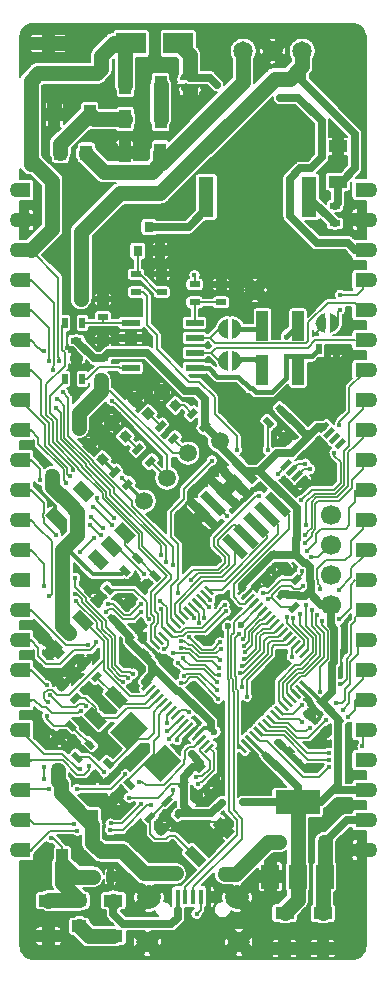
<source format=gbr>
G04 #@! TF.GenerationSoftware,KiCad,Pcbnew,(5.1.4)-1*
G04 #@! TF.CreationDate,2019-10-18T08:43:13-02:30*
G04 #@! TF.ProjectId,GeneralMCU,47656e65-7261-46c4-9d43-552e6b696361,rev?*
G04 #@! TF.SameCoordinates,Original*
G04 #@! TF.FileFunction,Copper,L1,Top*
G04 #@! TF.FilePolarity,Positive*
%FSLAX46Y46*%
G04 Gerber Fmt 4.6, Leading zero omitted, Abs format (unit mm)*
G04 Created by KiCad (PCBNEW (5.1.4)-1) date 2019-10-18 08:43:13*
%MOMM*%
%LPD*%
G04 APERTURE LIST*
%ADD10C,1.700000*%
%ADD11R,1.270000X1.270000*%
%ADD12R,0.500000X0.900000*%
%ADD13C,0.500000*%
%ADD14C,0.100000*%
%ADD15C,1.800000*%
%ADD16C,2.000000*%
%ADD17R,0.450000X1.300000*%
%ADD18R,0.900000X0.500000*%
%ADD19C,0.100000*%
%ADD20C,0.300000*%
%ADD21C,0.400000*%
%ADD22C,0.900000*%
%ADD23R,2.510000X1.000000*%
%ADD24C,1.000000*%
%ADD25R,1.000000X2.510000*%
%ADD26R,1.600000X1.000000*%
%ADD27R,1.000000X1.250000*%
%ADD28R,1.000000X1.600000*%
%ADD29R,1.250000X1.000000*%
%ADD30C,0.800000*%
%ADD31C,1.500000*%
%ADD32R,1.000000X2.500000*%
%ADD33R,2.500000X1.800000*%
%ADD34C,1.650000*%
%ADD35C,0.740000*%
%ADD36R,1.500000X2.000000*%
%ADD37R,3.800000X2.000000*%
%ADD38C,0.250000*%
%ADD39R,1.550000X0.600000*%
%ADD40R,1.300000X3.400000*%
%ADD41R,0.800000X0.900000*%
%ADD42C,1.270000*%
%ADD43C,0.600000*%
%ADD44C,1.270000*%
%ADD45C,0.152400*%
%ADD46C,0.635000*%
%ADD47C,0.304800*%
%ADD48C,0.250000*%
%ADD49C,0.406400*%
%ADD50C,0.127000*%
G04 APERTURE END LIST*
D10*
X76650000Y-119620000D03*
X76650000Y-117080000D03*
X76650000Y-114540000D03*
X76650000Y-112000000D03*
D11*
X50625000Y-135280000D03*
X79375000Y-87020000D03*
X50625000Y-132740000D03*
X79375000Y-84480000D03*
X79375000Y-89600000D03*
X50625000Y-137860000D03*
X79375000Y-92140000D03*
X50625000Y-140400000D03*
X79375000Y-94680000D03*
X50625000Y-84520000D03*
X79375000Y-97220000D03*
X50625000Y-87060000D03*
X79375000Y-99760000D03*
X50625000Y-89600000D03*
X79375000Y-102300000D03*
X50625000Y-92140000D03*
X79375000Y-104840000D03*
X50625000Y-94680000D03*
X79375000Y-107380000D03*
X50625000Y-97220000D03*
X79375000Y-109920000D03*
X50625000Y-99760000D03*
X79375000Y-112460000D03*
X50625000Y-102300000D03*
X79375000Y-115000000D03*
X50625000Y-104840000D03*
X79375000Y-117540000D03*
X50625000Y-107380000D03*
X79375000Y-120080000D03*
X50625000Y-109920000D03*
X79375000Y-122620000D03*
X50625000Y-112460000D03*
X79375000Y-125160000D03*
X50625000Y-115000000D03*
X79375000Y-127700000D03*
X50625000Y-117540000D03*
X79375000Y-130240000D03*
X50625000Y-120080000D03*
X79375000Y-132780000D03*
X50625000Y-122620000D03*
X79375000Y-135320000D03*
X50625000Y-125160000D03*
X79375000Y-137860000D03*
X50625000Y-127700000D03*
X79375000Y-140400000D03*
X50625000Y-130240000D03*
D12*
X55635000Y-100510000D03*
X54135000Y-100510000D03*
D13*
X72500000Y-118750000D03*
D14*
G36*
X72994975Y-118608579D02*
G01*
X72358579Y-119244975D01*
X72005025Y-118891421D01*
X72641421Y-118255025D01*
X72994975Y-118608579D01*
X72994975Y-118608579D01*
G37*
D13*
X73560660Y-119810660D03*
D14*
G36*
X74055635Y-119669239D02*
G01*
X73419239Y-120305635D01*
X73065685Y-119952081D01*
X73702081Y-119315685D01*
X74055635Y-119669239D01*
X74055635Y-119669239D01*
G37*
D13*
X73750000Y-117500000D03*
D14*
G36*
X73255025Y-117641421D02*
G01*
X73891421Y-117005025D01*
X74244975Y-117358579D01*
X73608579Y-117994975D01*
X73255025Y-117641421D01*
X73255025Y-117641421D01*
G37*
D13*
X74810660Y-118560660D03*
D14*
G36*
X74315685Y-118702081D02*
G01*
X74952081Y-118065685D01*
X75305635Y-118419239D01*
X74669239Y-119055635D01*
X74315685Y-118702081D01*
X74315685Y-118702081D01*
G37*
D15*
X68875000Y-148200000D03*
X61125000Y-148200000D03*
D16*
X68725000Y-144400000D03*
X61275000Y-144400000D03*
D17*
X66300000Y-144350000D03*
X65650000Y-144350000D03*
X65000000Y-144350000D03*
X64350000Y-144350000D03*
X63700000Y-144350000D03*
D18*
X65135000Y-94010000D03*
X65135000Y-92510000D03*
D19*
X77315000Y-95760000D03*
D14*
G36*
X77265000Y-96160000D02*
G01*
X77265000Y-95360000D01*
X77365000Y-95660000D01*
X77365000Y-95860000D01*
X77265000Y-96160000D01*
X77265000Y-96160000D01*
G37*
D20*
X77115000Y-95760000D03*
D14*
G36*
X76965000Y-96460000D02*
G01*
X76965000Y-95060000D01*
X77265000Y-95360000D01*
X77265000Y-96160000D01*
X76965000Y-96460000D01*
X76965000Y-96460000D01*
G37*
D21*
X76765000Y-95760000D03*
D14*
G36*
X76565000Y-96610000D02*
G01*
X76565000Y-94910000D01*
X76965000Y-95060000D01*
X76965000Y-96460000D01*
X76565000Y-96610000D01*
X76565000Y-96610000D01*
G37*
D21*
X75985000Y-95760000D03*
D14*
G36*
X76185000Y-94910000D02*
G01*
X76185000Y-96610000D01*
X75785000Y-96460000D01*
X75785000Y-95060000D01*
X76185000Y-94910000D01*
X76185000Y-94910000D01*
G37*
D20*
X75635000Y-95760000D03*
D14*
G36*
X75785000Y-95060000D02*
G01*
X75785000Y-96460000D01*
X75485000Y-96160000D01*
X75485000Y-95360000D01*
X75785000Y-95060000D01*
X75785000Y-95060000D01*
G37*
D19*
X75435000Y-95760000D03*
D14*
G36*
X75485000Y-95360000D02*
G01*
X75485000Y-96160000D01*
X75385000Y-95860000D01*
X75385000Y-95660000D01*
X75485000Y-95360000D01*
X75485000Y-95360000D01*
G37*
D13*
X62788910Y-136230866D03*
D14*
G36*
X62293935Y-136372287D02*
G01*
X62930331Y-135735891D01*
X63283885Y-136089445D01*
X62647489Y-136725841D01*
X62293935Y-136372287D01*
X62293935Y-136372287D01*
G37*
D13*
X63849570Y-137291526D03*
D14*
G36*
X63354595Y-137432947D02*
G01*
X63990991Y-136796551D01*
X64344545Y-137150105D01*
X63708149Y-137786501D01*
X63354595Y-137432947D01*
X63354595Y-137432947D01*
G37*
D22*
X53270836Y-123329164D03*
D14*
G36*
X53553679Y-124248403D02*
G01*
X52351597Y-123046321D01*
X52987993Y-122409925D01*
X54190075Y-123612007D01*
X53553679Y-124248403D01*
X53553679Y-124248403D01*
G37*
D22*
X55675000Y-120925000D03*
D14*
G36*
X55957843Y-121844239D02*
G01*
X54755761Y-120642157D01*
X55392157Y-120005761D01*
X56594239Y-121207843D01*
X55957843Y-121844239D01*
X55957843Y-121844239D01*
G37*
D13*
X72469368Y-103119564D03*
D14*
G36*
X72610789Y-103614539D02*
G01*
X71974393Y-102978143D01*
X72327947Y-102624589D01*
X72964343Y-103260985D01*
X72610789Y-103614539D01*
X72610789Y-103614539D01*
G37*
D13*
X71408708Y-104180224D03*
D14*
G36*
X71550129Y-104675199D02*
G01*
X70913733Y-104038803D01*
X71267287Y-103685249D01*
X71903683Y-104321645D01*
X71550129Y-104675199D01*
X71550129Y-104675199D01*
G37*
D13*
X56790941Y-119419187D03*
D14*
G36*
X56932362Y-119914162D02*
G01*
X56295966Y-119277766D01*
X56649520Y-118924212D01*
X57285916Y-119560608D01*
X56932362Y-119914162D01*
X56932362Y-119914162D01*
G37*
D13*
X57851601Y-118358527D03*
D14*
G36*
X57993022Y-118853502D02*
G01*
X57356626Y-118217106D01*
X57710180Y-117863552D01*
X58346576Y-118499948D01*
X57993022Y-118853502D01*
X57993022Y-118853502D01*
G37*
D12*
X55635000Y-95760000D03*
X54135000Y-95760000D03*
D23*
X56080000Y-74645000D03*
X52770000Y-72105000D03*
D13*
X60310660Y-115689340D03*
D14*
G36*
X60169239Y-115194365D02*
G01*
X60805635Y-115830761D01*
X60452081Y-116184315D01*
X59815685Y-115547919D01*
X60169239Y-115194365D01*
X60169239Y-115194365D01*
G37*
D13*
X59250000Y-116750000D03*
D14*
G36*
X59108579Y-116255025D02*
G01*
X59744975Y-116891421D01*
X59391421Y-117244975D01*
X58755025Y-116608579D01*
X59108579Y-116255025D01*
X59108579Y-116255025D01*
G37*
D13*
X73761503Y-132854215D03*
D14*
G36*
X73902924Y-133349190D02*
G01*
X73266528Y-132712794D01*
X73620082Y-132359240D01*
X74256478Y-132995636D01*
X73902924Y-133349190D01*
X73902924Y-133349190D01*
G37*
D13*
X72700843Y-133914875D03*
D14*
G36*
X72842264Y-134409850D02*
G01*
X72205868Y-133773454D01*
X72559422Y-133419900D01*
X73195818Y-134056296D01*
X72842264Y-134409850D01*
X72842264Y-134409850D01*
G37*
D13*
X55764340Y-124664340D03*
D14*
G36*
X56259315Y-124522919D02*
G01*
X55622919Y-125159315D01*
X55269365Y-124805761D01*
X55905761Y-124169365D01*
X56259315Y-124522919D01*
X56259315Y-124522919D01*
G37*
D13*
X56825000Y-125725000D03*
D14*
G36*
X57319975Y-125583579D02*
G01*
X56683579Y-126219975D01*
X56330025Y-125866421D01*
X56966421Y-125230025D01*
X57319975Y-125583579D01*
X57319975Y-125583579D01*
G37*
D13*
X56778504Y-134109545D03*
D14*
G36*
X56637083Y-133614570D02*
G01*
X57273479Y-134250966D01*
X56919925Y-134604520D01*
X56283529Y-133968124D01*
X56637083Y-133614570D01*
X56637083Y-133614570D01*
G37*
D13*
X57839164Y-133048885D03*
D14*
G36*
X57697743Y-132553910D02*
G01*
X58334139Y-133190306D01*
X57980585Y-133543860D01*
X57344189Y-132907464D01*
X57697743Y-132553910D01*
X57697743Y-132553910D01*
G37*
D13*
X66677997Y-134463099D03*
D14*
G36*
X66183022Y-134604520D02*
G01*
X66819418Y-133968124D01*
X67172972Y-134321678D01*
X66536576Y-134958074D01*
X66183022Y-134604520D01*
X66183022Y-134604520D01*
G37*
D13*
X65617337Y-133402439D03*
D14*
G36*
X65122362Y-133543860D02*
G01*
X65758758Y-132907464D01*
X66112312Y-133261018D01*
X65475916Y-133897414D01*
X65122362Y-133543860D01*
X65122362Y-133543860D01*
G37*
D13*
X55050000Y-127550000D03*
D14*
G36*
X55544975Y-127408579D02*
G01*
X54908579Y-128044975D01*
X54555025Y-127691421D01*
X55191421Y-127055025D01*
X55544975Y-127408579D01*
X55544975Y-127408579D01*
G37*
D13*
X53989340Y-126489340D03*
D14*
G36*
X54484315Y-126347919D02*
G01*
X53847919Y-126984315D01*
X53494365Y-126630761D01*
X54130761Y-125994365D01*
X54484315Y-126347919D01*
X54484315Y-126347919D01*
G37*
D13*
X72750000Y-116500000D03*
D14*
G36*
X72255025Y-116641421D02*
G01*
X72891421Y-116005025D01*
X73244975Y-116358579D01*
X72608579Y-116994975D01*
X72255025Y-116641421D01*
X72255025Y-116641421D01*
G37*
D13*
X71689340Y-115439340D03*
D14*
G36*
X71194365Y-115580761D02*
G01*
X71830761Y-114944365D01*
X72184315Y-115297919D01*
X71547919Y-115934315D01*
X71194365Y-115580761D01*
X71194365Y-115580761D01*
G37*
D16*
X62435358Y-133048887D03*
D14*
G36*
X64026348Y-132872110D02*
G01*
X62258581Y-134639877D01*
X60844368Y-133225664D01*
X62612135Y-131457897D01*
X64026348Y-132872110D01*
X64026348Y-132872110D01*
G37*
D16*
X59606930Y-130220459D03*
D14*
G36*
X61197920Y-130043682D02*
G01*
X59430153Y-131811449D01*
X58015940Y-130397236D01*
X59783707Y-128629469D01*
X61197920Y-130043682D01*
X61197920Y-130043682D01*
G37*
D13*
X53596524Y-130927565D03*
D14*
G36*
X53455103Y-130432590D02*
G01*
X54091499Y-131068986D01*
X53737945Y-131422540D01*
X53101549Y-130786144D01*
X53455103Y-130432590D01*
X53455103Y-130432590D01*
G37*
D13*
X54657184Y-129866905D03*
D14*
G36*
X54515763Y-129371930D02*
G01*
X55152159Y-130008326D01*
X54798605Y-130361880D01*
X54162209Y-129725484D01*
X54515763Y-129371930D01*
X54515763Y-129371930D01*
G37*
D13*
X65263785Y-135877312D03*
D14*
G36*
X64768810Y-136018733D02*
G01*
X65405206Y-135382337D01*
X65758760Y-135735891D01*
X65122364Y-136372287D01*
X64768810Y-136018733D01*
X64768810Y-136018733D01*
G37*
D13*
X64203125Y-134816652D03*
D14*
G36*
X63708150Y-134958073D02*
G01*
X64344546Y-134321677D01*
X64698100Y-134675231D01*
X64061704Y-135311627D01*
X63708150Y-134958073D01*
X63708150Y-134958073D01*
G37*
D13*
X62435357Y-138705739D03*
D14*
G36*
X61940382Y-138847160D02*
G01*
X62576778Y-138210764D01*
X62930332Y-138564318D01*
X62293936Y-139200714D01*
X61940382Y-138847160D01*
X61940382Y-138847160D01*
G37*
D13*
X61374697Y-137645079D03*
D14*
G36*
X60879722Y-137786500D02*
G01*
X61516118Y-137150104D01*
X61869672Y-137503658D01*
X61233276Y-138140054D01*
X60879722Y-137786500D01*
X60879722Y-137786500D01*
G37*
D13*
X59606931Y-134816652D03*
D14*
G36*
X59465510Y-134321677D02*
G01*
X60101906Y-134958073D01*
X59748352Y-135311627D01*
X59111956Y-134675231D01*
X59465510Y-134321677D01*
X59465510Y-134321677D01*
G37*
D13*
X58546271Y-135877312D03*
D14*
G36*
X58404850Y-135382337D02*
G01*
X59041246Y-136018733D01*
X58687692Y-136372287D01*
X58051296Y-135735891D01*
X58404850Y-135382337D01*
X58404850Y-135382337D01*
G37*
D13*
X75882824Y-127904468D03*
D14*
G36*
X75741403Y-127409493D02*
G01*
X76377799Y-128045889D01*
X76024245Y-128399443D01*
X75387849Y-127763047D01*
X75741403Y-127409493D01*
X75741403Y-127409493D01*
G37*
D13*
X74822164Y-128965128D03*
D14*
G36*
X74680743Y-128470153D02*
G01*
X75317139Y-129106549D01*
X74963585Y-129460103D01*
X74327189Y-128823707D01*
X74680743Y-128470153D01*
X74680743Y-128470153D01*
G37*
D24*
X58525000Y-127450000D03*
D14*
G36*
X58807843Y-128439949D02*
G01*
X57535051Y-127167157D01*
X58242157Y-126460051D01*
X59514949Y-127732843D01*
X58807843Y-128439949D01*
X58807843Y-128439949D01*
G37*
D24*
X56757234Y-129217766D03*
D14*
G36*
X57040077Y-130207715D02*
G01*
X55767285Y-128934923D01*
X56474391Y-128227817D01*
X57747183Y-129500609D01*
X57040077Y-130207715D01*
X57040077Y-130207715D01*
G37*
D13*
X71286630Y-132500662D03*
D14*
G36*
X71428051Y-132995637D02*
G01*
X70791655Y-132359241D01*
X71145209Y-132005687D01*
X71781605Y-132642083D01*
X71428051Y-132995637D01*
X71428051Y-132995637D01*
G37*
D13*
X72347290Y-131440002D03*
D14*
G36*
X72488711Y-131934977D02*
G01*
X71852315Y-131298581D01*
X72205869Y-130945027D01*
X72842265Y-131581423D01*
X72488711Y-131934977D01*
X72488711Y-131934977D01*
G37*
D13*
X56248173Y-131457894D03*
D14*
G36*
X56106752Y-130962919D02*
G01*
X56743148Y-131599315D01*
X56389594Y-131952869D01*
X55753198Y-131316473D01*
X56106752Y-130962919D01*
X56106752Y-130962919D01*
G37*
D13*
X55187513Y-132518554D03*
D14*
G36*
X55046092Y-132023579D02*
G01*
X55682488Y-132659975D01*
X55328934Y-133013529D01*
X54692538Y-132377133D01*
X55046092Y-132023579D01*
X55046092Y-132023579D01*
G37*
D25*
X56470000Y-138270000D03*
X53930000Y-141580000D03*
D13*
X76236377Y-130379342D03*
D14*
G36*
X76094956Y-129884367D02*
G01*
X76731352Y-130520763D01*
X76377798Y-130874317D01*
X75741402Y-130237921D01*
X76094956Y-129884367D01*
X76094956Y-129884367D01*
G37*
D13*
X77297037Y-129318682D03*
D14*
G36*
X77155616Y-128823707D02*
G01*
X77792012Y-129460103D01*
X77438458Y-129813657D01*
X76802062Y-129177261D01*
X77155616Y-128823707D01*
X77155616Y-128823707D01*
G37*
D13*
X70439340Y-116689340D03*
D14*
G36*
X69944365Y-116830761D02*
G01*
X70580761Y-116194365D01*
X70934315Y-116547919D01*
X70297919Y-117184315D01*
X69944365Y-116830761D01*
X69944365Y-116830761D01*
G37*
D13*
X71500000Y-117750000D03*
D14*
G36*
X71005025Y-117891421D02*
G01*
X71641421Y-117255025D01*
X71994975Y-117608579D01*
X71358579Y-118244975D01*
X71005025Y-117891421D01*
X71005025Y-117891421D01*
G37*
D13*
X60750000Y-118250000D03*
D14*
G36*
X60608579Y-117755025D02*
G01*
X61244975Y-118391421D01*
X60891421Y-118744975D01*
X60255025Y-118108579D01*
X60608579Y-117755025D01*
X60608579Y-117755025D01*
G37*
D13*
X61810660Y-117189340D03*
D14*
G36*
X61669239Y-116694365D02*
G01*
X62305635Y-117330761D01*
X61952081Y-117684315D01*
X61315685Y-117047919D01*
X61669239Y-116694365D01*
X61669239Y-116694365D01*
G37*
D26*
X52760000Y-144685000D03*
X52760000Y-147685000D03*
D18*
X67385000Y-94010000D03*
X67385000Y-92510000D03*
X55135000Y-97260000D03*
X55135000Y-98760000D03*
D26*
X72750000Y-145740000D03*
X72750000Y-148740000D03*
D27*
X53775000Y-81350000D03*
X55975000Y-81350000D03*
D13*
X59265815Y-119772740D03*
D14*
G36*
X59407236Y-120267715D02*
G01*
X58770840Y-119631319D01*
X59124394Y-119277765D01*
X59760790Y-119914161D01*
X59407236Y-120267715D01*
X59407236Y-120267715D01*
G37*
D13*
X58205155Y-120833400D03*
D14*
G36*
X58346576Y-121328375D02*
G01*
X57710180Y-120691979D01*
X58063734Y-120338425D01*
X58700130Y-120974821D01*
X58346576Y-121328375D01*
X58346576Y-121328375D01*
G37*
D12*
X77135000Y-98010000D03*
X75635000Y-98010000D03*
D13*
X59619368Y-122247614D03*
D14*
G36*
X59760789Y-122742589D02*
G01*
X59124393Y-122106193D01*
X59477947Y-121752639D01*
X60114343Y-122389035D01*
X59760789Y-122742589D01*
X59760789Y-122742589D01*
G37*
D13*
X60680028Y-121186954D03*
D14*
G36*
X60821449Y-121681929D02*
G01*
X60185053Y-121045533D01*
X60538607Y-120691979D01*
X61175003Y-121328375D01*
X60821449Y-121681929D01*
X60821449Y-121681929D01*
G37*
D18*
X57385000Y-93760000D03*
X57385000Y-95260000D03*
X57385000Y-98760000D03*
X57385000Y-97260000D03*
D28*
X53250000Y-78110000D03*
X56250000Y-78110000D03*
D26*
X77275000Y-80825000D03*
X77275000Y-83825000D03*
D13*
X72822922Y-105594439D03*
D14*
G36*
X72964343Y-106089414D02*
G01*
X72327947Y-105453018D01*
X72681501Y-105099464D01*
X73317897Y-105735860D01*
X72964343Y-106089414D01*
X72964343Y-106089414D01*
G37*
D13*
X73883582Y-104533779D03*
D14*
G36*
X74025003Y-105028754D02*
G01*
X73388607Y-104392358D01*
X73742161Y-104038804D01*
X74378557Y-104675200D01*
X74025003Y-105028754D01*
X74025003Y-105028754D01*
G37*
D29*
X55385000Y-144660000D03*
X55385000Y-146860000D03*
D26*
X76000000Y-148740000D03*
X76000000Y-145740000D03*
D12*
X56500000Y-142650000D03*
X58000000Y-142650000D03*
D28*
X62225000Y-81350000D03*
X59225000Y-81350000D03*
D30*
X62368630Y-101618630D03*
D14*
G36*
X62934315Y-101618630D02*
G01*
X62368630Y-102184315D01*
X61802945Y-101618630D01*
X62368630Y-101052945D01*
X62934315Y-101618630D01*
X62934315Y-101618630D01*
G37*
D30*
X63500000Y-102750000D03*
D14*
G36*
X64065685Y-102750000D02*
G01*
X63500000Y-103315685D01*
X62934315Y-102750000D01*
X63500000Y-102184315D01*
X64065685Y-102750000D01*
X64065685Y-102750000D01*
G37*
D13*
X62266062Y-104494491D03*
D14*
G36*
X61771087Y-104635912D02*
G01*
X62407483Y-103999516D01*
X62761037Y-104353070D01*
X62124641Y-104989466D01*
X61771087Y-104635912D01*
X61771087Y-104635912D01*
G37*
D13*
X63326722Y-105555151D03*
D14*
G36*
X62831747Y-105696572D02*
G01*
X63468143Y-105060176D01*
X63821697Y-105413730D01*
X63185301Y-106050126D01*
X62831747Y-105696572D01*
X62831747Y-105696572D01*
G37*
D31*
X67250000Y-105750000D03*
D13*
X61382178Y-107499695D03*
D14*
G36*
X60887203Y-107641116D02*
G01*
X61523599Y-107004720D01*
X61877153Y-107358274D01*
X61240757Y-107994670D01*
X60887203Y-107641116D01*
X60887203Y-107641116D01*
G37*
D13*
X60321518Y-106439035D03*
D14*
G36*
X59826543Y-106580456D02*
G01*
X60462939Y-105944060D01*
X60816493Y-106297614D01*
X60180097Y-106934010D01*
X59826543Y-106580456D01*
X59826543Y-106580456D01*
G37*
D13*
X66000000Y-104500000D03*
D14*
G36*
X65505025Y-104641421D02*
G01*
X66141421Y-104005025D01*
X66494975Y-104358579D01*
X65858579Y-104994975D01*
X65505025Y-104641421D01*
X65505025Y-104641421D01*
G37*
D13*
X64939340Y-103439340D03*
D14*
G36*
X64444365Y-103580761D02*
G01*
X65080761Y-102944365D01*
X65434315Y-103297919D01*
X64797919Y-103934315D01*
X64444365Y-103580761D01*
X64444365Y-103580761D01*
G37*
D22*
X65197918Y-140927082D03*
D14*
G36*
X64915075Y-140007843D02*
G01*
X66117157Y-141209925D01*
X65480761Y-141846321D01*
X64278679Y-140644239D01*
X64915075Y-140007843D01*
X64915075Y-140007843D01*
G37*
D22*
X67602082Y-138522918D03*
D14*
G36*
X67319239Y-137603679D02*
G01*
X68521321Y-138805761D01*
X67884925Y-139442157D01*
X66682843Y-138240075D01*
X67319239Y-137603679D01*
X67319239Y-137603679D01*
G37*
D19*
X69065000Y-96260000D03*
D14*
G36*
X69015000Y-96660000D02*
G01*
X69015000Y-95860000D01*
X69115000Y-96160000D01*
X69115000Y-96360000D01*
X69015000Y-96660000D01*
X69015000Y-96660000D01*
G37*
D20*
X68865000Y-96260000D03*
D14*
G36*
X68715000Y-96960000D02*
G01*
X68715000Y-95560000D01*
X69015000Y-95860000D01*
X69015000Y-96660000D01*
X68715000Y-96960000D01*
X68715000Y-96960000D01*
G37*
D21*
X68515000Y-96260000D03*
D14*
G36*
X68315000Y-97110000D02*
G01*
X68315000Y-95410000D01*
X68715000Y-95560000D01*
X68715000Y-96960000D01*
X68315000Y-97110000D01*
X68315000Y-97110000D01*
G37*
D21*
X67735000Y-96260000D03*
D14*
G36*
X67935000Y-95410000D02*
G01*
X67935000Y-97110000D01*
X67535000Y-96960000D01*
X67535000Y-95560000D01*
X67935000Y-95410000D01*
X67935000Y-95410000D01*
G37*
D20*
X67385000Y-96260000D03*
D14*
G36*
X67535000Y-95560000D02*
G01*
X67535000Y-96960000D01*
X67235000Y-96660000D01*
X67235000Y-95860000D01*
X67535000Y-95560000D01*
X67535000Y-95560000D01*
G37*
D19*
X67185000Y-96260000D03*
D14*
G36*
X67235000Y-95860000D02*
G01*
X67235000Y-96660000D01*
X67135000Y-96360000D01*
X67135000Y-96160000D01*
X67235000Y-95860000D01*
X67235000Y-95860000D01*
G37*
D32*
X70885000Y-99760000D03*
X73885000Y-99760000D03*
D31*
X70250000Y-93000000D03*
D33*
X63760000Y-72110000D03*
X59760000Y-72110000D03*
D32*
X70885000Y-96010000D03*
X73885000Y-96010000D03*
D34*
X69250000Y-72750000D03*
X71750000Y-72750000D03*
X74250000Y-72750000D03*
D21*
X77454470Y-105983348D03*
D14*
G36*
X77242338Y-106478323D02*
G01*
X76959495Y-106195480D01*
X77666602Y-105488373D01*
X77949445Y-105771216D01*
X77242338Y-106478323D01*
X77242338Y-106478323D01*
G37*
D21*
X74272490Y-109165328D03*
D14*
G36*
X74060358Y-109660303D02*
G01*
X73777515Y-109377460D01*
X74484622Y-108670353D01*
X74767465Y-108953196D01*
X74060358Y-109660303D01*
X74060358Y-109660303D01*
G37*
D21*
X76994851Y-105523728D03*
D14*
G36*
X76782719Y-106018703D02*
G01*
X76499876Y-105735860D01*
X77206983Y-105028753D01*
X77489826Y-105311596D01*
X76782719Y-106018703D01*
X76782719Y-106018703D01*
G37*
D21*
X73812870Y-108705709D03*
D14*
G36*
X73600738Y-109200684D02*
G01*
X73317895Y-108917841D01*
X74025002Y-108210734D01*
X74307845Y-108493577D01*
X73600738Y-109200684D01*
X73600738Y-109200684D01*
G37*
D21*
X76535232Y-105064109D03*
D14*
G36*
X76323100Y-105559084D02*
G01*
X76040257Y-105276241D01*
X76747364Y-104569134D01*
X77030207Y-104851977D01*
X76323100Y-105559084D01*
X76323100Y-105559084D01*
G37*
D21*
X73353251Y-108246090D03*
D14*
G36*
X73141119Y-108741065D02*
G01*
X72858276Y-108458222D01*
X73565383Y-107751115D01*
X73848226Y-108033958D01*
X73141119Y-108741065D01*
X73141119Y-108741065D01*
G37*
D21*
X76075612Y-104604490D03*
D14*
G36*
X75863480Y-105099465D02*
G01*
X75580637Y-104816622D01*
X76287744Y-104109515D01*
X76570587Y-104392358D01*
X75863480Y-105099465D01*
X75863480Y-105099465D01*
G37*
D21*
X72893632Y-107786470D03*
D14*
G36*
X72681500Y-108281445D02*
G01*
X72398657Y-107998602D01*
X73105764Y-107291495D01*
X73388607Y-107574338D01*
X72681500Y-108281445D01*
X72681500Y-108281445D01*
G37*
D19*
X69065000Y-98970000D03*
D14*
G36*
X69015000Y-99370000D02*
G01*
X69015000Y-98570000D01*
X69115000Y-98870000D01*
X69115000Y-99070000D01*
X69015000Y-99370000D01*
X69015000Y-99370000D01*
G37*
D20*
X68865000Y-98970000D03*
D14*
G36*
X68715000Y-99670000D02*
G01*
X68715000Y-98270000D01*
X69015000Y-98570000D01*
X69015000Y-99370000D01*
X68715000Y-99670000D01*
X68715000Y-99670000D01*
G37*
D21*
X68515000Y-98970000D03*
D14*
G36*
X68315000Y-99820000D02*
G01*
X68315000Y-98120000D01*
X68715000Y-98270000D01*
X68715000Y-99670000D01*
X68315000Y-99820000D01*
X68315000Y-99820000D01*
G37*
D21*
X67735000Y-98970000D03*
D14*
G36*
X67935000Y-98120000D02*
G01*
X67935000Y-99820000D01*
X67535000Y-99670000D01*
X67535000Y-98270000D01*
X67935000Y-98120000D01*
X67935000Y-98120000D01*
G37*
D20*
X67385000Y-98970000D03*
D14*
G36*
X67535000Y-98270000D02*
G01*
X67535000Y-99670000D01*
X67235000Y-99370000D01*
X67235000Y-98570000D01*
X67535000Y-98270000D01*
X67535000Y-98270000D01*
G37*
D19*
X67185000Y-98970000D03*
D14*
G36*
X67235000Y-98570000D02*
G01*
X67235000Y-99370000D01*
X67135000Y-99070000D01*
X67135000Y-98870000D01*
X67235000Y-98570000D01*
X67235000Y-98570000D01*
G37*
D19*
X64725000Y-74450000D03*
D14*
G36*
X65125000Y-74500000D02*
G01*
X64325000Y-74500000D01*
X64625000Y-74400000D01*
X64825000Y-74400000D01*
X65125000Y-74500000D01*
X65125000Y-74500000D01*
G37*
D20*
X64725000Y-74650000D03*
D14*
G36*
X65425000Y-74800000D02*
G01*
X64025000Y-74800000D01*
X64325000Y-74500000D01*
X65125000Y-74500000D01*
X65425000Y-74800000D01*
X65425000Y-74800000D01*
G37*
D21*
X64725000Y-75000000D03*
D14*
G36*
X65575000Y-75200000D02*
G01*
X63875000Y-75200000D01*
X64025000Y-74800000D01*
X65425000Y-74800000D01*
X65575000Y-75200000D01*
X65575000Y-75200000D01*
G37*
D21*
X64725000Y-75780000D03*
D14*
G36*
X63875000Y-75580000D02*
G01*
X65575000Y-75580000D01*
X65425000Y-75980000D01*
X64025000Y-75980000D01*
X63875000Y-75580000D01*
X63875000Y-75580000D01*
G37*
D20*
X64725000Y-76130000D03*
D14*
G36*
X64025000Y-75980000D02*
G01*
X65425000Y-75980000D01*
X65125000Y-76280000D01*
X64325000Y-76280000D01*
X64025000Y-75980000D01*
X64025000Y-75980000D01*
G37*
D19*
X64725000Y-76330000D03*
D14*
G36*
X64325000Y-76280000D02*
G01*
X65125000Y-76280000D01*
X64825000Y-76380000D01*
X64625000Y-76380000D01*
X64325000Y-76280000D01*
X64325000Y-76280000D01*
G37*
D30*
X61205401Y-103433831D03*
D14*
G36*
X61771086Y-103433831D02*
G01*
X61205401Y-103999516D01*
X60639716Y-103433831D01*
X61205401Y-102868146D01*
X61771086Y-103433831D01*
X61771086Y-103433831D01*
G37*
D30*
X60074031Y-102302461D03*
D14*
G36*
X60639716Y-102302461D02*
G01*
X60074031Y-102868146D01*
X59508346Y-102302461D01*
X60074031Y-101736776D01*
X60639716Y-102302461D01*
X60639716Y-102302461D01*
G37*
D30*
X56184944Y-106191548D03*
D14*
G36*
X56750629Y-106191548D02*
G01*
X56184944Y-106757233D01*
X55619259Y-106191548D01*
X56184944Y-105625863D01*
X56750629Y-106191548D01*
X56750629Y-106191548D01*
G37*
D30*
X57316314Y-107322918D03*
D14*
G36*
X57881999Y-107322918D02*
G01*
X57316314Y-107888603D01*
X56750629Y-107322918D01*
X57316314Y-106757233D01*
X57881999Y-107322918D01*
X57881999Y-107322918D01*
G37*
D35*
X69417193Y-108325091D03*
D14*
G36*
X68307035Y-107738192D02*
G01*
X68830294Y-107214933D01*
X70527351Y-108911990D01*
X70004092Y-109435249D01*
X68307035Y-107738192D01*
X68307035Y-107738192D01*
G37*
D35*
X72174909Y-111082807D03*
D14*
G36*
X71064751Y-110495908D02*
G01*
X71588010Y-109972649D01*
X73285067Y-111669706D01*
X72761808Y-112192965D01*
X71064751Y-110495908D01*
X71064751Y-110495908D01*
G37*
D35*
X68519167Y-109223116D03*
D14*
G36*
X67409009Y-108636217D02*
G01*
X67932268Y-108112958D01*
X69629325Y-109810015D01*
X69106066Y-110333274D01*
X67409009Y-108636217D01*
X67409009Y-108636217D01*
G37*
D35*
X71276884Y-111980833D03*
D14*
G36*
X70166726Y-111393934D02*
G01*
X70689985Y-110870675D01*
X72387042Y-112567732D01*
X71863783Y-113090991D01*
X70166726Y-111393934D01*
X70166726Y-111393934D01*
G37*
D35*
X67621142Y-110121142D03*
D14*
G36*
X66510984Y-109534243D02*
G01*
X67034243Y-109010984D01*
X68731300Y-110708041D01*
X68208041Y-111231300D01*
X66510984Y-109534243D01*
X66510984Y-109534243D01*
G37*
D35*
X70378858Y-112878858D03*
D14*
G36*
X69268700Y-112291959D02*
G01*
X69791959Y-111768700D01*
X71489016Y-113465757D01*
X70965757Y-113989016D01*
X69268700Y-112291959D01*
X69268700Y-112291959D01*
G37*
D35*
X66723116Y-111019167D03*
D14*
G36*
X65612958Y-110432268D02*
G01*
X66136217Y-109909009D01*
X67833274Y-111606066D01*
X67310015Y-112129325D01*
X65612958Y-110432268D01*
X65612958Y-110432268D01*
G37*
D35*
X69480833Y-113776884D03*
D14*
G36*
X68370675Y-113189985D02*
G01*
X68893934Y-112666726D01*
X70590991Y-114363783D01*
X70067732Y-114887042D01*
X68370675Y-113189985D01*
X68370675Y-113189985D01*
G37*
D35*
X65825091Y-111917193D03*
D14*
G36*
X64714933Y-111330294D02*
G01*
X65238192Y-110807035D01*
X66935249Y-112504092D01*
X66411990Y-113027351D01*
X64714933Y-111330294D01*
X64714933Y-111330294D01*
G37*
D35*
X68582807Y-114674909D03*
D14*
G36*
X67472649Y-114088010D02*
G01*
X67995908Y-113564751D01*
X69692965Y-115261808D01*
X69169706Y-115785067D01*
X67472649Y-114088010D01*
X67472649Y-114088010D01*
G37*
D31*
X64564159Y-106792588D03*
D13*
X59437634Y-109444239D03*
D14*
G36*
X58942659Y-109585660D02*
G01*
X59579055Y-108949264D01*
X59932609Y-109302818D01*
X59296213Y-109939214D01*
X58942659Y-109585660D01*
X58942659Y-109585660D01*
G37*
D13*
X58376974Y-108383579D03*
D14*
G36*
X57881999Y-108525000D02*
G01*
X58518395Y-107888604D01*
X58871949Y-108242158D01*
X58235553Y-108878554D01*
X57881999Y-108525000D01*
X57881999Y-108525000D01*
G37*
D30*
X58129487Y-104247004D03*
D14*
G36*
X58695172Y-104247004D02*
G01*
X58129487Y-104812689D01*
X57563802Y-104247004D01*
X58129487Y-103681319D01*
X58695172Y-104247004D01*
X58695172Y-104247004D01*
G37*
D30*
X59260857Y-105378374D03*
D14*
G36*
X59826542Y-105378374D02*
G01*
X59260857Y-105944059D01*
X58695172Y-105378374D01*
X59260857Y-104812689D01*
X59826542Y-105378374D01*
X59826542Y-105378374D01*
G37*
D31*
X62796392Y-108913909D03*
D28*
X59250000Y-78500000D03*
X62250000Y-78500000D03*
X62260000Y-75610000D03*
X59260000Y-75610000D03*
D24*
X56962761Y-115808200D03*
D14*
G36*
X57882000Y-116020332D02*
G01*
X57174893Y-116727439D01*
X56043522Y-115596068D01*
X56750629Y-114888961D01*
X57882000Y-116020332D01*
X57882000Y-116020332D01*
G37*
D24*
X58094132Y-114676829D03*
D14*
G36*
X59013371Y-114888961D02*
G01*
X58306264Y-115596068D01*
X57174893Y-114464697D01*
X57882000Y-113757590D01*
X59013371Y-114888961D01*
X59013371Y-114888961D01*
G37*
D24*
X59225503Y-113545458D03*
D14*
G36*
X60144742Y-113757590D02*
G01*
X59437635Y-114464697D01*
X58306264Y-113333326D01*
X59013371Y-112626219D01*
X60144742Y-113757590D01*
X60144742Y-113757590D01*
G37*
D24*
X53427227Y-112272666D03*
D14*
G36*
X54346466Y-112484798D02*
G01*
X53639359Y-113191905D01*
X52507988Y-112060534D01*
X53215095Y-111353427D01*
X54346466Y-112484798D01*
X54346466Y-112484798D01*
G37*
D24*
X54558598Y-111141295D03*
D14*
G36*
X55477837Y-111353427D02*
G01*
X54770730Y-112060534D01*
X53639359Y-110929163D01*
X54346466Y-110222056D01*
X55477837Y-111353427D01*
X55477837Y-111353427D01*
G37*
D24*
X55689969Y-110009924D03*
D14*
G36*
X56609208Y-110222056D02*
G01*
X55902101Y-110929163D01*
X54770730Y-109797792D01*
X55477837Y-109090685D01*
X56609208Y-110222056D01*
X56609208Y-110222056D01*
G37*
D26*
X58260000Y-147685000D03*
X58260000Y-144685000D03*
D36*
X71560000Y-142640000D03*
X76160000Y-142640000D03*
X73860000Y-142640000D03*
D37*
X73860000Y-136340000D03*
D31*
X60851848Y-110858452D03*
D38*
X61068937Y-123697183D03*
D14*
G36*
X61510879Y-123962348D02*
G01*
X61334102Y-124139125D01*
X60626995Y-123432018D01*
X60803772Y-123255241D01*
X61510879Y-123962348D01*
X61510879Y-123962348D01*
G37*
D38*
X61422490Y-123343629D03*
D14*
G36*
X61864432Y-123608794D02*
G01*
X61687655Y-123785571D01*
X60980548Y-123078464D01*
X61157325Y-122901687D01*
X61864432Y-123608794D01*
X61864432Y-123608794D01*
G37*
D38*
X61776044Y-122990076D03*
D14*
G36*
X62217986Y-123255241D02*
G01*
X62041209Y-123432018D01*
X61334102Y-122724911D01*
X61510879Y-122548134D01*
X62217986Y-123255241D01*
X62217986Y-123255241D01*
G37*
D38*
X62129597Y-122636523D03*
D14*
G36*
X62571539Y-122901688D02*
G01*
X62394762Y-123078465D01*
X61687655Y-122371358D01*
X61864432Y-122194581D01*
X62571539Y-122901688D01*
X62571539Y-122901688D01*
G37*
D38*
X62483150Y-122282969D03*
D14*
G36*
X62925092Y-122548134D02*
G01*
X62748315Y-122724911D01*
X62041208Y-122017804D01*
X62217985Y-121841027D01*
X62925092Y-122548134D01*
X62925092Y-122548134D01*
G37*
D38*
X62836704Y-121929416D03*
D14*
G36*
X63278646Y-122194581D02*
G01*
X63101869Y-122371358D01*
X62394762Y-121664251D01*
X62571539Y-121487474D01*
X63278646Y-122194581D01*
X63278646Y-122194581D01*
G37*
D38*
X63190257Y-121575862D03*
D14*
G36*
X63632199Y-121841027D02*
G01*
X63455422Y-122017804D01*
X62748315Y-121310697D01*
X62925092Y-121133920D01*
X63632199Y-121841027D01*
X63632199Y-121841027D01*
G37*
D38*
X63543811Y-121222309D03*
D14*
G36*
X63985753Y-121487474D02*
G01*
X63808976Y-121664251D01*
X63101869Y-120957144D01*
X63278646Y-120780367D01*
X63985753Y-121487474D01*
X63985753Y-121487474D01*
G37*
D38*
X63897364Y-120868756D03*
D14*
G36*
X64339306Y-121133921D02*
G01*
X64162529Y-121310698D01*
X63455422Y-120603591D01*
X63632199Y-120426814D01*
X64339306Y-121133921D01*
X64339306Y-121133921D01*
G37*
D38*
X64250917Y-120515202D03*
D14*
G36*
X64692859Y-120780367D02*
G01*
X64516082Y-120957144D01*
X63808975Y-120250037D01*
X63985752Y-120073260D01*
X64692859Y-120780367D01*
X64692859Y-120780367D01*
G37*
D38*
X64604471Y-120161649D03*
D14*
G36*
X65046413Y-120426814D02*
G01*
X64869636Y-120603591D01*
X64162529Y-119896484D01*
X64339306Y-119719707D01*
X65046413Y-120426814D01*
X65046413Y-120426814D01*
G37*
D38*
X64958024Y-119808095D03*
D14*
G36*
X65399966Y-120073260D02*
G01*
X65223189Y-120250037D01*
X64516082Y-119542930D01*
X64692859Y-119366153D01*
X65399966Y-120073260D01*
X65399966Y-120073260D01*
G37*
D38*
X65311578Y-119454542D03*
D14*
G36*
X65753520Y-119719707D02*
G01*
X65576743Y-119896484D01*
X64869636Y-119189377D01*
X65046413Y-119012600D01*
X65753520Y-119719707D01*
X65753520Y-119719707D01*
G37*
D38*
X65665131Y-119100989D03*
D14*
G36*
X66107073Y-119366154D02*
G01*
X65930296Y-119542931D01*
X65223189Y-118835824D01*
X65399966Y-118659047D01*
X66107073Y-119366154D01*
X66107073Y-119366154D01*
G37*
D38*
X66018684Y-118747435D03*
D14*
G36*
X66460626Y-119012600D02*
G01*
X66283849Y-119189377D01*
X65576742Y-118482270D01*
X65753519Y-118305493D01*
X66460626Y-119012600D01*
X66460626Y-119012600D01*
G37*
D38*
X66372238Y-118393882D03*
D14*
G36*
X66814180Y-118659047D02*
G01*
X66637403Y-118835824D01*
X65930296Y-118128717D01*
X66107073Y-117951940D01*
X66814180Y-118659047D01*
X66814180Y-118659047D01*
G37*
D38*
X69129954Y-118393882D03*
D14*
G36*
X68864789Y-118835824D02*
G01*
X68688012Y-118659047D01*
X69395119Y-117951940D01*
X69571896Y-118128717D01*
X68864789Y-118835824D01*
X68864789Y-118835824D01*
G37*
D38*
X69483508Y-118747435D03*
D14*
G36*
X69218343Y-119189377D02*
G01*
X69041566Y-119012600D01*
X69748673Y-118305493D01*
X69925450Y-118482270D01*
X69218343Y-119189377D01*
X69218343Y-119189377D01*
G37*
D38*
X69837061Y-119100989D03*
D14*
G36*
X69571896Y-119542931D02*
G01*
X69395119Y-119366154D01*
X70102226Y-118659047D01*
X70279003Y-118835824D01*
X69571896Y-119542931D01*
X69571896Y-119542931D01*
G37*
D38*
X70190614Y-119454542D03*
D14*
G36*
X69925449Y-119896484D02*
G01*
X69748672Y-119719707D01*
X70455779Y-119012600D01*
X70632556Y-119189377D01*
X69925449Y-119896484D01*
X69925449Y-119896484D01*
G37*
D38*
X70544168Y-119808095D03*
D14*
G36*
X70279003Y-120250037D02*
G01*
X70102226Y-120073260D01*
X70809333Y-119366153D01*
X70986110Y-119542930D01*
X70279003Y-120250037D01*
X70279003Y-120250037D01*
G37*
D38*
X70897721Y-120161649D03*
D14*
G36*
X70632556Y-120603591D02*
G01*
X70455779Y-120426814D01*
X71162886Y-119719707D01*
X71339663Y-119896484D01*
X70632556Y-120603591D01*
X70632556Y-120603591D01*
G37*
D38*
X71251275Y-120515202D03*
D14*
G36*
X70986110Y-120957144D02*
G01*
X70809333Y-120780367D01*
X71516440Y-120073260D01*
X71693217Y-120250037D01*
X70986110Y-120957144D01*
X70986110Y-120957144D01*
G37*
D38*
X71604828Y-120868756D03*
D14*
G36*
X71339663Y-121310698D02*
G01*
X71162886Y-121133921D01*
X71869993Y-120426814D01*
X72046770Y-120603591D01*
X71339663Y-121310698D01*
X71339663Y-121310698D01*
G37*
D38*
X71958381Y-121222309D03*
D14*
G36*
X71693216Y-121664251D02*
G01*
X71516439Y-121487474D01*
X72223546Y-120780367D01*
X72400323Y-120957144D01*
X71693216Y-121664251D01*
X71693216Y-121664251D01*
G37*
D38*
X72311935Y-121575862D03*
D14*
G36*
X72046770Y-122017804D02*
G01*
X71869993Y-121841027D01*
X72577100Y-121133920D01*
X72753877Y-121310697D01*
X72046770Y-122017804D01*
X72046770Y-122017804D01*
G37*
D38*
X72665488Y-121929416D03*
D14*
G36*
X72400323Y-122371358D02*
G01*
X72223546Y-122194581D01*
X72930653Y-121487474D01*
X73107430Y-121664251D01*
X72400323Y-122371358D01*
X72400323Y-122371358D01*
G37*
D38*
X73019042Y-122282969D03*
D14*
G36*
X72753877Y-122724911D02*
G01*
X72577100Y-122548134D01*
X73284207Y-121841027D01*
X73460984Y-122017804D01*
X72753877Y-122724911D01*
X72753877Y-122724911D01*
G37*
D38*
X73372595Y-122636523D03*
D14*
G36*
X73107430Y-123078465D02*
G01*
X72930653Y-122901688D01*
X73637760Y-122194581D01*
X73814537Y-122371358D01*
X73107430Y-123078465D01*
X73107430Y-123078465D01*
G37*
D38*
X73726148Y-122990076D03*
D14*
G36*
X73460983Y-123432018D02*
G01*
X73284206Y-123255241D01*
X73991313Y-122548134D01*
X74168090Y-122724911D01*
X73460983Y-123432018D01*
X73460983Y-123432018D01*
G37*
D38*
X74079702Y-123343629D03*
D14*
G36*
X73814537Y-123785571D02*
G01*
X73637760Y-123608794D01*
X74344867Y-122901687D01*
X74521644Y-123078464D01*
X73814537Y-123785571D01*
X73814537Y-123785571D01*
G37*
D38*
X74433255Y-123697183D03*
D14*
G36*
X74168090Y-124139125D02*
G01*
X73991313Y-123962348D01*
X74698420Y-123255241D01*
X74875197Y-123432018D01*
X74168090Y-124139125D01*
X74168090Y-124139125D01*
G37*
D38*
X74433255Y-126454899D03*
D14*
G36*
X74875197Y-126720064D02*
G01*
X74698420Y-126896841D01*
X73991313Y-126189734D01*
X74168090Y-126012957D01*
X74875197Y-126720064D01*
X74875197Y-126720064D01*
G37*
D38*
X74079702Y-126808453D03*
D14*
G36*
X74521644Y-127073618D02*
G01*
X74344867Y-127250395D01*
X73637760Y-126543288D01*
X73814537Y-126366511D01*
X74521644Y-127073618D01*
X74521644Y-127073618D01*
G37*
D38*
X73726148Y-127162006D03*
D14*
G36*
X74168090Y-127427171D02*
G01*
X73991313Y-127603948D01*
X73284206Y-126896841D01*
X73460983Y-126720064D01*
X74168090Y-127427171D01*
X74168090Y-127427171D01*
G37*
D38*
X73372595Y-127515559D03*
D14*
G36*
X73814537Y-127780724D02*
G01*
X73637760Y-127957501D01*
X72930653Y-127250394D01*
X73107430Y-127073617D01*
X73814537Y-127780724D01*
X73814537Y-127780724D01*
G37*
D38*
X73019042Y-127869113D03*
D14*
G36*
X73460984Y-128134278D02*
G01*
X73284207Y-128311055D01*
X72577100Y-127603948D01*
X72753877Y-127427171D01*
X73460984Y-128134278D01*
X73460984Y-128134278D01*
G37*
D38*
X72665488Y-128222666D03*
D14*
G36*
X73107430Y-128487831D02*
G01*
X72930653Y-128664608D01*
X72223546Y-127957501D01*
X72400323Y-127780724D01*
X73107430Y-128487831D01*
X73107430Y-128487831D01*
G37*
D38*
X72311935Y-128576220D03*
D14*
G36*
X72753877Y-128841385D02*
G01*
X72577100Y-129018162D01*
X71869993Y-128311055D01*
X72046770Y-128134278D01*
X72753877Y-128841385D01*
X72753877Y-128841385D01*
G37*
D38*
X71958381Y-128929773D03*
D14*
G36*
X72400323Y-129194938D02*
G01*
X72223546Y-129371715D01*
X71516439Y-128664608D01*
X71693216Y-128487831D01*
X72400323Y-129194938D01*
X72400323Y-129194938D01*
G37*
D38*
X71604828Y-129283326D03*
D14*
G36*
X72046770Y-129548491D02*
G01*
X71869993Y-129725268D01*
X71162886Y-129018161D01*
X71339663Y-128841384D01*
X72046770Y-129548491D01*
X72046770Y-129548491D01*
G37*
D38*
X71251275Y-129636880D03*
D14*
G36*
X71693217Y-129902045D02*
G01*
X71516440Y-130078822D01*
X70809333Y-129371715D01*
X70986110Y-129194938D01*
X71693217Y-129902045D01*
X71693217Y-129902045D01*
G37*
D38*
X70897721Y-129990433D03*
D14*
G36*
X71339663Y-130255598D02*
G01*
X71162886Y-130432375D01*
X70455779Y-129725268D01*
X70632556Y-129548491D01*
X71339663Y-130255598D01*
X71339663Y-130255598D01*
G37*
D38*
X70544168Y-130343987D03*
D14*
G36*
X70986110Y-130609152D02*
G01*
X70809333Y-130785929D01*
X70102226Y-130078822D01*
X70279003Y-129902045D01*
X70986110Y-130609152D01*
X70986110Y-130609152D01*
G37*
D38*
X70190614Y-130697540D03*
D14*
G36*
X70632556Y-130962705D02*
G01*
X70455779Y-131139482D01*
X69748672Y-130432375D01*
X69925449Y-130255598D01*
X70632556Y-130962705D01*
X70632556Y-130962705D01*
G37*
D38*
X69837061Y-131051093D03*
D14*
G36*
X70279003Y-131316258D02*
G01*
X70102226Y-131493035D01*
X69395119Y-130785928D01*
X69571896Y-130609151D01*
X70279003Y-131316258D01*
X70279003Y-131316258D01*
G37*
D38*
X69483508Y-131404647D03*
D14*
G36*
X69925450Y-131669812D02*
G01*
X69748673Y-131846589D01*
X69041566Y-131139482D01*
X69218343Y-130962705D01*
X69925450Y-131669812D01*
X69925450Y-131669812D01*
G37*
D38*
X69129954Y-131758200D03*
D14*
G36*
X69571896Y-132023365D02*
G01*
X69395119Y-132200142D01*
X68688012Y-131493035D01*
X68864789Y-131316258D01*
X69571896Y-132023365D01*
X69571896Y-132023365D01*
G37*
D38*
X66372238Y-131758200D03*
D14*
G36*
X66107073Y-132200142D02*
G01*
X65930296Y-132023365D01*
X66637403Y-131316258D01*
X66814180Y-131493035D01*
X66107073Y-132200142D01*
X66107073Y-132200142D01*
G37*
D38*
X66018684Y-131404647D03*
D14*
G36*
X65753519Y-131846589D02*
G01*
X65576742Y-131669812D01*
X66283849Y-130962705D01*
X66460626Y-131139482D01*
X65753519Y-131846589D01*
X65753519Y-131846589D01*
G37*
D38*
X65665131Y-131051093D03*
D14*
G36*
X65399966Y-131493035D02*
G01*
X65223189Y-131316258D01*
X65930296Y-130609151D01*
X66107073Y-130785928D01*
X65399966Y-131493035D01*
X65399966Y-131493035D01*
G37*
D38*
X65311578Y-130697540D03*
D14*
G36*
X65046413Y-131139482D02*
G01*
X64869636Y-130962705D01*
X65576743Y-130255598D01*
X65753520Y-130432375D01*
X65046413Y-131139482D01*
X65046413Y-131139482D01*
G37*
D38*
X64958024Y-130343987D03*
D14*
G36*
X64692859Y-130785929D02*
G01*
X64516082Y-130609152D01*
X65223189Y-129902045D01*
X65399966Y-130078822D01*
X64692859Y-130785929D01*
X64692859Y-130785929D01*
G37*
D38*
X64604471Y-129990433D03*
D14*
G36*
X64339306Y-130432375D02*
G01*
X64162529Y-130255598D01*
X64869636Y-129548491D01*
X65046413Y-129725268D01*
X64339306Y-130432375D01*
X64339306Y-130432375D01*
G37*
D38*
X64250917Y-129636880D03*
D14*
G36*
X63985752Y-130078822D02*
G01*
X63808975Y-129902045D01*
X64516082Y-129194938D01*
X64692859Y-129371715D01*
X63985752Y-130078822D01*
X63985752Y-130078822D01*
G37*
D38*
X63897364Y-129283326D03*
D14*
G36*
X63632199Y-129725268D02*
G01*
X63455422Y-129548491D01*
X64162529Y-128841384D01*
X64339306Y-129018161D01*
X63632199Y-129725268D01*
X63632199Y-129725268D01*
G37*
D38*
X63543811Y-128929773D03*
D14*
G36*
X63278646Y-129371715D02*
G01*
X63101869Y-129194938D01*
X63808976Y-128487831D01*
X63985753Y-128664608D01*
X63278646Y-129371715D01*
X63278646Y-129371715D01*
G37*
D38*
X63190257Y-128576220D03*
D14*
G36*
X62925092Y-129018162D02*
G01*
X62748315Y-128841385D01*
X63455422Y-128134278D01*
X63632199Y-128311055D01*
X62925092Y-129018162D01*
X62925092Y-129018162D01*
G37*
D38*
X62836704Y-128222666D03*
D14*
G36*
X62571539Y-128664608D02*
G01*
X62394762Y-128487831D01*
X63101869Y-127780724D01*
X63278646Y-127957501D01*
X62571539Y-128664608D01*
X62571539Y-128664608D01*
G37*
D38*
X62483150Y-127869113D03*
D14*
G36*
X62217985Y-128311055D02*
G01*
X62041208Y-128134278D01*
X62748315Y-127427171D01*
X62925092Y-127603948D01*
X62217985Y-128311055D01*
X62217985Y-128311055D01*
G37*
D38*
X62129597Y-127515559D03*
D14*
G36*
X61864432Y-127957501D02*
G01*
X61687655Y-127780724D01*
X62394762Y-127073617D01*
X62571539Y-127250394D01*
X61864432Y-127957501D01*
X61864432Y-127957501D01*
G37*
D38*
X61776044Y-127162006D03*
D14*
G36*
X61510879Y-127603948D02*
G01*
X61334102Y-127427171D01*
X62041209Y-126720064D01*
X62217986Y-126896841D01*
X61510879Y-127603948D01*
X61510879Y-127603948D01*
G37*
D38*
X61422490Y-126808453D03*
D14*
G36*
X61157325Y-127250395D02*
G01*
X60980548Y-127073618D01*
X61687655Y-126366511D01*
X61864432Y-126543288D01*
X61157325Y-127250395D01*
X61157325Y-127250395D01*
G37*
D38*
X61068937Y-126454899D03*
D14*
G36*
X60803772Y-126896841D02*
G01*
X60626995Y-126720064D01*
X61334102Y-126012957D01*
X61510879Y-126189734D01*
X60803772Y-126896841D01*
X60803772Y-126896841D01*
G37*
D39*
X59735000Y-95760000D03*
X59735000Y-97030000D03*
X59735000Y-98300000D03*
X59735000Y-99570000D03*
X65135000Y-99570000D03*
X65135000Y-98300000D03*
X65135000Y-97030000D03*
X65135000Y-95760000D03*
D40*
X74825000Y-85100000D03*
X66125000Y-85100000D03*
D18*
X60200000Y-93150000D03*
X60200000Y-91650000D03*
X62350000Y-91650000D03*
X62350000Y-93150000D03*
X77025000Y-87350000D03*
X77025000Y-85850000D03*
D41*
X60325000Y-89650000D03*
X62225000Y-89650000D03*
X61275000Y-87650000D03*
D42*
X55150000Y-72125000D03*
X79950000Y-140400000D03*
X64225000Y-77400000D03*
X53275000Y-76200000D03*
X57700000Y-80625000D03*
D43*
X63425000Y-89625000D03*
D21*
X66000000Y-145800000D03*
D42*
X70925000Y-144650000D03*
X72775000Y-147550000D03*
X76000000Y-147475000D03*
D21*
X58725000Y-142650000D03*
X65300000Y-138050000D03*
X63625000Y-138475000D03*
X56200000Y-134750000D03*
X58000000Y-136400000D03*
X54950000Y-125450000D03*
X73075000Y-132125000D03*
X74525000Y-133600000D03*
X70250000Y-118025000D03*
X56975000Y-105375000D03*
X60775000Y-101600000D03*
X61625000Y-100950000D03*
X58550000Y-93725000D03*
X57325000Y-96400000D03*
X61175000Y-97000000D03*
X67350000Y-91725000D03*
X68750000Y-93050000D03*
X58760867Y-103516905D03*
X70075000Y-132225000D03*
X74875000Y-127825000D03*
X76449118Y-131455576D03*
X75404450Y-129595639D03*
X67275000Y-133925000D03*
X65850000Y-135325000D03*
X77150000Y-99100000D03*
X75325000Y-96675000D03*
X66200000Y-108700000D03*
X65375000Y-109575000D03*
X72100000Y-105975000D03*
X73675000Y-109900000D03*
X53975000Y-113375000D03*
X58389929Y-119100000D03*
X52683349Y-124132313D03*
X60480939Y-122252683D03*
X71892945Y-116250000D03*
X61250000Y-117825000D03*
X64253019Y-131053019D03*
X55964631Y-118433379D03*
D42*
X52725000Y-146300000D03*
D21*
X54375000Y-97850000D03*
X65500000Y-129725000D03*
X55175000Y-131375000D03*
X57200000Y-118850000D03*
X63500000Y-125250000D03*
D42*
X79950000Y-87060000D03*
X50075000Y-87060000D03*
X77300000Y-82150000D03*
D21*
X79350000Y-85825000D03*
X78125000Y-87000000D03*
X78475000Y-88325000D03*
X51650000Y-85800000D03*
X51975000Y-86850000D03*
X50950000Y-88200000D03*
X78250000Y-95800000D03*
X77850000Y-140400000D03*
X79150000Y-142100000D03*
X79200000Y-139125000D03*
X78425000Y-134075000D03*
X77750000Y-123175000D03*
X77550000Y-125125000D03*
X72375000Y-124850000D03*
X65500000Y-122375000D03*
X67825000Y-118800000D03*
X51975000Y-109850000D03*
X51925000Y-107075000D03*
X57650000Y-131700000D03*
X57050000Y-126800000D03*
X59175000Y-123500000D03*
X62775000Y-129650000D03*
X63325000Y-135281379D03*
D42*
X79950000Y-135320000D03*
D43*
X69275000Y-136350000D03*
X67425000Y-136375000D03*
X64875000Y-132275000D03*
X66800000Y-130375000D03*
D21*
X59575000Y-135950000D03*
X57500000Y-133825000D03*
X67900000Y-112150000D03*
X66466244Y-119229688D03*
X64834481Y-117540519D03*
D42*
X79950000Y-89600000D03*
D43*
X67025000Y-75600000D03*
X72375000Y-76700000D03*
D21*
X62575561Y-123401650D03*
X61275709Y-120865708D03*
D42*
X50075000Y-122620000D03*
D21*
X71375000Y-119150000D03*
X56775000Y-122775000D03*
X57650000Y-120225000D03*
X62275000Y-120025000D03*
X60575000Y-120275000D03*
X74327914Y-118023044D03*
X67775000Y-120200000D03*
D42*
X50075000Y-120080000D03*
D21*
X70925000Y-118625000D03*
X62241032Y-119325000D03*
X60571981Y-119578019D03*
X56075000Y-123050000D03*
X57775000Y-119525000D03*
X74200008Y-116775000D03*
X74980758Y-115568369D03*
X67672199Y-119639335D03*
X72175000Y-108550000D03*
X71325000Y-106525000D03*
X70625000Y-110400000D03*
X65062866Y-120750000D03*
X63714719Y-118614227D03*
D42*
X50075000Y-117540000D03*
D21*
X55025000Y-117350000D03*
X65519898Y-121154311D03*
X59938314Y-125453722D03*
D42*
X50075000Y-115000000D03*
D21*
X65955277Y-120786400D03*
X52425000Y-118075000D03*
X59496583Y-125813981D03*
X54978370Y-118720001D03*
D42*
X50075000Y-112460000D03*
D21*
X52850000Y-118900000D03*
X59053019Y-126171981D03*
X66397156Y-119795498D03*
X55090921Y-119278790D03*
D42*
X50075000Y-92140000D03*
D21*
X53975000Y-101650000D03*
X53118621Y-99778441D03*
X69263836Y-122518676D03*
X67271199Y-122821838D03*
X64691340Y-122365401D03*
X63303790Y-116250000D03*
D42*
X50075000Y-94680000D03*
D21*
X62750000Y-116050000D03*
X53525000Y-102200000D03*
X52796210Y-99025000D03*
X67336956Y-123388044D03*
X63996860Y-122697765D03*
X69291153Y-123097992D03*
D42*
X50075000Y-97220000D03*
D21*
X52350000Y-98150000D03*
X62250000Y-115400000D03*
X53363442Y-102975000D03*
X67291032Y-124336430D03*
X64001833Y-123267754D03*
X69390619Y-123659259D03*
D42*
X50075000Y-99760000D03*
D21*
X58350000Y-112275000D03*
X67190771Y-124958167D03*
X56893622Y-110567753D03*
X54829009Y-108219809D03*
X63300010Y-123689387D03*
X69325544Y-124225544D03*
D42*
X50075000Y-102300000D03*
D21*
X58150000Y-112875000D03*
X67175000Y-125550000D03*
X56571211Y-111362226D03*
X54587792Y-108736266D03*
X64161593Y-124160165D03*
X69178523Y-124828523D03*
D42*
X50075000Y-104840000D03*
D21*
X56325000Y-112175000D03*
X63726290Y-124528166D03*
X54251202Y-109304559D03*
X57390519Y-113165519D03*
X69021237Y-125441767D03*
X67066031Y-126177167D03*
D42*
X50075000Y-107380000D03*
D21*
X57175000Y-113700000D03*
X56275000Y-112850000D03*
X52050000Y-109025000D03*
X67053019Y-126871981D03*
X69128790Y-126552199D03*
X64250956Y-125650842D03*
D42*
X50075000Y-109920000D03*
D21*
X69575000Y-127400000D03*
X67125000Y-127575000D03*
X55425000Y-115150000D03*
X53375000Y-113724998D03*
X56578019Y-113978019D03*
X63999994Y-126250000D03*
D42*
X79950000Y-99760000D03*
D21*
X73375000Y-124025000D03*
X74150000Y-110800000D03*
X76975000Y-106750000D03*
X77400000Y-104425000D03*
D42*
X79950000Y-102300000D03*
D21*
X74600000Y-112875000D03*
X72928019Y-120628019D03*
D42*
X79950000Y-104840000D03*
D21*
X74475000Y-113714622D03*
X73489278Y-120727531D03*
D42*
X79950000Y-115000000D03*
D21*
X75500000Y-120525000D03*
X77325000Y-118375000D03*
D42*
X79950000Y-112460000D03*
D21*
X75050000Y-120075000D03*
X75725000Y-118275000D03*
D42*
X79950000Y-109920000D03*
D21*
X74584776Y-119673828D03*
X74644159Y-115071873D03*
D42*
X79950000Y-107380000D03*
D21*
X74450000Y-114400000D03*
X74030099Y-120417183D03*
D42*
X79950000Y-117540000D03*
D21*
X74225000Y-128150000D03*
X75750000Y-127000000D03*
X75891031Y-120989375D03*
X77403790Y-120863329D03*
D42*
X79950000Y-120080000D03*
D21*
X74200000Y-129525000D03*
X77450000Y-126350000D03*
D42*
X79950000Y-122620000D03*
D21*
X77100000Y-127950000D03*
X74900000Y-130025000D03*
D42*
X79950000Y-125160000D03*
D21*
X76275000Y-129356127D03*
X77675000Y-128525000D03*
D42*
X79950000Y-127700000D03*
D21*
X76525000Y-132150000D03*
X78125000Y-129150000D03*
D42*
X79950000Y-130240000D03*
D21*
X76506675Y-132742800D03*
X79350000Y-131624996D03*
D42*
X79950000Y-132780000D03*
D21*
X76525000Y-133350000D03*
D42*
X50075000Y-140400000D03*
D21*
X61425000Y-136625000D03*
X58000000Y-138725000D03*
X55200000Y-138750000D03*
X65433740Y-134795378D03*
X65225000Y-134225000D03*
X60625000Y-136500000D03*
X58025000Y-138150000D03*
X54925000Y-138175000D03*
D42*
X50075000Y-137860000D03*
D21*
X55200000Y-135225000D03*
X60425000Y-134600000D03*
X52796210Y-135229638D03*
D42*
X50075000Y-135320999D03*
D21*
X59284043Y-133990080D03*
D42*
X50075000Y-132780000D03*
D21*
X56225000Y-133300000D03*
X63647561Y-131066523D03*
D42*
X50075000Y-130240000D03*
D21*
X55475000Y-133575000D03*
X62950000Y-131000000D03*
D42*
X50075000Y-127700000D03*
D21*
X62800000Y-130325000D03*
X55500000Y-128599998D03*
X52650000Y-129050000D03*
X52700000Y-127875000D03*
X72875000Y-96925000D03*
X72850000Y-98600000D03*
D42*
X79950000Y-94680000D03*
X79950000Y-97220000D03*
X79950000Y-137860000D03*
X76160000Y-139715000D03*
X72275000Y-139700000D03*
X67700000Y-142400000D03*
X63525000Y-142375000D03*
X55500000Y-93725000D03*
X57175000Y-100625000D03*
X54525000Y-122025000D03*
X55315673Y-104636229D03*
X53081210Y-108734710D03*
X53573151Y-133661210D03*
X50075000Y-89600000D03*
D21*
X58125000Y-102350000D03*
X53688622Y-99000935D03*
X65125000Y-91725000D03*
X52975000Y-139375000D03*
X52350000Y-134350000D03*
X52400000Y-133375000D03*
X59025000Y-108925000D03*
X68700000Y-106550000D03*
X66600000Y-107425000D03*
X65300000Y-145800000D03*
D42*
X79950000Y-92140000D03*
D21*
X77450000Y-94650000D03*
X77475000Y-93375000D03*
X74900000Y-108150000D03*
X74525000Y-107675000D03*
D43*
X69041187Y-121356568D03*
X67948776Y-121460000D03*
D21*
X68888986Y-122089257D03*
X60850000Y-117050000D03*
D42*
X50075000Y-125160000D03*
D21*
X64673562Y-128748077D03*
X52599287Y-126419992D03*
X52886287Y-127306421D03*
X55940747Y-128235041D03*
D42*
X50075000Y-84520000D03*
X79950000Y-84520000D03*
D44*
X52770000Y-72105000D02*
X55130000Y-72105000D01*
X55130000Y-72105000D02*
X55150000Y-72125000D01*
D45*
X64725000Y-75780000D02*
X64725000Y-76130000D01*
X64725000Y-76130000D02*
X64725000Y-76330000D01*
D44*
X64725000Y-76130000D02*
X64725000Y-76900000D01*
X64725000Y-76900000D02*
X64225000Y-77400000D01*
X53250000Y-78110000D02*
X53250000Y-76225000D01*
X53250000Y-76225000D02*
X53275000Y-76200000D01*
X59225000Y-81350000D02*
X58425000Y-81350000D01*
X58425000Y-81350000D02*
X57700000Y-80625000D01*
D46*
X62225000Y-89650000D02*
X63400000Y-89650000D01*
X63400000Y-89650000D02*
X63425000Y-89625000D01*
D45*
X66300000Y-144350000D02*
X66300000Y-145500000D01*
X66300000Y-145500000D02*
X66000000Y-145800000D01*
D46*
X71560000Y-142640000D02*
X71560000Y-144015000D01*
X71560000Y-144015000D02*
X70925000Y-144650000D01*
X72750000Y-148740000D02*
X72750000Y-147575000D01*
X72750000Y-147575000D02*
X72775000Y-147550000D01*
X76000000Y-148740000D02*
X76000000Y-147475000D01*
D45*
X58000000Y-142650000D02*
X58725000Y-142650000D01*
X65350000Y-138000000D02*
X65300000Y-138050000D01*
X67602082Y-138522918D02*
X67079164Y-138000000D01*
X67079164Y-138000000D02*
X65350000Y-138000000D01*
X62435357Y-138705739D02*
X63394261Y-138705739D01*
X63394261Y-138705739D02*
X63625000Y-138475000D01*
X56778504Y-134109545D02*
X56778504Y-134171496D01*
X56778504Y-134171496D02*
X56200000Y-134750000D01*
X58546271Y-135877312D02*
X58522688Y-135877312D01*
X58522688Y-135877312D02*
X58000000Y-136400000D01*
X53950077Y-126331371D02*
X54068629Y-126331371D01*
X54068629Y-126331371D02*
X54950000Y-125450000D01*
X54950000Y-125331448D02*
X55717844Y-124563604D01*
X54950000Y-125450000D02*
X54950000Y-125331448D01*
X72347290Y-131440002D02*
X72390002Y-131440002D01*
X72390002Y-131440002D02*
X73075000Y-132125000D01*
X73761503Y-132854215D02*
X73779215Y-132854215D01*
X73779215Y-132854215D02*
X74525000Y-133600000D01*
X69483508Y-118747435D02*
X69527565Y-118747435D01*
X69527565Y-118747435D02*
X70250000Y-118025000D01*
X71225000Y-118025000D02*
X71500000Y-117750000D01*
X70250000Y-118025000D02*
X71225000Y-118025000D01*
X72750000Y-116500000D02*
X71500000Y-117750000D01*
X56184944Y-106191548D02*
X56184944Y-106165056D01*
X56184944Y-106165056D02*
X56975000Y-105375000D01*
X60074031Y-102302461D02*
X60074031Y-102300969D01*
X60074031Y-102300969D02*
X60775000Y-101600000D01*
X62368630Y-101618630D02*
X62293630Y-101618630D01*
X62293630Y-101618630D02*
X61625000Y-100950000D01*
X62350000Y-89775000D02*
X62225000Y-89650000D01*
X62350000Y-91650000D02*
X62350000Y-89775000D01*
X57385000Y-93760000D02*
X58515000Y-93760000D01*
X58515000Y-93760000D02*
X58550000Y-93725000D01*
X57385000Y-97260000D02*
X57385000Y-96460000D01*
X57385000Y-96460000D02*
X57325000Y-96400000D01*
X59735000Y-97030000D02*
X61145000Y-97030000D01*
X61145000Y-97030000D02*
X61175000Y-97000000D01*
X67385000Y-92510000D02*
X67385000Y-91760000D01*
X67385000Y-91760000D02*
X67350000Y-91725000D01*
X70250000Y-93000000D02*
X68800000Y-93000000D01*
X68800000Y-93000000D02*
X68750000Y-93050000D01*
X58760867Y-103615624D02*
X58760867Y-103516905D01*
X58129487Y-104247004D02*
X58760867Y-103615624D01*
D47*
X74079702Y-126808453D02*
X74875000Y-127603751D01*
X74875000Y-127603751D02*
X74875000Y-127825000D01*
X70075000Y-131996139D02*
X70075000Y-132225000D01*
X69483508Y-131404647D02*
X70075000Y-131996139D01*
X61422490Y-123343629D02*
X60875000Y-122796139D01*
X60875000Y-122796139D02*
X60875000Y-122400000D01*
D45*
X76236377Y-131242835D02*
X76249119Y-131255577D01*
X76249119Y-131255577D02*
X76449118Y-131455576D01*
X76236377Y-130379342D02*
X76236377Y-131242835D01*
X75404450Y-129547414D02*
X75404450Y-129595639D01*
X74822164Y-128965128D02*
X75404450Y-129547414D01*
X66677997Y-134463099D02*
X66736901Y-134463099D01*
X66736901Y-134463099D02*
X67275000Y-133925000D01*
X65263785Y-135877312D02*
X65297688Y-135877312D01*
X65297688Y-135877312D02*
X65850000Y-135325000D01*
X75985000Y-95760000D02*
X75635000Y-95760000D01*
X75635000Y-95760000D02*
X75435000Y-95760000D01*
X77135000Y-98010000D02*
X77135000Y-99085000D01*
X77135000Y-99085000D02*
X77150000Y-99100000D01*
X75635000Y-95760000D02*
X75635000Y-96365000D01*
X75635000Y-96365000D02*
X75325000Y-96675000D01*
X67471051Y-108175000D02*
X68519167Y-109223116D01*
X66775000Y-108175000D02*
X67471051Y-108175000D01*
X64900000Y-110925000D02*
X64900000Y-110050000D01*
X65825091Y-111917193D02*
X65825091Y-111850091D01*
X65825091Y-111850091D02*
X64900000Y-110925000D01*
X66275000Y-108775000D02*
X67621142Y-110121142D01*
X66175000Y-108775000D02*
X66275000Y-108775000D01*
X66275000Y-108625000D02*
X66200000Y-108700000D01*
X66325000Y-108625000D02*
X66275000Y-108625000D01*
X66175000Y-108775000D02*
X66325000Y-108625000D01*
X66325000Y-108625000D02*
X66775000Y-108175000D01*
X64900000Y-110050000D02*
X65375000Y-109575000D01*
X65375000Y-109575000D02*
X66175000Y-108775000D01*
X72822922Y-105594439D02*
X72480561Y-105594439D01*
X72480561Y-105594439D02*
X72100000Y-105975000D01*
X74272490Y-109165328D02*
X74272490Y-109302510D01*
X74272490Y-109302510D02*
X73675000Y-109900000D01*
X53427227Y-112272666D02*
X54063622Y-112909061D01*
X54063622Y-113286378D02*
X53975000Y-113375000D01*
X54063622Y-112909061D02*
X54063622Y-113286378D01*
X59265815Y-119772740D02*
X58593075Y-119100000D01*
X58593075Y-119100000D02*
X58389929Y-119100000D01*
X53270836Y-123329164D02*
X52683349Y-123916651D01*
X52683349Y-123916651D02*
X52683349Y-124132313D01*
X60680028Y-121186954D02*
X60680028Y-122053594D01*
X60680028Y-122053594D02*
X60480939Y-122252683D01*
X72500000Y-116250000D02*
X72175787Y-116250000D01*
X72750000Y-116500000D02*
X72500000Y-116250000D01*
X72175787Y-116250000D02*
X71892945Y-116250000D01*
X60750000Y-118250000D02*
X60825000Y-118250000D01*
X60825000Y-118250000D02*
X61250000Y-117825000D01*
D47*
X64958024Y-130343987D02*
X64253019Y-131048992D01*
X64253019Y-131048992D02*
X64253019Y-131053019D01*
D45*
X55964631Y-118592877D02*
X55964631Y-118433379D01*
X56790941Y-119419187D02*
X55964631Y-118592877D01*
D46*
X52760000Y-147685000D02*
X52760000Y-146335000D01*
X52760000Y-146335000D02*
X52725000Y-146300000D01*
D45*
X55135000Y-98610000D02*
X54375000Y-97850000D01*
X55135000Y-98760000D02*
X55135000Y-98610000D01*
X64958024Y-130343987D02*
X64958024Y-130266976D01*
X64958024Y-130266976D02*
X65500000Y-129725000D01*
X53596524Y-130927565D02*
X54727565Y-130927565D01*
X54727565Y-130927565D02*
X55175000Y-131375000D01*
X56790941Y-119419187D02*
X56790941Y-119259059D01*
X56790941Y-119259059D02*
X57200000Y-118850000D01*
X61593629Y-123343629D02*
X61422490Y-123343629D01*
X63500000Y-125250000D02*
X61593629Y-123343629D01*
D46*
X77275000Y-80825000D02*
X77275000Y-82125000D01*
X77275000Y-82125000D02*
X77300000Y-82150000D01*
D45*
X79375000Y-87020000D02*
X79375000Y-85850000D01*
X79375000Y-85850000D02*
X79350000Y-85825000D01*
X79375000Y-87020000D02*
X78145000Y-87020000D01*
X78145000Y-87020000D02*
X78125000Y-87000000D01*
X51097600Y-85800000D02*
X51650000Y-85800000D01*
X50625000Y-87060000D02*
X50625000Y-86272600D01*
X50625000Y-86272600D02*
X51097600Y-85800000D01*
X50625000Y-87060000D02*
X50625000Y-87875000D01*
X50625000Y-87875000D02*
X50950000Y-88200000D01*
X79375000Y-140400000D02*
X77850000Y-140400000D01*
X79375000Y-140400000D02*
X79375000Y-139300000D01*
X79375000Y-139300000D02*
X79200000Y-139125000D01*
X77550001Y-123374999D02*
X77750000Y-123175000D01*
X77550000Y-125125000D02*
X77550001Y-123374999D01*
X65550000Y-122475000D02*
X66100000Y-122475000D01*
X66100000Y-122475000D02*
X67850000Y-120725000D01*
X67850000Y-120725000D02*
X68100000Y-120725000D01*
X68100000Y-120725000D02*
X68300000Y-120525000D01*
X68300000Y-120525000D02*
X68300000Y-119350000D01*
X68300000Y-119350000D02*
X67825000Y-118875000D01*
X67825000Y-118875000D02*
X67825000Y-118800000D01*
X53427227Y-111302227D02*
X51975000Y-109850000D01*
X53427227Y-112272666D02*
X53427227Y-111302227D01*
X53427227Y-111465559D02*
X53136668Y-111175000D01*
X53427227Y-112272666D02*
X53427227Y-111465559D01*
X53136668Y-111175000D02*
X53025000Y-111175000D01*
X56287608Y-132199079D02*
X57025921Y-132199079D01*
X55663528Y-131574999D02*
X56287608Y-132199079D01*
X55175000Y-131375000D02*
X55374999Y-131574999D01*
X55374999Y-131574999D02*
X55663528Y-131574999D01*
X57025921Y-132199079D02*
X57525000Y-131700000D01*
X57525000Y-131700000D02*
X57650000Y-131700000D01*
X61351781Y-127586269D02*
X61776044Y-127162006D01*
X59075000Y-128000000D02*
X58557852Y-127482852D01*
X61776044Y-127162006D02*
X60938050Y-128000000D01*
X60938050Y-128000000D02*
X59075000Y-128000000D01*
X58369492Y-127215252D02*
X58369492Y-127215255D01*
X56825000Y-125750000D02*
X56825000Y-125725000D01*
X58525000Y-127450000D02*
X56825000Y-125750000D01*
X61295156Y-128350000D02*
X59400000Y-128350000D01*
X62129597Y-127515559D02*
X61295156Y-128350000D01*
X56822937Y-129217766D02*
X56790086Y-129250617D01*
X59400000Y-128350000D02*
X58532234Y-129217766D01*
X58532234Y-129217766D02*
X56822937Y-129217766D01*
X56757234Y-128410660D02*
X56757234Y-129217766D01*
X55050000Y-127550000D02*
X55896574Y-127550000D01*
X55896574Y-127550000D02*
X56757234Y-128410660D01*
X62058887Y-128293376D02*
X62483150Y-127869113D01*
X61675000Y-128677264D02*
X62058887Y-128293376D01*
X61675000Y-130525000D02*
X61675000Y-128677264D01*
X61201725Y-130998275D02*
X61675000Y-130525000D01*
X60384746Y-130998275D02*
X61201725Y-130998275D01*
X59606930Y-130220459D02*
X60384746Y-130998275D01*
X60384746Y-130998275D02*
X60384746Y-131015254D01*
X58351115Y-133048885D02*
X57839164Y-133048885D01*
X60384746Y-131015254D02*
X58351115Y-133048885D01*
X62836704Y-128222666D02*
X62412441Y-128646929D01*
X61657542Y-132271071D02*
X61657542Y-131167458D01*
X62435358Y-133048887D02*
X61657542Y-132271071D01*
X61657542Y-131167458D02*
X62125000Y-130700000D01*
X62125000Y-128934370D02*
X62412441Y-128646929D01*
X62125000Y-130700000D02*
X62125000Y-128934370D01*
X61657542Y-132271071D02*
X61657542Y-132292458D01*
X59606931Y-134343069D02*
X59606931Y-134816652D01*
X61657542Y-132292458D02*
X59606931Y-134343069D01*
X62788910Y-136230866D02*
X61374697Y-137645079D01*
X61374697Y-138999697D02*
X61374697Y-137645079D01*
X61821924Y-139446924D02*
X61374697Y-138999697D01*
X62728076Y-139446924D02*
X61821924Y-139446924D01*
X63000000Y-139175000D02*
X62728076Y-139446924D01*
X65197918Y-140927082D02*
X63445836Y-139175000D01*
X63445836Y-139175000D02*
X63000000Y-139175000D01*
X63190257Y-128576220D02*
X62775000Y-128991477D01*
X62775000Y-128991477D02*
X62775000Y-129650000D01*
X62788910Y-136230866D02*
X63325000Y-135694776D01*
X63325000Y-135694776D02*
X63325000Y-135564221D01*
X63325000Y-135564221D02*
X63325000Y-135281379D01*
D44*
X73860000Y-144630000D02*
X72750000Y-145740000D01*
X73860000Y-142640000D02*
X73860000Y-144630000D01*
X73860000Y-142640000D02*
X73860000Y-136340000D01*
D46*
X73860000Y-136340000D02*
X75835000Y-136340000D01*
X73860000Y-135074032D02*
X72700843Y-133914875D01*
X73860000Y-136340000D02*
X73860000Y-135074032D01*
X71286630Y-132500662D02*
X72700843Y-133914875D01*
X76855000Y-135320000D02*
X75835000Y-136340000D01*
X79375000Y-135320000D02*
X76855000Y-135320000D01*
X77297037Y-134877963D02*
X77297037Y-129318682D01*
X76855000Y-135320000D02*
X77297037Y-134877963D01*
X77297037Y-129318681D02*
X75882824Y-127904468D01*
X77297037Y-129318682D02*
X77297037Y-129318681D01*
X73860000Y-136340000D02*
X69285000Y-136340000D01*
X69285000Y-136340000D02*
X69275000Y-136350000D01*
X67425000Y-136375000D02*
X66508474Y-137291526D01*
X64203125Y-136678125D02*
X64203125Y-134816652D01*
X64816526Y-137291526D02*
X64203125Y-136678125D01*
X66508474Y-137291526D02*
X64816526Y-137291526D01*
X64816526Y-137291526D02*
X63849570Y-137291526D01*
X65617337Y-133402439D02*
X65617337Y-133017337D01*
X65617337Y-133017337D02*
X64875000Y-132275000D01*
X59619368Y-122701168D02*
X59619368Y-122247614D01*
X61571600Y-124653400D02*
X61571600Y-125503400D01*
X61571600Y-125503400D02*
X60925000Y-126150000D01*
X59619368Y-122247613D02*
X58205155Y-120833400D01*
X59619368Y-122247614D02*
X59619368Y-122247613D01*
X75870000Y-119620000D02*
X74810660Y-118560660D01*
X76650000Y-119620000D02*
X75870000Y-119620000D01*
X73764340Y-115439340D02*
X71689340Y-115439340D01*
X71689340Y-115439340D02*
X70439340Y-116689340D01*
X70040452Y-108325091D02*
X69417193Y-108325091D01*
X70629897Y-108325091D02*
X70040452Y-108325091D01*
X72151003Y-106803985D02*
X73346015Y-106803985D01*
X70629897Y-108325091D02*
X72151003Y-106803985D01*
X75545510Y-104604490D02*
X76022563Y-104604490D01*
X74524803Y-105175000D02*
X73883582Y-104533779D01*
X74975000Y-105175000D02*
X74524803Y-105175000D01*
X73346015Y-106803985D02*
X74975000Y-105175000D01*
X74975000Y-105175000D02*
X75545510Y-104604490D01*
X73883582Y-104533778D02*
X72469368Y-103119564D01*
X73883582Y-104533779D02*
X73883582Y-104533778D01*
X57845000Y-98300000D02*
X57385000Y-98760000D01*
X59735000Y-98300000D02*
X57845000Y-98300000D01*
X56635000Y-98760000D02*
X55135000Y-97260000D01*
X57385000Y-98760000D02*
X56635000Y-98760000D01*
X61145000Y-98300000D02*
X64345000Y-101500000D01*
X59735000Y-98300000D02*
X61145000Y-98300000D01*
X64345000Y-101500000D02*
X65300000Y-101500000D01*
X66000000Y-102200000D02*
X66000000Y-104500000D01*
X65300000Y-101500000D02*
X66000000Y-102200000D01*
X66000000Y-104500000D02*
X67250000Y-105750000D01*
X67250000Y-106157898D02*
X69417193Y-108325091D01*
X67250000Y-105750000D02*
X67250000Y-106157898D01*
D47*
X69837061Y-131051093D02*
X71286630Y-132500662D01*
X74433255Y-126454899D02*
X75882824Y-127904468D01*
X61068937Y-124150737D02*
X61134100Y-124215900D01*
X61068937Y-123697183D02*
X61068937Y-124150737D01*
D46*
X61571600Y-124653400D02*
X61134100Y-124215900D01*
X61134100Y-124215900D02*
X59619368Y-122701168D01*
D47*
X61040815Y-126150000D02*
X60925000Y-126150000D01*
X61068937Y-126178122D02*
X61040815Y-126150000D01*
X61068937Y-126454899D02*
X61068937Y-126178122D01*
D46*
X73772577Y-114059919D02*
X73772577Y-111467771D01*
X73762498Y-114069998D02*
X73772577Y-114059919D01*
X73762498Y-115437498D02*
X73762498Y-114069998D01*
X73764340Y-115439340D02*
X73762498Y-115437498D01*
X73772577Y-111467771D02*
X70629897Y-108325091D01*
X64203125Y-134816652D02*
X64203125Y-134229371D01*
X65030057Y-133402439D02*
X65163783Y-133402439D01*
X64203125Y-134229371D02*
X65030057Y-133402439D01*
X65163783Y-133402439D02*
X65617337Y-133402439D01*
X76974761Y-124446278D02*
X76974761Y-121650432D01*
X76974761Y-121650432D02*
X76650000Y-121325671D01*
X76755943Y-124665096D02*
X76974761Y-124446278D01*
X76755943Y-127031349D02*
X76755943Y-124665096D01*
X76650000Y-120822081D02*
X76650000Y-119620000D01*
X75882824Y-127904468D02*
X76755943Y-127031349D01*
X76650000Y-121325671D02*
X76650000Y-120822081D01*
X69129954Y-117998726D02*
X69129954Y-118234767D01*
X70439340Y-116689340D02*
X69129954Y-117998726D01*
D48*
X79375000Y-135320000D02*
X78750000Y-135320000D01*
D46*
X73031729Y-118828175D02*
X73904017Y-118828175D01*
X73936370Y-118860528D02*
X74510792Y-118860528D01*
X73904017Y-118828175D02*
X73936370Y-118860528D01*
X72953554Y-118750000D02*
X73031729Y-118828175D01*
X74510792Y-118860528D02*
X74621320Y-118750000D01*
X72500000Y-118750000D02*
X72953554Y-118750000D01*
D47*
X66500001Y-130075001D02*
X66800000Y-130375000D01*
X65934117Y-130075001D02*
X66500001Y-130075001D01*
X65311578Y-130697540D02*
X65934117Y-130075001D01*
D45*
X56193554Y-132518554D02*
X57300001Y-133625001D01*
X57300001Y-133625001D02*
X57500000Y-133825000D01*
X55187513Y-132518554D02*
X56193554Y-132518554D01*
D46*
X63669998Y-126937502D02*
X61571600Y-124839104D01*
X61571600Y-124839104D02*
X61571600Y-124653400D01*
X66500001Y-129581801D02*
X63855702Y-126937502D01*
X63855702Y-126937502D02*
X63669998Y-126937502D01*
X66500001Y-130075001D02*
X66500001Y-129581801D01*
X74412499Y-116087499D02*
X73764340Y-115439340D01*
X74810660Y-118560660D02*
X75015415Y-118355905D01*
X75015415Y-117693043D02*
X74887509Y-117565137D01*
X74887509Y-117565137D02*
X74887509Y-116444999D01*
X74887509Y-116444999D02*
X74530009Y-116087499D01*
X74530009Y-116087499D02*
X74412499Y-116087499D01*
X75015415Y-118355905D02*
X75015415Y-117693043D01*
D45*
X59575000Y-135950000D02*
X61996001Y-135950000D01*
X61996001Y-135950000D02*
X63129349Y-134816652D01*
X63749571Y-134816652D02*
X64203125Y-134816652D01*
X63129349Y-134816652D02*
X63749571Y-134816652D01*
X64250000Y-102750000D02*
X64939340Y-103439340D01*
X63500000Y-102750000D02*
X64250000Y-102750000D01*
X68441802Y-118966802D02*
X68441802Y-117870114D01*
X73094147Y-113217769D02*
X73094147Y-112002045D01*
X68441802Y-117870114D02*
X73094147Y-113217769D01*
X69000252Y-119525252D02*
X68441802Y-118966802D01*
X69837061Y-119100989D02*
X69412798Y-119525252D01*
X73094147Y-112002045D02*
X72174909Y-111082807D01*
X69412798Y-119525252D02*
X69000252Y-119525252D01*
X72196122Y-113659836D02*
X67462076Y-118393882D01*
X67462076Y-118393882D02*
X66649015Y-118393882D01*
X72196122Y-112900071D02*
X72196122Y-113659836D01*
X71276884Y-111980833D02*
X72196122Y-112900071D01*
X66649015Y-118393882D02*
X66372238Y-118393882D01*
X71298096Y-114004873D02*
X71298096Y-113798096D01*
X65850000Y-117625000D02*
X67677969Y-117625000D01*
X63916319Y-119558681D02*
X65850000Y-117625000D01*
X64250917Y-120515202D02*
X63916319Y-120180604D01*
X71298096Y-113798096D02*
X70378858Y-112878858D01*
X67677969Y-117625000D02*
X71298096Y-114004873D01*
X63916319Y-120180604D02*
X63916319Y-119558681D01*
X66723116Y-111019167D02*
X67853949Y-112150000D01*
X67853949Y-112150000D02*
X67900000Y-112150000D01*
X66018684Y-118747435D02*
X66466244Y-119194995D01*
X66466244Y-119194995D02*
X66466244Y-119229688D01*
X69480833Y-113776884D02*
X68561595Y-112857646D01*
X68047411Y-115491453D02*
X68047411Y-116258547D01*
X68561595Y-112857646D02*
X68354818Y-112857646D01*
X65034480Y-117340520D02*
X64834481Y-117540519D01*
X67097411Y-114541453D02*
X68047411Y-115491453D01*
X67097411Y-114115053D02*
X67097411Y-114541453D01*
X68047411Y-116258547D02*
X67325780Y-116980178D01*
X65394822Y-116980178D02*
X65034480Y-117340520D01*
X67325780Y-116980178D02*
X65394822Y-116980178D01*
X68354818Y-112857646D02*
X67097411Y-114115053D01*
X68582807Y-115298168D02*
X68582807Y-114674909D01*
X63897364Y-120868756D02*
X63473101Y-120444493D01*
X63473101Y-119545941D02*
X65716453Y-117302589D01*
X67478369Y-117302589D02*
X68582807Y-116198151D01*
X68582807Y-116198151D02*
X68582807Y-115298168D01*
X65716453Y-117302589D02*
X67478369Y-117302589D01*
X63473101Y-120444493D02*
X63473101Y-119545941D01*
X64725000Y-75000000D02*
X64725000Y-74650000D01*
X64725000Y-74650000D02*
X64725000Y-74450000D01*
D44*
X64725000Y-73075000D02*
X63760000Y-72110000D01*
X64725000Y-74650000D02*
X64725000Y-73075000D01*
D46*
X64725000Y-75000000D02*
X66425000Y-75000000D01*
X66425000Y-75000000D02*
X67025000Y-75600000D01*
X78115001Y-88965001D02*
X78750000Y-89600000D01*
X73175000Y-83600000D02*
X73175000Y-86677502D01*
X73900000Y-76700000D02*
X75900000Y-78700000D01*
X72375000Y-76700000D02*
X73900000Y-76700000D01*
X75900000Y-78700000D02*
X75900000Y-81750000D01*
X75900000Y-81750000D02*
X74962500Y-82687500D01*
X75462499Y-88965001D02*
X78115001Y-88965001D01*
X74962500Y-82687500D02*
X74087500Y-82687500D01*
X73175000Y-86677502D02*
X75462499Y-88965001D01*
X74087500Y-82687500D02*
X73175000Y-83600000D01*
D45*
X62483150Y-122282969D02*
X62907413Y-122707232D01*
X62907413Y-122707232D02*
X62907413Y-123069798D01*
X62775560Y-123201651D02*
X62575561Y-123401650D01*
X62907413Y-123069798D02*
X62775560Y-123201651D01*
X57851601Y-118358527D02*
X60012867Y-118358527D01*
X61075710Y-119421370D02*
X61075710Y-120665709D01*
X61075710Y-120665709D02*
X61275709Y-120865708D01*
X60012867Y-118358527D02*
X61075710Y-119421370D01*
X52594821Y-100962621D02*
X52594821Y-103557905D01*
X52594821Y-103557905D02*
X53144821Y-104107905D01*
X62794042Y-117200000D02*
X61472411Y-118521631D01*
X54135000Y-95760000D02*
X53928798Y-95966202D01*
X61421213Y-122635245D02*
X61776044Y-122990076D01*
X53928798Y-95966202D02*
X53928798Y-98064178D01*
X53928798Y-98064178D02*
X54135000Y-98270380D01*
X54135000Y-98270380D02*
X54135000Y-99422442D01*
X61421213Y-121380582D02*
X61421213Y-122635245D01*
X54135000Y-99422442D02*
X52594821Y-100962621D01*
X60390952Y-114796910D02*
X62794042Y-117200000D01*
X61472411Y-120402032D02*
X61721910Y-120651531D01*
X61721910Y-120651531D02*
X61721910Y-121079885D01*
X60390952Y-113655605D02*
X60390952Y-114796910D01*
X61721910Y-121079885D02*
X61421213Y-121380582D01*
X55272305Y-108116347D02*
X57339824Y-110183866D01*
X55272305Y-108016621D02*
X55272305Y-108116347D01*
X61472411Y-118521631D02*
X61472411Y-120402032D01*
X57339824Y-110604477D02*
X60390952Y-113655605D01*
X57339824Y-110183866D02*
X57339824Y-110604477D01*
X53144821Y-105889137D02*
X55272305Y-108016621D01*
X53144821Y-104107905D02*
X53144821Y-105889137D01*
X55594716Y-107982800D02*
X55594716Y-107883074D01*
X63147411Y-117427589D02*
X63147411Y-117097411D01*
X60713363Y-113522027D02*
X57662235Y-110470899D01*
X53467232Y-105755590D02*
X53467232Y-103974358D01*
X61794822Y-118780178D02*
X63147411Y-117427589D01*
X61794822Y-120187060D02*
X61794822Y-118780178D01*
X57662235Y-110470899D02*
X57662235Y-110050319D01*
X61743624Y-122250550D02*
X61743624Y-121514129D01*
X60713363Y-114663363D02*
X60713363Y-113522027D01*
X52917232Y-101927768D02*
X54135000Y-100710000D01*
X62129597Y-122636523D02*
X61743624Y-122250550D01*
X62044321Y-121213432D02*
X62044321Y-120436559D01*
X53467232Y-103974358D02*
X52917232Y-103424358D01*
X57662235Y-110050319D02*
X55594716Y-107982800D01*
X63147411Y-117097411D02*
X60713363Y-114663363D01*
X61743624Y-121514129D02*
X62044321Y-121213432D01*
X62044321Y-120436559D02*
X61794822Y-120187060D01*
X54135000Y-100710000D02*
X54135000Y-100510000D01*
X55594716Y-107883074D02*
X53467232Y-105755590D01*
X52917232Y-103424358D02*
X52917232Y-101927768D01*
X73560660Y-119810660D02*
X72435660Y-119810660D01*
X72435660Y-119810660D02*
X71675000Y-119050000D01*
X71675000Y-119050000D02*
X71475000Y-119050000D01*
X71475000Y-119050000D02*
X71375000Y-119150000D01*
X51909999Y-123254999D02*
X51909999Y-123990001D01*
X51275000Y-122620000D02*
X51909999Y-123254999D01*
X51909999Y-123990001D02*
X52569998Y-124650000D01*
X52569998Y-124650000D02*
X53775000Y-124650000D01*
X56289177Y-123496201D02*
X56735378Y-123050000D01*
X53775000Y-124650000D02*
X54928799Y-123496201D01*
X54928799Y-123496201D02*
X56289177Y-123496201D01*
X56735378Y-122814622D02*
X56775000Y-122775000D01*
X56735378Y-123050000D02*
X56735378Y-122814622D01*
X57849999Y-120025001D02*
X58250001Y-120025001D01*
X57650000Y-120225000D02*
X57849999Y-120025001D01*
X62836704Y-121929416D02*
X62412441Y-121505153D01*
X62366731Y-120116731D02*
X62275000Y-120025000D01*
X62412441Y-120162441D02*
X62366731Y-120116731D01*
X62412441Y-121505153D02*
X62412441Y-120162441D01*
X59061336Y-120836336D02*
X58250001Y-120025001D01*
X60013664Y-120836336D02*
X59061336Y-120836336D01*
X60575000Y-120275000D02*
X60013664Y-120836336D01*
D48*
X51275000Y-122620000D02*
X50625000Y-122620000D01*
D45*
X71675000Y-119050000D02*
X71675000Y-118975000D01*
X71675000Y-119050000D02*
X71675000Y-118777794D01*
X73274223Y-118008815D02*
X73525951Y-118260543D01*
X74090415Y-118260543D02*
X74127915Y-118223043D01*
X73525951Y-118260543D02*
X74090415Y-118260543D01*
X74127915Y-118223043D02*
X74327914Y-118023044D01*
X72443979Y-118008815D02*
X73274223Y-118008815D01*
X71675000Y-118777794D02*
X72443979Y-118008815D01*
X66052077Y-121922923D02*
X67575001Y-120399999D01*
X63680566Y-122353679D02*
X63782682Y-122251563D01*
X64158187Y-122251563D02*
X64491137Y-121918613D01*
X63782682Y-122251563D02*
X64158187Y-122251563D01*
X65172174Y-121922923D02*
X66052077Y-121922923D01*
X63260967Y-122353679D02*
X63680566Y-122353679D01*
X67575001Y-120399999D02*
X67775000Y-120200000D01*
X65167864Y-121918613D02*
X65172174Y-121922923D01*
X64491137Y-121918613D02*
X65167864Y-121918613D01*
X62836704Y-121929416D02*
X63260967Y-122353679D01*
X51275000Y-120080000D02*
X54245000Y-123050000D01*
X54245000Y-123050000D02*
X56125000Y-123050000D01*
X62765994Y-121151599D02*
X62765994Y-119849962D01*
X62765994Y-119849962D02*
X62441031Y-119524999D01*
X62441031Y-119524999D02*
X62241032Y-119325000D01*
X63190257Y-121575862D02*
X62765994Y-121151599D01*
X59636075Y-120513925D02*
X59194883Y-120513925D01*
X59194883Y-120513925D02*
X58205958Y-119525000D01*
X58205958Y-119525000D02*
X58057842Y-119525000D01*
X58057842Y-119525000D02*
X57775000Y-119525000D01*
X60571981Y-119578019D02*
X59636075Y-120513925D01*
D48*
X50625000Y-120080000D02*
X51275000Y-120080000D01*
D45*
X73296446Y-117500000D02*
X73750000Y-117500000D01*
X72469042Y-117500000D02*
X73296446Y-117500000D01*
X70925000Y-118625000D02*
X71344042Y-118625000D01*
X71344042Y-118625000D02*
X72469042Y-117500000D01*
X73750000Y-117500000D02*
X74200008Y-117049992D01*
X74200008Y-117049992D02*
X74200008Y-116775000D01*
X75263600Y-115568369D02*
X74980758Y-115568369D01*
X75621631Y-115568369D02*
X75263600Y-115568369D01*
X76650000Y-114540000D02*
X75621631Y-115568369D01*
X67472200Y-119839334D02*
X67672199Y-119639335D01*
X65781898Y-121600512D02*
X67328799Y-120053611D01*
X67328799Y-120053611D02*
X67328799Y-119982735D01*
X67328799Y-119982735D02*
X67472200Y-119839334D01*
X63543547Y-121929152D02*
X64024640Y-121929152D01*
X63190257Y-121575862D02*
X63543547Y-121929152D01*
X65305721Y-121600512D02*
X65781898Y-121600512D01*
X64024640Y-121929152D02*
X64357590Y-121596202D01*
X64357590Y-121596202D02*
X65301411Y-121596202D01*
X65301411Y-121596202D02*
X65305721Y-121600512D01*
X72893632Y-107786470D02*
X72893632Y-107831368D01*
X72893632Y-107831368D02*
X72175000Y-108550000D01*
X71325000Y-104263932D02*
X71408708Y-104180224D01*
X71325000Y-106525000D02*
X71325000Y-104263932D01*
X64604471Y-120161649D02*
X65062866Y-120620044D01*
X65062866Y-120620044D02*
X65062866Y-120750000D01*
X63714719Y-118331385D02*
X63714719Y-118614227D01*
X67725000Y-115625000D02*
X67725000Y-116075000D01*
X63714719Y-117916239D02*
X63714719Y-118331385D01*
X66775001Y-113967157D02*
X66775001Y-114675001D01*
X67142233Y-116657767D02*
X64973191Y-116657767D01*
X70342158Y-110400000D02*
X66775001Y-113967157D01*
X67725000Y-116075000D02*
X67142233Y-116657767D01*
X64973191Y-116657767D02*
X63714719Y-117916239D01*
X66775001Y-114675001D02*
X67725000Y-115625000D01*
X70625000Y-110400000D02*
X70342158Y-110400000D01*
X65509076Y-121143489D02*
X65519898Y-121154311D01*
X64958024Y-119808095D02*
X65509076Y-120359147D01*
X65509076Y-120359147D02*
X65509076Y-121143489D01*
X55025000Y-118124786D02*
X55025000Y-117350000D01*
X55933203Y-119286695D02*
X55933203Y-119032989D01*
X55933203Y-119032989D02*
X55025000Y-118124786D01*
X57644822Y-120998314D02*
X55933203Y-119286695D01*
X59803722Y-125453722D02*
X59650000Y-125300000D01*
X59650000Y-125300000D02*
X58975000Y-125300000D01*
X58975000Y-125300000D02*
X58425000Y-124750000D01*
X58425000Y-124750000D02*
X58425000Y-122307126D01*
X57644822Y-121526948D02*
X57644822Y-120998314D01*
X59938314Y-125453722D02*
X59803722Y-125453722D01*
X58425000Y-122307126D02*
X57644822Y-121526948D01*
X65955277Y-120098241D02*
X65955277Y-120503558D01*
X65955277Y-120503558D02*
X65955277Y-120786400D01*
X65311578Y-119454542D02*
X65955277Y-120098241D01*
X52425000Y-117792158D02*
X52425000Y-118075000D01*
X52425000Y-116150000D02*
X52425000Y-117792158D01*
X51275000Y-115000000D02*
X52425000Y-116150000D01*
D48*
X50625000Y-115000000D02*
X51275000Y-115000000D01*
D45*
X58102589Y-122440673D02*
X57322411Y-121660495D01*
X55610792Y-119166536D02*
X55164257Y-118720001D01*
X59496583Y-125813981D02*
X59305013Y-125622411D01*
X57322411Y-121131861D02*
X55610792Y-119420242D01*
X55164257Y-118720001D02*
X54978370Y-118720001D01*
X55610792Y-119420242D02*
X55610792Y-119166536D01*
X59305013Y-125622411D02*
X58841452Y-125622410D01*
X57322411Y-121660495D02*
X57322411Y-121131861D01*
X58102589Y-124883547D02*
X58102589Y-122440673D01*
X58841452Y-125622410D02*
X58102589Y-124883547D01*
X51909999Y-113094999D02*
X51275000Y-112460000D01*
X53049999Y-114234999D02*
X51909999Y-113094999D01*
X53049999Y-118700001D02*
X53049999Y-114234999D01*
X52850000Y-118900000D02*
X53049999Y-118700001D01*
D48*
X51275000Y-112460000D02*
X50625000Y-112460000D01*
D45*
X65665131Y-119100989D02*
X66359640Y-119795498D01*
X66359640Y-119795498D02*
X66397156Y-119795498D01*
X57780178Y-122574220D02*
X56840449Y-121634491D01*
X58853020Y-125971982D02*
X58735066Y-125971982D01*
X56840449Y-121105857D02*
X55290920Y-119556328D01*
X59053019Y-126171981D02*
X58853020Y-125971982D01*
X55290920Y-119478789D02*
X55090921Y-119278790D01*
X58735066Y-125971982D02*
X57780178Y-125017094D01*
X56840449Y-121634491D02*
X56840449Y-121105857D01*
X55290920Y-119556328D02*
X55290920Y-119478789D01*
X57780178Y-125017094D02*
X57780178Y-122574220D01*
X51275000Y-92140000D02*
X53242412Y-94107412D01*
X53242412Y-99371808D02*
X53118621Y-99495599D01*
X53242412Y-94107412D02*
X53242412Y-99371808D01*
X53118621Y-99495599D02*
X53118621Y-99778441D01*
X69390534Y-122391978D02*
X69263836Y-122518676D01*
X70897721Y-120161649D02*
X70473458Y-120585912D01*
X70473458Y-120696752D02*
X69390534Y-121779676D01*
X69390534Y-121779676D02*
X69390534Y-122391978D01*
X70473458Y-120585912D02*
X70473458Y-120696752D01*
D48*
X50625000Y-92140000D02*
X51275000Y-92140000D01*
D45*
X56561949Y-107575033D02*
X59855647Y-110868731D01*
X63303790Y-114722832D02*
X63303790Y-115967158D01*
X63303790Y-115967158D02*
X63303790Y-116250000D01*
X56561949Y-107482433D02*
X56561949Y-107575033D01*
X54434465Y-105354949D02*
X56561949Y-107482433D01*
X54434465Y-102109465D02*
X54434465Y-105354949D01*
X59855647Y-110868731D02*
X59855647Y-111274689D01*
X53975000Y-101650000D02*
X54434465Y-102109465D01*
X59855647Y-111274689D02*
X63303790Y-114722832D01*
X65750939Y-123425000D02*
X64691340Y-122365401D01*
X66668037Y-123425000D02*
X65750939Y-123425000D01*
X67271199Y-122821838D02*
X66668037Y-123425000D01*
X52796210Y-98742158D02*
X52796210Y-99025000D01*
X52796210Y-96201210D02*
X52796210Y-98742158D01*
X51275000Y-94680000D02*
X52796210Y-96201210D01*
X56239538Y-107615980D02*
X54112054Y-105488496D01*
X62750000Y-116050000D02*
X62750000Y-114646748D01*
X58307055Y-110203803D02*
X58307055Y-109783223D01*
X54112054Y-102787054D02*
X53724999Y-102399999D01*
X58307055Y-109783223D02*
X56239538Y-107715706D01*
X54112054Y-105488496D02*
X54112054Y-102787054D01*
X62750000Y-114646748D02*
X58307055Y-110203803D01*
X56239538Y-107715706D02*
X56239538Y-107615980D01*
X53724999Y-102399999D02*
X53525000Y-102200000D01*
D48*
X50625000Y-94680000D02*
X51275000Y-94680000D01*
D45*
X69712945Y-122728214D02*
X69343167Y-123097992D01*
X69712945Y-121913223D02*
X69712945Y-122728214D01*
X69343167Y-123097992D02*
X69291153Y-123097992D01*
X71251275Y-120515202D02*
X70827012Y-120939465D01*
X70827012Y-120939465D02*
X70686703Y-120939465D01*
X70686703Y-120939465D02*
X69712945Y-121913223D01*
X66977590Y-123747410D02*
X65617391Y-123747410D01*
X65617391Y-123747410D02*
X64917392Y-123047411D01*
X64917392Y-123047411D02*
X64629348Y-123047411D01*
X64629348Y-123047411D02*
X64279702Y-122697765D01*
X64279702Y-122697765D02*
X63996860Y-122697765D01*
X67336956Y-123388044D02*
X66977590Y-123747410D01*
X51909999Y-97854999D02*
X51954999Y-97854999D01*
X51275000Y-97220000D02*
X51909999Y-97854999D01*
X52250000Y-98150000D02*
X52350000Y-98150000D01*
X51954999Y-97854999D02*
X52250000Y-98150000D01*
X62250000Y-115400000D02*
X62250000Y-114602706D01*
X57984644Y-109916770D02*
X55917127Y-107849253D01*
X62250000Y-114602706D02*
X57984644Y-110337350D01*
X57984644Y-110337350D02*
X57984644Y-109916770D01*
X53789643Y-105622043D02*
X53789643Y-103401201D01*
X53563441Y-103174999D02*
X53363442Y-102975000D01*
X53789643Y-103401201D02*
X53563441Y-103174999D01*
X55917127Y-107849253D02*
X55917127Y-107749527D01*
X55917127Y-107749527D02*
X53789643Y-105622043D01*
D48*
X51275000Y-97220000D02*
X50625000Y-97220000D01*
D45*
X70035356Y-122046770D02*
X70035356Y-123014522D01*
X69590618Y-123459260D02*
X69390619Y-123659259D01*
X70035356Y-123014522D02*
X69590618Y-123459260D01*
X70789107Y-121293019D02*
X70035356Y-122046770D01*
X71180565Y-121293019D02*
X70789107Y-121293019D01*
X71604828Y-120868756D02*
X71180565Y-121293019D01*
X67291032Y-124336430D02*
X67024422Y-124069820D01*
X67024422Y-124069820D02*
X65483843Y-124069820D01*
X65483843Y-124069820D02*
X64783845Y-123369822D01*
X64783845Y-123369822D02*
X64386743Y-123369822D01*
X64386743Y-123369822D02*
X64284675Y-123267754D01*
X64284675Y-123267754D02*
X64001833Y-123267754D01*
X56893622Y-110818622D02*
X56893622Y-110567753D01*
X58350000Y-112275000D02*
X56893622Y-110818622D01*
X51275000Y-99760000D02*
X52156201Y-100641201D01*
X52156201Y-103575243D02*
X52822411Y-104241453D01*
X52822411Y-106035495D02*
X54829009Y-108042093D01*
X52156201Y-100641201D02*
X52156201Y-103575243D01*
X54829009Y-108042093D02*
X54829009Y-108219809D01*
X52822411Y-104241453D02*
X52822411Y-106035495D01*
D48*
X51275000Y-99760000D02*
X50625000Y-99760000D01*
D45*
X70357766Y-122424360D02*
X70357766Y-123368402D01*
X71958381Y-121222309D02*
X71534118Y-121646572D01*
X69500624Y-124225544D02*
X69325544Y-124225544D01*
X70357767Y-122180317D02*
X70357766Y-122424360D01*
X70891512Y-121646572D02*
X70357767Y-122180317D01*
X71534118Y-121646572D02*
X70891512Y-121646572D01*
X70357766Y-123368402D02*
X69500624Y-124225544D01*
X64672029Y-123713964D02*
X63607429Y-123713964D01*
X65350295Y-124392230D02*
X64672029Y-123713964D01*
X63582852Y-123689387D02*
X63300010Y-123689387D01*
X63607429Y-123713964D02*
X63582852Y-123689387D01*
X66624835Y-124392231D02*
X65350295Y-124392230D01*
X67190771Y-124958167D02*
X66624835Y-124392231D01*
X56637226Y-111362226D02*
X56571211Y-111362226D01*
X58150000Y-112875000D02*
X56637226Y-111362226D01*
X50625000Y-102548025D02*
X50625000Y-102300000D01*
X52500000Y-104423025D02*
X50625000Y-102548025D01*
X52500000Y-106169042D02*
X52500000Y-104423025D01*
X54372412Y-108041454D02*
X52500000Y-106169042D01*
X54587792Y-108736266D02*
X54372412Y-108520886D01*
X54372412Y-108520886D02*
X54372412Y-108041454D01*
X71887672Y-122000125D02*
X70993917Y-122000125D01*
X70680177Y-123501949D02*
X69353603Y-124828523D01*
X69353603Y-124828523D02*
X69178523Y-124828523D01*
X70680177Y-122557907D02*
X70680177Y-123501949D01*
X70993917Y-122000125D02*
X70680178Y-122313864D01*
X70680178Y-122313864D02*
X70680177Y-122557907D01*
X72311935Y-121575862D02*
X71887672Y-122000125D01*
X66056799Y-124714641D02*
X64716069Y-124714641D01*
X64361592Y-124360164D02*
X64161593Y-124160165D01*
X64716069Y-124714641D02*
X64361592Y-124360164D01*
X66892158Y-125550000D02*
X66056799Y-124714641D01*
X67175000Y-125550000D02*
X66892158Y-125550000D01*
X54050001Y-109103358D02*
X54051203Y-109104560D01*
X54050001Y-108174999D02*
X54050001Y-109103358D01*
X54051203Y-109104560D02*
X54251202Y-109304559D01*
X51909999Y-106034997D02*
X54050001Y-108174999D01*
X51909999Y-105474999D02*
X51909999Y-106034997D01*
X51275000Y-104840000D02*
X51909999Y-105474999D01*
D48*
X51275000Y-104840000D02*
X50625000Y-104840000D01*
D45*
X57315519Y-113165519D02*
X57390519Y-113165519D01*
X56325000Y-112175000D02*
X57315519Y-113165519D01*
X71002588Y-122691454D02*
X71002588Y-123635496D01*
X71309220Y-122384822D02*
X71002588Y-122691454D01*
X69196317Y-125441767D02*
X69021237Y-125441767D01*
X72210083Y-122384821D02*
X71309220Y-122384822D01*
X72665488Y-121929416D02*
X72210083Y-122384821D01*
X71002588Y-123635496D02*
X69196317Y-125441767D01*
X66866032Y-125977168D02*
X67066031Y-126177167D01*
X63726290Y-124528166D02*
X64235175Y-125037051D01*
X65921953Y-125037051D02*
X66862070Y-125977168D01*
X66862070Y-125977168D02*
X66866032Y-125977168D01*
X64235175Y-125037051D02*
X65921953Y-125037051D01*
X57175000Y-113700000D02*
X57125000Y-113700000D01*
X57125000Y-113700000D02*
X56275000Y-112850000D01*
X52050000Y-108155000D02*
X51275000Y-107380000D01*
X52050000Y-109025000D02*
X52050000Y-108155000D01*
D48*
X51275000Y-107380000D02*
X50625000Y-107380000D01*
D45*
X69128790Y-126269357D02*
X69128790Y-126552199D01*
X72594779Y-122707232D02*
X71567768Y-122707232D01*
X73019042Y-122282969D02*
X72594779Y-122707232D01*
X71567768Y-122707232D02*
X71324999Y-122950001D01*
X71324999Y-122950001D02*
X71324999Y-123769043D01*
X71324999Y-123769043D02*
X69128790Y-125965252D01*
X69128790Y-125965252D02*
X69128790Y-126269357D01*
X64450955Y-125450843D02*
X64250956Y-125650842D01*
X67053019Y-126871981D02*
X65631881Y-125450843D01*
X65631881Y-125450843D02*
X64450955Y-125450843D01*
X52350000Y-112699998D02*
X53375000Y-113724998D01*
X52350000Y-110995000D02*
X52350000Y-111870327D01*
X51275000Y-109920000D02*
X52350000Y-110995000D01*
X52350000Y-111870327D02*
X52261778Y-111958549D01*
X52261778Y-111958549D02*
X52261778Y-112162519D01*
X52261778Y-112162519D02*
X52350000Y-112250741D01*
X52350000Y-112250741D02*
X52350000Y-112699998D01*
D48*
X50625000Y-109920000D02*
X51275000Y-109920000D01*
D45*
X56578019Y-113996981D02*
X56578019Y-113978019D01*
X55425000Y-115150000D02*
X56578019Y-113996981D01*
X69575000Y-125975000D02*
X69575000Y-127400000D01*
X71675000Y-123875000D02*
X69575000Y-125975000D01*
X71675000Y-123250000D02*
X71675000Y-123875000D01*
X71864214Y-123060786D02*
X71675000Y-123250000D01*
X73372595Y-122636523D02*
X72948332Y-123060786D01*
X72948332Y-123060786D02*
X71864214Y-123060786D01*
X67125000Y-127575000D02*
X65325000Y-125775000D01*
X64282836Y-126250000D02*
X63999994Y-126250000D01*
X64757836Y-125775000D02*
X64282836Y-126250000D01*
X65325000Y-125775000D02*
X64757836Y-125775000D01*
X73726148Y-122990076D02*
X73375000Y-123341224D01*
X73375000Y-123341224D02*
X73375000Y-124025000D01*
X79500000Y-100210000D02*
X79950000Y-99760000D01*
X79375000Y-100075000D02*
X79375000Y-99760000D01*
X78225000Y-101225000D02*
X79375000Y-100075000D01*
X78225000Y-103317158D02*
X78225000Y-101225000D01*
X77400000Y-104425000D02*
X77400000Y-104142158D01*
X77400000Y-104142158D02*
X78225000Y-103317158D01*
X76975000Y-107032842D02*
X76975000Y-106750000D01*
X77500000Y-107557842D02*
X76975000Y-107032842D01*
X77500000Y-109325000D02*
X77500000Y-107557842D01*
X76925000Y-109900000D02*
X77500000Y-109325000D01*
X74150000Y-110800000D02*
X75050000Y-109900000D01*
X75050000Y-109900000D02*
X76925000Y-109900000D01*
X74600000Y-112875000D02*
X74600000Y-110944042D01*
X74600000Y-110944042D02*
X75321631Y-110222411D01*
X75321631Y-110222411D02*
X77058548Y-110222410D01*
X77058548Y-110222410D02*
X77822411Y-109458547D01*
X77822411Y-106602590D02*
X78195655Y-106229346D01*
X78195655Y-106229346D02*
X78195655Y-104266745D01*
X78195655Y-104266745D02*
X79375000Y-103087400D01*
X79375000Y-103087400D02*
X79375000Y-102300000D01*
X77822411Y-109458547D02*
X77822411Y-106602590D01*
X74414300Y-123009031D02*
X74414300Y-122622925D01*
X72928019Y-120910861D02*
X72928019Y-120628019D01*
X72928019Y-121136644D02*
X72928019Y-120910861D01*
X74414300Y-122622925D02*
X72928019Y-121136644D01*
X74079702Y-123343629D02*
X74414300Y-123009031D01*
X78690479Y-106190479D02*
X78750000Y-106130958D01*
X79375000Y-105500000D02*
X79375000Y-104840000D01*
X78690479Y-106190479D02*
X78690479Y-106184521D01*
X78690479Y-106184521D02*
X79375000Y-105500000D01*
X74674999Y-113514623D02*
X74674999Y-113460379D01*
X74674999Y-113460379D02*
X75046201Y-113089177D01*
X75046201Y-113089177D02*
X75046202Y-110953798D01*
X74475000Y-113714622D02*
X74674999Y-113514623D01*
X78144821Y-106736137D02*
X78690479Y-106190479D01*
X78144821Y-109592093D02*
X78144821Y-106736137D01*
X77192096Y-110544820D02*
X78144821Y-109592093D01*
X75455180Y-110544820D02*
X77192096Y-110544820D01*
X75046202Y-110953798D02*
X75455180Y-110544820D01*
X73489278Y-121010373D02*
X73489278Y-120727531D01*
X74433255Y-123697183D02*
X74767854Y-123362584D01*
X74767854Y-122520521D02*
X73489278Y-121241945D01*
X74767854Y-123362584D02*
X74767854Y-122520521D01*
X73489278Y-121241945D02*
X73489278Y-121010373D01*
X79787600Y-115000000D02*
X79600000Y-115187600D01*
X75444822Y-120580178D02*
X75500000Y-120525000D01*
X73301885Y-126737743D02*
X73301885Y-126530967D01*
X73301885Y-126530967D02*
X74140621Y-125692231D01*
X74140621Y-125692231D02*
X74475643Y-125692231D01*
X76088639Y-124079235D02*
X76088639Y-122017474D01*
X73726148Y-127162006D02*
X73301885Y-126737743D01*
X75444822Y-121373657D02*
X75444822Y-120580178D01*
X74475643Y-125692231D02*
X76088639Y-124079235D01*
X76088639Y-122017474D02*
X75444822Y-121373657D01*
X79375000Y-115550000D02*
X79375000Y-115000000D01*
X78400000Y-116525000D02*
X79375000Y-115550000D01*
X77325000Y-118375000D02*
X78400000Y-117300000D01*
X78400000Y-117300000D02*
X78400000Y-116525000D01*
X73917094Y-125369822D02*
X74342095Y-125369821D01*
X74342095Y-125369821D02*
X75766229Y-123945687D01*
X73372595Y-127515559D02*
X72948332Y-127091296D01*
X75050000Y-120357842D02*
X75050000Y-120075000D01*
X75050000Y-121434793D02*
X75050000Y-120357842D01*
X75766229Y-122151022D02*
X75050000Y-121434793D01*
X75766229Y-123945687D02*
X75766229Y-122151022D01*
X72948332Y-126338584D02*
X73917094Y-125369822D01*
X72948332Y-127091296D02*
X72948332Y-126338584D01*
X76232622Y-115875000D02*
X75541626Y-116565996D01*
X75725000Y-117992158D02*
X75725000Y-118275000D01*
X77900000Y-115875000D02*
X76232622Y-115875000D01*
X75541626Y-116565996D02*
X75541626Y-117422047D01*
X75579126Y-117846284D02*
X75725000Y-117992158D01*
X75541626Y-117422047D02*
X75579126Y-117459547D01*
X75579126Y-117459547D02*
X75579126Y-117846284D01*
X79375000Y-113247400D02*
X78350000Y-114272400D01*
X79375000Y-112460000D02*
X79375000Y-113247400D01*
X78350000Y-115425000D02*
X77900000Y-115875000D01*
X78350000Y-114272400D02*
X78350000Y-115425000D01*
X75443818Y-123812140D02*
X75443818Y-122284569D01*
X74584776Y-119956670D02*
X74584776Y-119673828D01*
X74584776Y-121425527D02*
X74584776Y-119956670D01*
X72594779Y-127444850D02*
X72594779Y-126236179D01*
X73783547Y-125047411D02*
X74208547Y-125047411D01*
X75443818Y-122284569D02*
X74584776Y-121425527D01*
X72594779Y-126236179D02*
X73783547Y-125047411D01*
X74208547Y-125047411D02*
X75443818Y-123812140D01*
X73019042Y-127869113D02*
X72594779Y-127444850D01*
X78750000Y-109920000D02*
X78750000Y-110925000D01*
X78750000Y-110545000D02*
X79375000Y-109920000D01*
X78750000Y-110925000D02*
X78750000Y-110545000D01*
X74844158Y-114871874D02*
X74644159Y-115071873D01*
X75397411Y-114318621D02*
X74844158Y-114871874D01*
X78225000Y-111450000D02*
X78225000Y-112900000D01*
X78750000Y-110925000D02*
X78225000Y-111450000D01*
X78225000Y-112900000D02*
X77925000Y-113200000D01*
X77925000Y-113200000D02*
X75847294Y-113200000D01*
X75847294Y-113200000D02*
X75397411Y-113649883D01*
X75397411Y-113649883D02*
X75397411Y-114318621D01*
X78467231Y-109075169D02*
X79375000Y-108167400D01*
X74450000Y-114400000D02*
X75075000Y-113775000D01*
X75368612Y-111087346D02*
X75588727Y-110867231D01*
X75588727Y-110867231D02*
X77325644Y-110867230D01*
X77325644Y-110867230D02*
X78467231Y-109725639D01*
X79375000Y-108167400D02*
X79375000Y-107380000D01*
X75075000Y-113516336D02*
X75368612Y-113222724D01*
X75368612Y-113222724D02*
X75368612Y-111087346D01*
X75075000Y-113775000D02*
X75075000Y-113516336D01*
X78467231Y-109725639D02*
X78467231Y-109075169D01*
X72241225Y-126133775D02*
X73650000Y-124725000D01*
X72665488Y-128222666D02*
X72241225Y-127798403D01*
X74030099Y-120700025D02*
X74030099Y-120417183D01*
X74030099Y-121326808D02*
X74030099Y-120700025D01*
X74050000Y-124725000D02*
X75121407Y-123653593D01*
X73650000Y-124725000D02*
X74050000Y-124725000D01*
X72241225Y-127798403D02*
X72241225Y-126133775D01*
X75121407Y-122418116D02*
X74030099Y-121326808D01*
X75121407Y-123653593D02*
X75121407Y-122418116D01*
X73464182Y-128910818D02*
X74225000Y-128150000D01*
X72311935Y-128576220D02*
X72646533Y-128910818D01*
X72646533Y-128910818D02*
X73464182Y-128910818D01*
X75891031Y-121363908D02*
X75891031Y-121272217D01*
X75750000Y-127000000D02*
X75750000Y-124873832D01*
X75891031Y-121272217D02*
X75891031Y-120989375D01*
X75750000Y-124873832D02*
X76411050Y-124212782D01*
X76411050Y-121883927D02*
X75891031Y-121363908D01*
X76411050Y-124212782D02*
X76411050Y-121883927D01*
X77603789Y-120663330D02*
X77403790Y-120863329D01*
X78375000Y-119892119D02*
X77603789Y-120663330D01*
X78750000Y-117540000D02*
X78375000Y-117915000D01*
X78375000Y-117915000D02*
X78375000Y-119892119D01*
X72292980Y-129264372D02*
X73939372Y-129264372D01*
X71958381Y-128929773D02*
X72292980Y-129264372D01*
X73939372Y-129264372D02*
X74200000Y-129525000D01*
X78750000Y-120705000D02*
X78891390Y-120563610D01*
X78750000Y-120978025D02*
X78750000Y-120705000D01*
X77600000Y-126350000D02*
X78000000Y-125950000D01*
X77450000Y-126350000D02*
X77600000Y-126350000D01*
X78000000Y-125950000D02*
X78000000Y-124200000D01*
X78000000Y-124200000D02*
X78401513Y-123798487D01*
X78401513Y-123798487D02*
X78401513Y-121326513D01*
X78401513Y-121326513D02*
X78750000Y-120978025D01*
X78941200Y-123053800D02*
X79375000Y-122620000D01*
X78941200Y-123841200D02*
X78941200Y-123053800D01*
X78322411Y-124459989D02*
X78941200Y-123841200D01*
X78322411Y-126367453D02*
X78322411Y-124459989D01*
X77100000Y-127950000D02*
X77650000Y-127950000D01*
X77907432Y-127692568D02*
X77907432Y-126782432D01*
X77650000Y-127950000D02*
X77907432Y-127692568D01*
X77907432Y-126782432D02*
X78322411Y-126367453D01*
X71604828Y-129283326D02*
X71939427Y-129617925D01*
X71939427Y-129617925D02*
X73017925Y-129617925D01*
X73017925Y-129617925D02*
X73750000Y-130350000D01*
X73750000Y-130350000D02*
X74575000Y-130350000D01*
X74575000Y-130350000D02*
X74900000Y-130025000D01*
X78229843Y-127970157D02*
X78229843Y-127092557D01*
X79375000Y-125947400D02*
X79375000Y-125160000D01*
X77675000Y-128525000D02*
X78229843Y-127970157D01*
X78229843Y-127092557D02*
X79375000Y-125947400D01*
X76075001Y-129556126D02*
X76275000Y-129356127D01*
X74756127Y-130875000D02*
X76075001Y-129556126D01*
X71585873Y-129971478D02*
X72915520Y-129971478D01*
X73819042Y-130875000D02*
X74756127Y-130875000D01*
X71251275Y-129636880D02*
X71585873Y-129971478D01*
X72915520Y-129971478D02*
X73819042Y-130875000D01*
X79787600Y-127700000D02*
X79350000Y-128137600D01*
X78750000Y-127700000D02*
X79375000Y-127700000D01*
X78700000Y-127750000D02*
X78750000Y-127700000D01*
X78125000Y-129150000D02*
X78700000Y-128575000D01*
X78700000Y-128575000D02*
X78700000Y-127750000D01*
X74638084Y-132150000D02*
X76242158Y-132150000D01*
X76242158Y-132150000D02*
X76525000Y-132150000D01*
X72813116Y-130325032D02*
X74638084Y-132150000D01*
X71232320Y-130325032D02*
X72813116Y-130325032D01*
X70897721Y-129990433D02*
X71232320Y-130325032D01*
X72729536Y-130697410D02*
X74774926Y-132742800D01*
X70897591Y-130697410D02*
X72729536Y-130697410D01*
X70544168Y-130343987D02*
X70897591Y-130697410D01*
X74774926Y-132742800D02*
X76223833Y-132742800D01*
X76223833Y-132742800D02*
X76506675Y-132742800D01*
X79375000Y-130240000D02*
X79375000Y-131599996D01*
X79375000Y-131599996D02*
X79350000Y-131624996D01*
X71244821Y-131144821D02*
X74300000Y-134200000D01*
X70190614Y-130697540D02*
X70637895Y-131144821D01*
X70637895Y-131144821D02*
X71244821Y-131144821D01*
X76325001Y-133549999D02*
X76525000Y-133350000D01*
X75675000Y-134200000D02*
X76325001Y-133549999D01*
X74300000Y-134200000D02*
X75675000Y-134200000D01*
X61142158Y-136625000D02*
X59042158Y-138725000D01*
X61425000Y-136625000D02*
X61142158Y-136625000D01*
X59042158Y-138725000D02*
X58000000Y-138725000D01*
X52925000Y-138750000D02*
X51275000Y-140400000D01*
X55200000Y-138750000D02*
X52925000Y-138750000D01*
X66372238Y-131758200D02*
X66747411Y-132133373D01*
X66747411Y-132133373D02*
X66747410Y-133633548D01*
X66747410Y-133633548D02*
X65785579Y-134595379D01*
X65633739Y-134595379D02*
X65433740Y-134795378D01*
X65785579Y-134595379D02*
X65633739Y-134595379D01*
D48*
X50625000Y-140400000D02*
X51275000Y-140400000D01*
D45*
X65594421Y-132035685D02*
X66008736Y-132450000D01*
X66018684Y-131404647D02*
X65594421Y-131828910D01*
X65594421Y-131828910D02*
X65594421Y-132035685D01*
X66008736Y-132450000D02*
X66025000Y-132450000D01*
X66025000Y-132450000D02*
X66425000Y-132850000D01*
X66425000Y-132850000D02*
X66425000Y-133500000D01*
X66425000Y-133500000D02*
X65781376Y-134143624D01*
X65781376Y-134143624D02*
X65306376Y-134143624D01*
X65306376Y-134143624D02*
X65225000Y-134225000D01*
X60625000Y-136500000D02*
X58975000Y-138150000D01*
X58975000Y-138150000D02*
X58025000Y-138150000D01*
X54925000Y-138175000D02*
X51533790Y-138175000D01*
X51533790Y-138175000D02*
X51218790Y-137860000D01*
D48*
X50625000Y-137860000D02*
X51218790Y-137860000D01*
D45*
X60993929Y-134886087D02*
X62513913Y-134886087D01*
X60425000Y-134600000D02*
X60707842Y-134600000D01*
X60707842Y-134600000D02*
X60993929Y-134886087D01*
X64272558Y-133127442D02*
X64272558Y-132697558D01*
X62513913Y-134886087D02*
X64272558Y-133127442D01*
X64641503Y-131711291D02*
X65050000Y-131711291D01*
X64311291Y-132041503D02*
X64641503Y-131711291D01*
X64272558Y-132697558D02*
X64311291Y-132658825D01*
X64311291Y-132658825D02*
X64311291Y-132041503D01*
X65050000Y-131666224D02*
X65665131Y-131051093D01*
X65050000Y-131711291D02*
X65050000Y-131666224D01*
X51096440Y-135245999D02*
X52779849Y-135245999D01*
X52779849Y-135245999D02*
X52796210Y-135229638D01*
D48*
X51022439Y-135320000D02*
X51096440Y-135245999D01*
X50625000Y-135320000D02*
X51022439Y-135320000D01*
D45*
X50725000Y-135395000D02*
X50421210Y-135395000D01*
X59084044Y-134190079D02*
X59284043Y-133990080D01*
X55200000Y-135225000D02*
X58049123Y-135225000D01*
X58049123Y-135225000D02*
X59084044Y-134190079D01*
D48*
X50625000Y-132780000D02*
X51275000Y-132780000D01*
D45*
X55215244Y-134021202D02*
X53974042Y-132780000D01*
X53974042Y-132780000D02*
X52173025Y-132780000D01*
X55786640Y-134021202D02*
X55215244Y-134021202D01*
X52173025Y-132780000D02*
X51275000Y-132780000D01*
X56225000Y-133300000D02*
X56225000Y-133582842D01*
X56225000Y-133582842D02*
X55786640Y-134021202D01*
X64604471Y-129990433D02*
X63647561Y-130947343D01*
X63647561Y-130947343D02*
X63647561Y-131066523D01*
X51275000Y-131138025D02*
X52400000Y-132263025D01*
X52400000Y-132263025D02*
X53938025Y-132263025D01*
X55250000Y-133575000D02*
X55475000Y-133575000D01*
X53938025Y-132263025D02*
X55250000Y-133575000D01*
X64250917Y-129699083D02*
X64250917Y-129636880D01*
X62950000Y-131000000D02*
X64250917Y-129699083D01*
X50625000Y-130488025D02*
X50625000Y-130240000D01*
X51275000Y-131138025D02*
X50625000Y-130488025D01*
X63897364Y-129283326D02*
X62855690Y-130325000D01*
X62855690Y-130325000D02*
X62800000Y-130325000D01*
D48*
X51275000Y-127700000D02*
X50625000Y-127700000D01*
D45*
X51575000Y-127700000D02*
X50625000Y-127700000D01*
X52196201Y-128321201D02*
X51575000Y-127700000D01*
X52590895Y-128321201D02*
X52196201Y-128321201D01*
X53069691Y-128799997D02*
X52590895Y-128321201D01*
X55500000Y-128599998D02*
X55300001Y-128799997D01*
X55300001Y-128799997D02*
X53069691Y-128799997D01*
X60998227Y-127232716D02*
X61422490Y-126808453D01*
X55046092Y-130255813D02*
X56248173Y-131457894D01*
X54657184Y-129866905D02*
X55046092Y-130255813D01*
X56346751Y-121596751D02*
X55675000Y-120925000D01*
X57425000Y-122675000D02*
X56346751Y-121596751D01*
X57425000Y-124075000D02*
X57425000Y-122675000D01*
X59640471Y-127390471D02*
X60840471Y-127390471D01*
X57425000Y-125175000D02*
X59640471Y-127390471D01*
X60840471Y-127390471D02*
X60998227Y-127232716D01*
X57425000Y-124075000D02*
X57425000Y-124325000D01*
X57425000Y-124325000D02*
X57425000Y-125175000D01*
X52603532Y-126928798D02*
X52585822Y-126928798D01*
X54519475Y-127230525D02*
X53470769Y-127230525D01*
X57425000Y-124325000D02*
X54519475Y-127230525D01*
X52672110Y-126860220D02*
X52603532Y-126928798D01*
X53100464Y-126860220D02*
X52672110Y-126860220D01*
X53470769Y-127230525D02*
X53100464Y-126860220D01*
X54657184Y-129866905D02*
X53191905Y-129866905D01*
X52650000Y-129325000D02*
X52650000Y-129050000D01*
X53191905Y-129866905D02*
X52650000Y-129325000D01*
X52500001Y-127675001D02*
X52500001Y-127600001D01*
X52700000Y-127875000D02*
X52500001Y-127675001D01*
X52603532Y-126928798D02*
X52571202Y-126928798D01*
X52571202Y-126928798D02*
X52375000Y-127125000D01*
X52375000Y-127550000D02*
X52500001Y-127675001D01*
X52375000Y-127125000D02*
X52375000Y-127550000D01*
X57385000Y-95662400D02*
X57385000Y-95260000D01*
X57287400Y-95760000D02*
X57385000Y-95662400D01*
X55635000Y-95760000D02*
X57287400Y-95760000D01*
X58807600Y-95760000D02*
X57287400Y-95760000D01*
X59735000Y-95760000D02*
X58807600Y-95760000D01*
X65135000Y-94412400D02*
X65135000Y-95760000D01*
X65135000Y-94010000D02*
X65135000Y-94412400D01*
X66782600Y-94010000D02*
X65135000Y-94010000D01*
X67385000Y-94010000D02*
X66782600Y-94010000D01*
D49*
X73885000Y-96010000D02*
X73790000Y-96010000D01*
X73790000Y-96010000D02*
X72875000Y-96925000D01*
X75045000Y-98600000D02*
X75635000Y-98010000D01*
X73885000Y-99135000D02*
X73350000Y-98600000D01*
X73885000Y-99760000D02*
X73885000Y-99135000D01*
X72850000Y-98600000D02*
X73350000Y-98600000D01*
X73350000Y-98600000D02*
X75045000Y-98600000D01*
X71675000Y-101600000D02*
X72850000Y-100425000D01*
X72850000Y-100425000D02*
X72850000Y-98600000D01*
X70303238Y-101600000D02*
X71675000Y-101600000D01*
X66316400Y-99570000D02*
X67071400Y-100325000D01*
X67071400Y-100325000D02*
X68825000Y-100325000D01*
X68825000Y-100325000D02*
X69808561Y-101308561D01*
X65135000Y-99570000D02*
X66316400Y-99570000D01*
X69808561Y-101308561D02*
X70011799Y-101308561D01*
X70011799Y-101308561D02*
X70303238Y-101600000D01*
D45*
X66415000Y-97030000D02*
X67185000Y-96260000D01*
X65135000Y-97030000D02*
X66415000Y-97030000D01*
X67185000Y-96260000D02*
X67385000Y-96260000D01*
X67385000Y-96260000D02*
X67735000Y-96260000D01*
X78740001Y-94045001D02*
X79375000Y-94680000D01*
X66891201Y-97506201D02*
X74581961Y-97506201D01*
X66415000Y-97030000D02*
X66891201Y-97506201D01*
X74581961Y-97506201D02*
X74775000Y-97313162D01*
X74775000Y-97313162D02*
X74775000Y-95721807D01*
X74775000Y-95721807D02*
X76451806Y-94045001D01*
X76451806Y-94045001D02*
X78740001Y-94045001D01*
X66515000Y-98300000D02*
X67185000Y-98970000D01*
X65135000Y-98300000D02*
X66515000Y-98300000D01*
X67185000Y-98970000D02*
X67385000Y-98970000D01*
X67735000Y-98970000D02*
X67385000Y-98970000D01*
X66941210Y-97873790D02*
X74701210Y-97873790D01*
X66515000Y-98300000D02*
X66941210Y-97873790D01*
X75355000Y-97220000D02*
X78750000Y-97220000D01*
X74701210Y-97873790D02*
X75355000Y-97220000D01*
D44*
X76000000Y-142800000D02*
X76160000Y-142640000D01*
X76000000Y-145740000D02*
X76000000Y-142800000D01*
X76160000Y-142640000D02*
X76160000Y-139715000D01*
X71376975Y-139700000D02*
X68676975Y-142400000D01*
X72275000Y-139700000D02*
X71376975Y-139700000D01*
X68676975Y-142400000D02*
X67700000Y-142400000D01*
X63525000Y-142375000D02*
X60850000Y-142375000D01*
X60850000Y-142375000D02*
X58975000Y-140500000D01*
X58975000Y-140500000D02*
X57200000Y-140500000D01*
X56470000Y-139770000D02*
X56470000Y-138270000D01*
X57200000Y-140500000D02*
X56470000Y-139770000D01*
X74250000Y-74025000D02*
X74250000Y-72750000D01*
X73200000Y-75075000D02*
X74250000Y-74025000D01*
X62200000Y-84800000D02*
X71925000Y-75075000D01*
X71925000Y-75075000D02*
X73200000Y-75075000D01*
X62200000Y-84800000D02*
X58800000Y-84800000D01*
X58800000Y-84800000D02*
X55550000Y-88050000D01*
X55550000Y-88050000D02*
X55550000Y-93675000D01*
X55550000Y-93675000D02*
X55500000Y-93725000D01*
X57175000Y-100625000D02*
X57175000Y-101523025D01*
X55194993Y-111777690D02*
X55194993Y-113755007D01*
X54558598Y-111141295D02*
X55194993Y-111777690D01*
X55194993Y-113755007D02*
X54200000Y-114750000D01*
X53950751Y-121450751D02*
X54525000Y-122025000D01*
X54200000Y-114750000D02*
X53950751Y-114999249D01*
X53950751Y-114999249D02*
X53950751Y-121450751D01*
D46*
X78015000Y-137860000D02*
X76160000Y-139715000D01*
X79375000Y-137860000D02*
X78015000Y-137860000D01*
D45*
X63326722Y-105555151D02*
X64564159Y-106792588D01*
X63273546Y-106792588D02*
X58003983Y-101523025D01*
X58003983Y-101523025D02*
X57175000Y-101523025D01*
X64564159Y-106792588D02*
X63273546Y-106792588D01*
D44*
X55315673Y-103382352D02*
X55315673Y-103738204D01*
X55315673Y-103738204D02*
X55315673Y-104636229D01*
X57175000Y-101523025D02*
X55315673Y-103382352D01*
X53081210Y-109663907D02*
X53081210Y-109632735D01*
X54558598Y-111141295D02*
X53081210Y-109663907D01*
X53081210Y-109632735D02*
X53081210Y-108734710D01*
D48*
X79375000Y-137860000D02*
X78750000Y-137860000D01*
D44*
X56470000Y-138270000D02*
X53801212Y-135601212D01*
X53573151Y-134559235D02*
X53573151Y-133661210D01*
X53801212Y-134787296D02*
X53573151Y-134559235D01*
X53801212Y-135601212D02*
X53801212Y-134787296D01*
D47*
X56499849Y-117049849D02*
X54200000Y-114750000D01*
X58950151Y-117049849D02*
X56499849Y-117049849D01*
X59250000Y-116750000D02*
X58950151Y-117049849D01*
D46*
X77575000Y-83825000D02*
X77275000Y-83825000D01*
X78710000Y-82690000D02*
X77575000Y-83825000D01*
X78710000Y-79785000D02*
X78710000Y-82690000D01*
X74250000Y-75325000D02*
X78710000Y-79785000D01*
X74250000Y-74025000D02*
X74250000Y-75325000D01*
X77275000Y-85600000D02*
X77025000Y-85850000D01*
X77275000Y-83825000D02*
X77275000Y-85600000D01*
D44*
X56640000Y-78500000D02*
X56250000Y-78110000D01*
X59250000Y-78500000D02*
X56640000Y-78500000D01*
X53775000Y-80585000D02*
X56250000Y-78110000D01*
X53775000Y-81350000D02*
X53775000Y-80585000D01*
X62225000Y-82225000D02*
X62225000Y-81350000D01*
X61494999Y-82955001D02*
X62225000Y-82225000D01*
X57430001Y-82955001D02*
X61494999Y-82955001D01*
X55975000Y-81350000D02*
X55975000Y-81500000D01*
X55975000Y-81500000D02*
X57430001Y-82955001D01*
X69250000Y-75375000D02*
X69250000Y-72750000D01*
X62225000Y-82225000D02*
X62400000Y-82225000D01*
X62400000Y-82225000D02*
X69250000Y-75375000D01*
X62260000Y-78490000D02*
X62250000Y-78500000D01*
X62260000Y-75610000D02*
X62260000Y-78490000D01*
X58290000Y-72110000D02*
X59760000Y-72110000D01*
X57250000Y-73150000D02*
X58290000Y-72110000D01*
X57250000Y-74230000D02*
X57250000Y-73150000D01*
X56080000Y-74645000D02*
X56835000Y-74645000D01*
X56835000Y-74645000D02*
X57250000Y-74230000D01*
X59260000Y-72610000D02*
X59760000Y-72110000D01*
X59260000Y-75610000D02*
X59260000Y-72610000D01*
D45*
X61629665Y-107747182D02*
X62796392Y-108913909D01*
X61382178Y-107499695D02*
X61629665Y-107747182D01*
D44*
X51905000Y-74645000D02*
X56080000Y-74645000D01*
X51275000Y-75275000D02*
X51905000Y-74645000D01*
D45*
X62796392Y-107853249D02*
X62800000Y-107849641D01*
X62796392Y-108913909D02*
X62796392Y-107853249D01*
X62800000Y-107849641D02*
X62800000Y-106925000D01*
X62800000Y-106925000D02*
X58400000Y-102525000D01*
X58400000Y-102525000D02*
X58300000Y-102525000D01*
X58300000Y-102525000D02*
X58125000Y-102350000D01*
D48*
X50625000Y-89600000D02*
X51275000Y-89600000D01*
D45*
X53606387Y-98635858D02*
X53688622Y-98718093D01*
X53688622Y-98718093D02*
X53688622Y-99000935D01*
X53606387Y-91931387D02*
X53606387Y-98635858D01*
X51275000Y-89600000D02*
X53606387Y-91931387D01*
D44*
X51275000Y-82325000D02*
X51625000Y-82325000D01*
X51275000Y-82325000D02*
X51275000Y-75275000D01*
X51625000Y-82325000D02*
X53075000Y-83775000D01*
X53075000Y-87800000D02*
X51275000Y-89600000D01*
X53075000Y-83775000D02*
X53075000Y-87800000D01*
D45*
X68515000Y-96260000D02*
X68865000Y-96260000D01*
X68865000Y-96260000D02*
X69065000Y-96260000D01*
D49*
X70635000Y-96260000D02*
X70885000Y-96010000D01*
X68515000Y-96260000D02*
X70635000Y-96260000D01*
D45*
X68515000Y-98970000D02*
X68865000Y-98970000D01*
X68865000Y-98970000D02*
X69065000Y-98970000D01*
D49*
X68685000Y-98800000D02*
X68515000Y-98970000D01*
X70250000Y-98800000D02*
X68685000Y-98800000D01*
X70885000Y-99760000D02*
X70885000Y-99435000D01*
X70885000Y-99435000D02*
X70250000Y-98800000D01*
D45*
X65135000Y-92510000D02*
X65135000Y-91735000D01*
X65135000Y-91735000D02*
X65125000Y-91725000D01*
X58807600Y-99570000D02*
X58762600Y-99525000D01*
X59735000Y-99570000D02*
X58807600Y-99570000D01*
X56037400Y-100510000D02*
X55635000Y-100510000D01*
X57022400Y-99525000D02*
X56037400Y-100510000D01*
X58762600Y-99525000D02*
X57022400Y-99525000D01*
D46*
X74825000Y-85150000D02*
X77025000Y-87350000D01*
X74825000Y-85100000D02*
X74825000Y-85150000D01*
X62310000Y-87650000D02*
X61275000Y-87650000D01*
X64625000Y-87650000D02*
X62310000Y-87650000D01*
X66125000Y-86150000D02*
X64625000Y-87650000D01*
X66125000Y-85100000D02*
X66125000Y-86150000D01*
D44*
X52785000Y-144660000D02*
X52760000Y-144685000D01*
X55385000Y-144660000D02*
X52785000Y-144660000D01*
X53930000Y-143205000D02*
X55385000Y-144660000D01*
X53930000Y-141580000D02*
X53930000Y-143205000D01*
X55000000Y-142650000D02*
X53930000Y-141580000D01*
X56500000Y-142650000D02*
X55000000Y-142650000D01*
D48*
X60851847Y-110858452D02*
X59437634Y-109444239D01*
X60851848Y-110858452D02*
X60851847Y-110858452D01*
D45*
X53930000Y-140172600D02*
X53107400Y-139350000D01*
X53930000Y-141580000D02*
X53930000Y-140172600D01*
X53107400Y-139350000D02*
X53000000Y-139350000D01*
X53000000Y-139350000D02*
X52975000Y-139375000D01*
X52350000Y-134350000D02*
X52350000Y-133425000D01*
X52350000Y-133425000D02*
X52400000Y-133375000D01*
X59437634Y-109444239D02*
X59437634Y-109337634D01*
X59437634Y-109337634D02*
X59025000Y-108925000D01*
X61810660Y-117189340D02*
X60310660Y-115689340D01*
X59225503Y-114604183D02*
X60310660Y-115689340D01*
X59225503Y-113545458D02*
X59225503Y-114604183D01*
X61205402Y-103433831D02*
X62266062Y-104494491D01*
X61205401Y-103433831D02*
X61205402Y-103433831D01*
X59260857Y-105378374D02*
X60321518Y-106439035D01*
D48*
X58376974Y-108383578D02*
X57316314Y-107322918D01*
X58376974Y-108383579D02*
X58376974Y-108383578D01*
D44*
X56210000Y-147685000D02*
X55385000Y-146860000D01*
X58260000Y-147685000D02*
X56210000Y-147685000D01*
D46*
X58260000Y-145820000D02*
X59090000Y-146650000D01*
X58260000Y-144685000D02*
X58260000Y-145820000D01*
X59090000Y-146650000D02*
X63175000Y-146650000D01*
X63700000Y-146125000D02*
X63700000Y-145452502D01*
X63175000Y-146650000D02*
X63700000Y-146125000D01*
D47*
X63700000Y-144350000D02*
X63700000Y-145452502D01*
D44*
X58260000Y-144685000D02*
X58260000Y-144810000D01*
D45*
X60325000Y-91525000D02*
X60200000Y-91650000D01*
X60325000Y-89650000D02*
X60325000Y-91525000D01*
X60475000Y-91650000D02*
X60200000Y-91650000D01*
X62350000Y-93150000D02*
X61975000Y-93150000D01*
X61975000Y-93150000D02*
X60475000Y-91650000D01*
X67450000Y-104075000D02*
X67550000Y-104075000D01*
X66825000Y-103450000D02*
X67450000Y-104075000D01*
X66825000Y-102050000D02*
X66825000Y-103450000D01*
X65525000Y-100750000D02*
X66825000Y-102050000D01*
X64700000Y-100750000D02*
X65525000Y-100750000D01*
X60200000Y-93150000D02*
X60802400Y-93150000D01*
X60802400Y-93150000D02*
X61100000Y-93447600D01*
X61100000Y-93447600D02*
X61100000Y-95925000D01*
X61100000Y-95925000D02*
X61950000Y-96775000D01*
X61950000Y-96775000D02*
X61950000Y-98000000D01*
X61950000Y-98000000D02*
X64700000Y-100750000D01*
X67450000Y-104075000D02*
X67450000Y-104100000D01*
X67450000Y-104100000D02*
X68725000Y-105375000D01*
X68725000Y-105375000D02*
X68725000Y-106525000D01*
X68725000Y-106525000D02*
X68700000Y-106550000D01*
X63100000Y-118075000D02*
X63100000Y-120778498D01*
X63750000Y-117425000D02*
X63100000Y-118075000D01*
X64225000Y-109800000D02*
X64225000Y-110675000D01*
X66600000Y-107425000D02*
X64225000Y-109800000D01*
X63100000Y-120778498D02*
X63543811Y-121222309D01*
X64225000Y-110675000D02*
X63125000Y-111775000D01*
X63125000Y-111775000D02*
X63125000Y-113900000D01*
X63125000Y-113900000D02*
X63750000Y-114525000D01*
X63750000Y-114525000D02*
X63750000Y-117425000D01*
X65650000Y-144350000D02*
X65650000Y-145450000D01*
X65650000Y-145450000D02*
X65300000Y-145800000D01*
X76765000Y-95760000D02*
X77115000Y-95760000D01*
X77115000Y-95760000D02*
X77315000Y-95760000D01*
X77315000Y-95760000D02*
X77315000Y-94785000D01*
X77315000Y-94785000D02*
X77450000Y-94650000D01*
X79910000Y-92140000D02*
X79950000Y-92140000D01*
X79375000Y-92927400D02*
X79375000Y-92140000D01*
X78927400Y-93375000D02*
X79375000Y-92927400D01*
X77475000Y-93375000D02*
X78927400Y-93375000D01*
X73812870Y-108705709D02*
X74368579Y-108150000D01*
X74368579Y-108150000D02*
X74900000Y-108150000D01*
X73353251Y-108246090D02*
X73924341Y-107675000D01*
X73924341Y-107675000D02*
X74525000Y-107675000D01*
X68441802Y-121975000D02*
X68441802Y-121798305D01*
X68441802Y-121798305D02*
X68494986Y-121745121D01*
X68494986Y-121745121D02*
X68494986Y-121094391D01*
X69766351Y-119878805D02*
X70190614Y-119454542D01*
X69710572Y-119878805D02*
X69766351Y-119878805D01*
X68494986Y-121094391D02*
X69710572Y-119878805D01*
X69125000Y-137729042D02*
X69125000Y-139422600D01*
X69125000Y-139422600D02*
X65000000Y-143547600D01*
X65000000Y-143547600D02*
X65000000Y-144350000D01*
X68441802Y-122011802D02*
X68252625Y-122200979D01*
X68441802Y-126981547D02*
X68441802Y-137045844D01*
X68441802Y-137045844D02*
X69125000Y-137729042D01*
X68252625Y-122200979D02*
X68252625Y-125789491D01*
X68360178Y-126899923D02*
X68441802Y-126981547D01*
X68360178Y-125897044D02*
X68360178Y-126899923D01*
X68252625Y-125789491D02*
X68360178Y-125897044D01*
X70544168Y-119808095D02*
X69041187Y-121311076D01*
X69041187Y-121311076D02*
X69041187Y-121356568D01*
X67930214Y-125923038D02*
X67930214Y-121902826D01*
X68767531Y-137827531D02*
X68011963Y-137071963D01*
X68011963Y-137071963D02*
X68011963Y-126004787D01*
X68011963Y-126004787D02*
X67930214Y-125923038D01*
X67948776Y-121884264D02*
X67948776Y-121460000D01*
X67930214Y-121902826D02*
X67948776Y-121884264D01*
X68767531Y-139130069D02*
X68767531Y-137827531D01*
X64350000Y-144350000D02*
X64350000Y-143547600D01*
X64350000Y-143547600D02*
X68767531Y-139130069D01*
X58476829Y-114676829D02*
X58094132Y-114676829D01*
X60850000Y-117050000D02*
X58476829Y-114676829D01*
X68853177Y-131758200D02*
X68795356Y-131700379D01*
X68795356Y-126879143D02*
X68682589Y-126766376D01*
X69129954Y-131758200D02*
X68853177Y-131758200D01*
X68682589Y-126766376D02*
X68682589Y-125763497D01*
X68682589Y-125763497D02*
X68575036Y-125655944D01*
X68575036Y-125655944D02*
X68575036Y-122403207D01*
X68575036Y-122403207D02*
X68688987Y-122289256D01*
X68688987Y-122289256D02*
X68888986Y-122089257D01*
X68795356Y-131700379D02*
X68795356Y-126879143D01*
X64430995Y-128505510D02*
X64673562Y-128748077D01*
X63543811Y-128929773D02*
X63968074Y-128505510D01*
X63968074Y-128505510D02*
X64430995Y-128505510D01*
D48*
X51275000Y-125160000D02*
X50625000Y-125160000D01*
D45*
X51275000Y-125160000D02*
X52534992Y-126419992D01*
X52534992Y-126419992D02*
X52599287Y-126419992D01*
X52886287Y-127306421D02*
X53879866Y-128300000D01*
X53879866Y-128300000D02*
X55114622Y-128300000D01*
X55114622Y-128300000D02*
X55379580Y-128035042D01*
X55379580Y-128035042D02*
X55740748Y-128035042D01*
X55740748Y-128035042D02*
X55940747Y-128235041D01*
X50625000Y-84520000D02*
X50321210Y-84520000D01*
X79375000Y-84480000D02*
X79678790Y-84480000D01*
D50*
G36*
X59435624Y-135450085D02*
G01*
X59424051Y-135452387D01*
X59329872Y-135491397D01*
X59245113Y-135548031D01*
X59173031Y-135620113D01*
X59116397Y-135704872D01*
X59077387Y-135799051D01*
X59057500Y-135899031D01*
X59057500Y-135912676D01*
X58951443Y-136018733D01*
X59108307Y-136175597D01*
X59116397Y-136195128D01*
X59173031Y-136279887D01*
X59245113Y-136351969D01*
X59329872Y-136408603D01*
X59424051Y-136447613D01*
X59524031Y-136467500D01*
X59625969Y-136467500D01*
X59725949Y-136447613D01*
X59820128Y-136408603D01*
X59904887Y-136351969D01*
X59913156Y-136343700D01*
X60129603Y-136343700D01*
X60127387Y-136349051D01*
X60107500Y-136449031D01*
X60107500Y-136460724D01*
X58811925Y-137756300D01*
X58363156Y-137756300D01*
X58354887Y-137748031D01*
X58270128Y-137691397D01*
X58175949Y-137652387D01*
X58075969Y-137632500D01*
X57974031Y-137632500D01*
X57874051Y-137652387D01*
X57779872Y-137691397D01*
X57695113Y-137748031D01*
X57623031Y-137820113D01*
X57566397Y-137904872D01*
X57527387Y-137999051D01*
X57507500Y-138099031D01*
X57507500Y-138200969D01*
X57527387Y-138300949D01*
X57566397Y-138395128D01*
X57582209Y-138418792D01*
X57541397Y-138479872D01*
X57502387Y-138574051D01*
X57482500Y-138674031D01*
X57482500Y-138775969D01*
X57502387Y-138875949D01*
X57541397Y-138970128D01*
X57598031Y-139054887D01*
X57670113Y-139126969D01*
X57754872Y-139183603D01*
X57849051Y-139222613D01*
X57949031Y-139242500D01*
X58050969Y-139242500D01*
X58150949Y-139222613D01*
X58245128Y-139183603D01*
X58329887Y-139126969D01*
X58338156Y-139118700D01*
X59022836Y-139118700D01*
X59042158Y-139120603D01*
X59061480Y-139118700D01*
X59061491Y-139118700D01*
X59119337Y-139113003D01*
X59193549Y-139090490D01*
X59261944Y-139053933D01*
X59321892Y-139004734D01*
X59334218Y-138989715D01*
X60563226Y-137760707D01*
X60560686Y-137786500D01*
X60566816Y-137848741D01*
X60584971Y-137908590D01*
X60614453Y-137963747D01*
X60654129Y-138012093D01*
X60980997Y-138338961D01*
X60980997Y-138980374D01*
X60979094Y-138999697D01*
X60980997Y-139019019D01*
X60980997Y-139019029D01*
X60986694Y-139076875D01*
X61009207Y-139151087D01*
X61045764Y-139219482D01*
X61094963Y-139279431D01*
X61109982Y-139291757D01*
X61529868Y-139711644D01*
X61542190Y-139726658D01*
X61557203Y-139738979D01*
X61557206Y-139738982D01*
X61602137Y-139775857D01*
X61635732Y-139793813D01*
X61670533Y-139812414D01*
X61744745Y-139834927D01*
X61802591Y-139840624D01*
X61802601Y-139840624D01*
X61821923Y-139842527D01*
X61841246Y-139840624D01*
X62708754Y-139840624D01*
X62728076Y-139842527D01*
X62747398Y-139840624D01*
X62747409Y-139840624D01*
X62805255Y-139834927D01*
X62879467Y-139812414D01*
X62947862Y-139775857D01*
X63007810Y-139726658D01*
X63020136Y-139711639D01*
X63163076Y-139568700D01*
X63282761Y-139568700D01*
X64092896Y-140378836D01*
X64053086Y-140418646D01*
X64013410Y-140466992D01*
X63983928Y-140522149D01*
X63965773Y-140581998D01*
X63959643Y-140644239D01*
X63965773Y-140706480D01*
X63983928Y-140766329D01*
X64013410Y-140821486D01*
X64053086Y-140869832D01*
X65255168Y-142071914D01*
X65262716Y-142078109D01*
X64085280Y-143255545D01*
X64070267Y-143267866D01*
X64057946Y-143282879D01*
X64057942Y-143282883D01*
X64021067Y-143327815D01*
X63989084Y-143387653D01*
X63987241Y-143387094D01*
X63925000Y-143380964D01*
X63475000Y-143380964D01*
X63412759Y-143387094D01*
X63352910Y-143405249D01*
X63297753Y-143434731D01*
X63249407Y-143474407D01*
X63209731Y-143522753D01*
X63180249Y-143577910D01*
X63162094Y-143637759D01*
X63155964Y-143700000D01*
X63155964Y-145000000D01*
X63162094Y-145062241D01*
X63172005Y-145094912D01*
X63169464Y-145098008D01*
X63147690Y-145138743D01*
X63135841Y-145110136D01*
X63057319Y-144992620D01*
X62957380Y-144892681D01*
X62839864Y-144814159D01*
X62709287Y-144760073D01*
X62570668Y-144732500D01*
X62552349Y-144732500D01*
X62592783Y-144526856D01*
X62592211Y-144267331D01*
X62542714Y-144018495D01*
X62407742Y-143884562D01*
X61892304Y-144400000D01*
X61906447Y-144414143D01*
X61289143Y-145031447D01*
X61275000Y-145017304D01*
X60759562Y-145532742D01*
X60893495Y-145667714D01*
X61148144Y-145717783D01*
X61407669Y-145717211D01*
X61656505Y-145667714D01*
X61785826Y-145537390D01*
X61810073Y-145659287D01*
X61864159Y-145789864D01*
X61942681Y-145907380D01*
X62042620Y-146007319D01*
X62054115Y-146015000D01*
X59353025Y-146015000D01*
X58895000Y-145556976D01*
X58895000Y-145521064D01*
X58915749Y-145504036D01*
X59060000Y-145504036D01*
X59122241Y-145497906D01*
X59182090Y-145479751D01*
X59237247Y-145450269D01*
X59285593Y-145410593D01*
X59325269Y-145362247D01*
X59354751Y-145307090D01*
X59372906Y-145247241D01*
X59379036Y-145185000D01*
X59379036Y-144273144D01*
X59957217Y-144273144D01*
X59957789Y-144532669D01*
X60007286Y-144781505D01*
X60142258Y-144915438D01*
X60657696Y-144400000D01*
X60142258Y-143884562D01*
X60007286Y-144018495D01*
X59957217Y-144273144D01*
X59379036Y-144273144D01*
X59379036Y-144185000D01*
X59372906Y-144122759D01*
X59354751Y-144062910D01*
X59325269Y-144007753D01*
X59285593Y-143959407D01*
X59237247Y-143919731D01*
X59182090Y-143890249D01*
X59122241Y-143872094D01*
X59060000Y-143865964D01*
X58748280Y-143865964D01*
X58626268Y-143800748D01*
X58446722Y-143746283D01*
X58260000Y-143727892D01*
X58073277Y-143746283D01*
X57893731Y-143800748D01*
X57771720Y-143865964D01*
X57460000Y-143865964D01*
X57397759Y-143872094D01*
X57337910Y-143890249D01*
X57282753Y-143919731D01*
X57234407Y-143959407D01*
X57194731Y-144007753D01*
X57165249Y-144062910D01*
X57147094Y-144122759D01*
X57140964Y-144185000D01*
X57140964Y-145185000D01*
X57147094Y-145247241D01*
X57165249Y-145307090D01*
X57194731Y-145362247D01*
X57234407Y-145410593D01*
X57282753Y-145450269D01*
X57337910Y-145479751D01*
X57397759Y-145497906D01*
X57460000Y-145504036D01*
X57604251Y-145504036D01*
X57625001Y-145521065D01*
X57625001Y-145788809D01*
X57621929Y-145820000D01*
X57634189Y-145944481D01*
X57670498Y-146064179D01*
X57729463Y-146174493D01*
X57729464Y-146174494D01*
X57808816Y-146271185D01*
X57833046Y-146291070D01*
X58274475Y-146732500D01*
X56604539Y-146732500D01*
X56329036Y-146456998D01*
X56329036Y-146360000D01*
X56322906Y-146297759D01*
X56304751Y-146237910D01*
X56275269Y-146182753D01*
X56235593Y-146134407D01*
X56187247Y-146094731D01*
X56132090Y-146065249D01*
X56072241Y-146047094D01*
X56010000Y-146040964D01*
X55873279Y-146040964D01*
X55751269Y-145975749D01*
X55571722Y-145921283D01*
X55385000Y-145902892D01*
X55198278Y-145921283D01*
X55018731Y-145975749D01*
X54896721Y-146040964D01*
X54760000Y-146040964D01*
X54697759Y-146047094D01*
X54637910Y-146065249D01*
X54582753Y-146094731D01*
X54534407Y-146134407D01*
X54494731Y-146182753D01*
X54465249Y-146237910D01*
X54447094Y-146297759D01*
X54440964Y-146360000D01*
X54440964Y-146727281D01*
X54427892Y-146860000D01*
X54440964Y-146992719D01*
X54440964Y-147360000D01*
X54447094Y-147422241D01*
X54465249Y-147482090D01*
X54494731Y-147537247D01*
X54534407Y-147585593D01*
X54582753Y-147625269D01*
X54637910Y-147654751D01*
X54697759Y-147672906D01*
X54760000Y-147679036D01*
X54856998Y-147679036D01*
X55503397Y-148325436D01*
X55533222Y-148361778D01*
X55678259Y-148480806D01*
X55843731Y-148569252D01*
X56023277Y-148623717D01*
X56209999Y-148642108D01*
X56256784Y-148637500D01*
X58306785Y-148637500D01*
X58446723Y-148623717D01*
X58626269Y-148569252D01*
X58748280Y-148504036D01*
X59060000Y-148504036D01*
X59122241Y-148497906D01*
X59182090Y-148479751D01*
X59237247Y-148450269D01*
X59285593Y-148410593D01*
X59325269Y-148362247D01*
X59354751Y-148307090D01*
X59372906Y-148247241D01*
X59379036Y-148185000D01*
X59379036Y-148117930D01*
X59904365Y-148117930D01*
X59911808Y-148357640D01*
X59943830Y-148518627D01*
X60068604Y-148639091D01*
X60507696Y-148200000D01*
X61742304Y-148200000D01*
X62181396Y-148639091D01*
X62306170Y-148518627D01*
X62345635Y-148282070D01*
X62340539Y-148117930D01*
X67654365Y-148117930D01*
X67661808Y-148357640D01*
X67693830Y-148518627D01*
X67818604Y-148639091D01*
X68257696Y-148200000D01*
X69492304Y-148200000D01*
X69931396Y-148639091D01*
X70056170Y-148518627D01*
X70095635Y-148282070D01*
X70093836Y-148224125D01*
X71632500Y-148224125D01*
X71711875Y-148303500D01*
X72313500Y-148303500D01*
X72313500Y-148001875D01*
X73186500Y-148001875D01*
X73186500Y-148303500D01*
X73788125Y-148303500D01*
X73867500Y-148224125D01*
X74882500Y-148224125D01*
X74961875Y-148303500D01*
X75563500Y-148303500D01*
X75563500Y-148001875D01*
X76436500Y-148001875D01*
X76436500Y-148303500D01*
X77038125Y-148303500D01*
X77117500Y-148224125D01*
X77112380Y-148175171D01*
X77093730Y-148115474D01*
X77063792Y-148060563D01*
X77023717Y-148012548D01*
X76975045Y-147973273D01*
X76919645Y-147944249D01*
X76859648Y-147926590D01*
X76797359Y-147920975D01*
X76515875Y-147922500D01*
X76436500Y-148001875D01*
X75563500Y-148001875D01*
X75484125Y-147922500D01*
X75202641Y-147920975D01*
X75140352Y-147926590D01*
X75080355Y-147944249D01*
X75024955Y-147973273D01*
X74976283Y-148012548D01*
X74936208Y-148060563D01*
X74906270Y-148115474D01*
X74887620Y-148175171D01*
X74882500Y-148224125D01*
X73867500Y-148224125D01*
X73862380Y-148175171D01*
X73843730Y-148115474D01*
X73813792Y-148060563D01*
X73773717Y-148012548D01*
X73725045Y-147973273D01*
X73669645Y-147944249D01*
X73609648Y-147926590D01*
X73547359Y-147920975D01*
X73265875Y-147922500D01*
X73186500Y-148001875D01*
X72313500Y-148001875D01*
X72234125Y-147922500D01*
X71952641Y-147920975D01*
X71890352Y-147926590D01*
X71830355Y-147944249D01*
X71774955Y-147973273D01*
X71726283Y-148012548D01*
X71686208Y-148060563D01*
X71656270Y-148115474D01*
X71637620Y-148175171D01*
X71632500Y-148224125D01*
X70093836Y-148224125D01*
X70088192Y-148042360D01*
X70056170Y-147881373D01*
X69931396Y-147760909D01*
X69492304Y-148200000D01*
X68257696Y-148200000D01*
X67818604Y-147760909D01*
X67693830Y-147881373D01*
X67654365Y-148117930D01*
X62340539Y-148117930D01*
X62338192Y-148042360D01*
X62306170Y-147881373D01*
X62181396Y-147760909D01*
X61742304Y-148200000D01*
X60507696Y-148200000D01*
X60068604Y-147760909D01*
X59943830Y-147881373D01*
X59904365Y-148117930D01*
X59379036Y-148117930D01*
X59379036Y-147285000D01*
X60827305Y-147285000D01*
X61125000Y-147582696D01*
X61422695Y-147285000D01*
X63143819Y-147285000D01*
X63175000Y-147288071D01*
X63206181Y-147285000D01*
X63206192Y-147285000D01*
X63299482Y-147275812D01*
X63419180Y-147239502D01*
X63529494Y-147180537D01*
X63574497Y-147143604D01*
X68435909Y-147143604D01*
X68875000Y-147582696D01*
X69314091Y-147143604D01*
X69193627Y-147018830D01*
X68957070Y-146979365D01*
X68717360Y-146986808D01*
X68556373Y-147018830D01*
X68435909Y-147143604D01*
X63574497Y-147143604D01*
X63626185Y-147101185D01*
X63646074Y-147076950D01*
X64126956Y-146596069D01*
X64151185Y-146576185D01*
X64230537Y-146479494D01*
X64289502Y-146369180D01*
X64325812Y-146249482D01*
X64335000Y-146156192D01*
X64335000Y-146156182D01*
X64338071Y-146125001D01*
X64335000Y-146093820D01*
X64335000Y-145421310D01*
X64325812Y-145328020D01*
X64323087Y-145319036D01*
X64575000Y-145319036D01*
X64637241Y-145312906D01*
X64675000Y-145301452D01*
X64712759Y-145312906D01*
X64775000Y-145319036D01*
X65108857Y-145319036D01*
X65054872Y-145341397D01*
X64970113Y-145398031D01*
X64898031Y-145470113D01*
X64841397Y-145554872D01*
X64802387Y-145649051D01*
X64782500Y-145749031D01*
X64782500Y-145850969D01*
X64802387Y-145950949D01*
X64841397Y-146045128D01*
X64898031Y-146129887D01*
X64970113Y-146201969D01*
X65054872Y-146258603D01*
X65149051Y-146297613D01*
X65249031Y-146317500D01*
X65350969Y-146317500D01*
X65450949Y-146297613D01*
X65545128Y-146258603D01*
X65629887Y-146201969D01*
X65701969Y-146129887D01*
X65758603Y-146045128D01*
X65797613Y-145950949D01*
X65817500Y-145850969D01*
X65817500Y-145839276D01*
X65914720Y-145742056D01*
X65929734Y-145729734D01*
X65978933Y-145669786D01*
X66015490Y-145601391D01*
X66038003Y-145527179D01*
X66043700Y-145469333D01*
X66043700Y-145469325D01*
X66045603Y-145450000D01*
X66043700Y-145430675D01*
X66043700Y-145379332D01*
X66782500Y-145379332D01*
X66782500Y-145520668D01*
X66810073Y-145659287D01*
X66864159Y-145789864D01*
X66942681Y-145907380D01*
X67042620Y-146007319D01*
X67160136Y-146085841D01*
X67290713Y-146139927D01*
X67429332Y-146167500D01*
X67570668Y-146167500D01*
X67709287Y-146139927D01*
X67839864Y-146085841D01*
X67957380Y-146007319D01*
X68057319Y-145907380D01*
X68135841Y-145789864D01*
X68189927Y-145659287D01*
X68214174Y-145537390D01*
X68343495Y-145667714D01*
X68598144Y-145717783D01*
X68857669Y-145717211D01*
X69106505Y-145667714D01*
X69240438Y-145532742D01*
X68725000Y-145017304D01*
X68710858Y-145031447D01*
X68093554Y-144414143D01*
X68107696Y-144400000D01*
X69342304Y-144400000D01*
X69857742Y-144915438D01*
X69992714Y-144781505D01*
X70042783Y-144526856D01*
X70042211Y-144267331D01*
X69992714Y-144018495D01*
X69857742Y-143884562D01*
X69342304Y-144400000D01*
X68107696Y-144400000D01*
X67592258Y-143884562D01*
X67457286Y-144018495D01*
X67407217Y-144273144D01*
X67407789Y-144532669D01*
X67447538Y-144732500D01*
X67429332Y-144732500D01*
X67290713Y-144760073D01*
X67160136Y-144814159D01*
X67042620Y-144892681D01*
X66942681Y-144992620D01*
X66864159Y-145110136D01*
X66810073Y-145240713D01*
X66782500Y-145379332D01*
X66043700Y-145379332D01*
X66043700Y-145315871D01*
X66059125Y-145317500D01*
X66138500Y-145238125D01*
X66138500Y-145179403D01*
X66140269Y-145177247D01*
X66169751Y-145122090D01*
X66187906Y-145062241D01*
X66194036Y-145000000D01*
X66194036Y-144786500D01*
X66461500Y-144786500D01*
X66461500Y-145238125D01*
X66540875Y-145317500D01*
X66590309Y-145312280D01*
X66649977Y-145293538D01*
X66704842Y-145263516D01*
X66752796Y-145223368D01*
X66791995Y-145174635D01*
X66820935Y-145119191D01*
X66838502Y-145059167D01*
X66844021Y-144996869D01*
X66842500Y-144865875D01*
X66763125Y-144786500D01*
X66461500Y-144786500D01*
X66194036Y-144786500D01*
X66194036Y-143700000D01*
X66187906Y-143637759D01*
X66169751Y-143577910D01*
X66140269Y-143522753D01*
X66138500Y-143520597D01*
X66138500Y-143461875D01*
X66461500Y-143461875D01*
X66461500Y-143913500D01*
X66763125Y-143913500D01*
X66842500Y-143834125D01*
X66844021Y-143703131D01*
X66838502Y-143640833D01*
X66820935Y-143580809D01*
X66791995Y-143525365D01*
X66752796Y-143476632D01*
X66704842Y-143436484D01*
X66649977Y-143406462D01*
X66590309Y-143387720D01*
X66540875Y-143382500D01*
X66461500Y-143461875D01*
X66138500Y-143461875D01*
X66059125Y-143382500D01*
X66009691Y-143387720D01*
X65975111Y-143398582D01*
X65937241Y-143387094D01*
X65875000Y-143380964D01*
X65723411Y-143380964D01*
X66747100Y-142357275D01*
X66742892Y-142400000D01*
X66747500Y-142446785D01*
X66747500Y-142493813D01*
X66756675Y-142539940D01*
X66761283Y-142586723D01*
X66774929Y-142631707D01*
X66784104Y-142677834D01*
X66802103Y-142721288D01*
X66815748Y-142766269D01*
X66837905Y-142807723D01*
X66855905Y-142851178D01*
X66882035Y-142890285D01*
X66904194Y-142931741D01*
X66934017Y-142968080D01*
X66960145Y-143007184D01*
X66993397Y-143040436D01*
X67023222Y-143076778D01*
X67059562Y-143106601D01*
X67092816Y-143139855D01*
X67131920Y-143165983D01*
X67168259Y-143195806D01*
X67209715Y-143217965D01*
X67248822Y-143244095D01*
X67292277Y-143262095D01*
X67333731Y-143284252D01*
X67378712Y-143297897D01*
X67422166Y-143315896D01*
X67468293Y-143325071D01*
X67513277Y-143338717D01*
X67560060Y-143343325D01*
X67606187Y-143352500D01*
X68294804Y-143352500D01*
X68725000Y-143782696D01*
X68867696Y-143640000D01*
X70490964Y-143640000D01*
X70497094Y-143702241D01*
X70515249Y-143762090D01*
X70544731Y-143817247D01*
X70584407Y-143865593D01*
X70632753Y-143905269D01*
X70687910Y-143934751D01*
X70747759Y-143952906D01*
X70810000Y-143959036D01*
X71044125Y-143957500D01*
X71123500Y-143878125D01*
X71123500Y-143076500D01*
X71996500Y-143076500D01*
X71996500Y-143878125D01*
X72075875Y-143957500D01*
X72310000Y-143959036D01*
X72372241Y-143952906D01*
X72432090Y-143934751D01*
X72487247Y-143905269D01*
X72535593Y-143865593D01*
X72575269Y-143817247D01*
X72604751Y-143762090D01*
X72622906Y-143702241D01*
X72629036Y-143640000D01*
X72627500Y-143155875D01*
X72548125Y-143076500D01*
X71996500Y-143076500D01*
X71123500Y-143076500D01*
X70571875Y-143076500D01*
X70492500Y-143155875D01*
X70490964Y-143640000D01*
X68867696Y-143640000D01*
X69240438Y-143267258D01*
X69183115Y-143209490D01*
X69208716Y-143195806D01*
X69353753Y-143076778D01*
X69383582Y-143040431D01*
X70491891Y-141932122D01*
X70492500Y-142124125D01*
X70571875Y-142203500D01*
X71123500Y-142203500D01*
X71123500Y-141401875D01*
X71996500Y-141401875D01*
X71996500Y-142203500D01*
X72548125Y-142203500D01*
X72627500Y-142124125D01*
X72629036Y-141640000D01*
X72622906Y-141577759D01*
X72604751Y-141517910D01*
X72575269Y-141462753D01*
X72535593Y-141414407D01*
X72487247Y-141374731D01*
X72432090Y-141345249D01*
X72372241Y-141327094D01*
X72310000Y-141320964D01*
X72075875Y-141322500D01*
X71996500Y-141401875D01*
X71123500Y-141401875D01*
X71072819Y-141351194D01*
X71771513Y-140652500D01*
X72368813Y-140652500D01*
X72414940Y-140643325D01*
X72461723Y-140638717D01*
X72506707Y-140625071D01*
X72552834Y-140615896D01*
X72596288Y-140597897D01*
X72641269Y-140584252D01*
X72682723Y-140562095D01*
X72726178Y-140544095D01*
X72765285Y-140517965D01*
X72806741Y-140495806D01*
X72843080Y-140465983D01*
X72882184Y-140439855D01*
X72907500Y-140414539D01*
X72907500Y-141395455D01*
X72884407Y-141414407D01*
X72844731Y-141462753D01*
X72815249Y-141517910D01*
X72797094Y-141577759D01*
X72790964Y-141640000D01*
X72790964Y-143640000D01*
X72797094Y-143702241D01*
X72815249Y-143762090D01*
X72844731Y-143817247D01*
X72884407Y-143865593D01*
X72907501Y-143884545D01*
X72907501Y-144235460D01*
X72221998Y-144920964D01*
X71950000Y-144920964D01*
X71887759Y-144927094D01*
X71827910Y-144945249D01*
X71772753Y-144974731D01*
X71724407Y-145014407D01*
X71684731Y-145062753D01*
X71655249Y-145117910D01*
X71637094Y-145177759D01*
X71630964Y-145240000D01*
X71630964Y-146240000D01*
X71637094Y-146302241D01*
X71655249Y-146362090D01*
X71684731Y-146417247D01*
X71724407Y-146465593D01*
X71772753Y-146505269D01*
X71827910Y-146534751D01*
X71887759Y-146552906D01*
X71950000Y-146559036D01*
X72261721Y-146559036D01*
X72383731Y-146624251D01*
X72563278Y-146678717D01*
X72750000Y-146697108D01*
X72936722Y-146678717D01*
X73116269Y-146624251D01*
X73238279Y-146559036D01*
X73550000Y-146559036D01*
X73612241Y-146552906D01*
X73672090Y-146534751D01*
X73727247Y-146505269D01*
X73775593Y-146465593D01*
X73815269Y-146417247D01*
X73844751Y-146362090D01*
X73862906Y-146302241D01*
X73869036Y-146240000D01*
X73869036Y-145968002D01*
X74500436Y-145336603D01*
X74536778Y-145306778D01*
X74655806Y-145161741D01*
X74744252Y-144996269D01*
X74798717Y-144816723D01*
X74812500Y-144676785D01*
X74817108Y-144630001D01*
X74812500Y-144583216D01*
X74812500Y-143884545D01*
X74835593Y-143865593D01*
X74875269Y-143817247D01*
X74904751Y-143762090D01*
X74922906Y-143702241D01*
X74929036Y-143640000D01*
X74929036Y-141640000D01*
X74922906Y-141577759D01*
X74904751Y-141517910D01*
X74875269Y-141462753D01*
X74835593Y-141414407D01*
X74812500Y-141395455D01*
X74812500Y-137659036D01*
X75760000Y-137659036D01*
X75822241Y-137652906D01*
X75882090Y-137634751D01*
X75937247Y-137605269D01*
X75985593Y-137565593D01*
X76025269Y-137517247D01*
X76054751Y-137462090D01*
X76072906Y-137402241D01*
X76079036Y-137340000D01*
X76079036Y-136929546D01*
X76079180Y-136929502D01*
X76189494Y-136870537D01*
X76286185Y-136791185D01*
X76306074Y-136766950D01*
X77118025Y-135955000D01*
X78420964Y-135955000D01*
X78427094Y-136017241D01*
X78445249Y-136077090D01*
X78474731Y-136132247D01*
X78514407Y-136180593D01*
X78562753Y-136220269D01*
X78617910Y-136249751D01*
X78677759Y-136267906D01*
X78740000Y-136274036D01*
X79607501Y-136274036D01*
X79607501Y-136905964D01*
X78740000Y-136905964D01*
X78677759Y-136912094D01*
X78617910Y-136930249D01*
X78562753Y-136959731D01*
X78514407Y-136999407D01*
X78474731Y-137047753D01*
X78445249Y-137102910D01*
X78427094Y-137162759D01*
X78420964Y-137225000D01*
X78046180Y-137225000D01*
X78014999Y-137221929D01*
X77983818Y-137225000D01*
X77983808Y-137225000D01*
X77890518Y-137234188D01*
X77770820Y-137270498D01*
X77660506Y-137329463D01*
X77563815Y-137408815D01*
X77543930Y-137433045D01*
X76214476Y-138762500D01*
X76206785Y-138762500D01*
X76160000Y-138757892D01*
X76113215Y-138762500D01*
X76066187Y-138762500D01*
X76020060Y-138771675D01*
X75973278Y-138776283D01*
X75928296Y-138789928D01*
X75882166Y-138799104D01*
X75838710Y-138817104D01*
X75793732Y-138830748D01*
X75752282Y-138852904D01*
X75708822Y-138870905D01*
X75669711Y-138897038D01*
X75628260Y-138919194D01*
X75591925Y-138949013D01*
X75552816Y-138975145D01*
X75519559Y-139008402D01*
X75483223Y-139038222D01*
X75453403Y-139074558D01*
X75420145Y-139107816D01*
X75394012Y-139146926D01*
X75364195Y-139183259D01*
X75342040Y-139224708D01*
X75315905Y-139263822D01*
X75297902Y-139307285D01*
X75275749Y-139348731D01*
X75262107Y-139393703D01*
X75244104Y-139437166D01*
X75234927Y-139483303D01*
X75221284Y-139528277D01*
X75216677Y-139575050D01*
X75207500Y-139621187D01*
X75207500Y-139808813D01*
X75207501Y-139808818D01*
X75207500Y-141395455D01*
X75184407Y-141414407D01*
X75144731Y-141462753D01*
X75115249Y-141517910D01*
X75097094Y-141577759D01*
X75090964Y-141640000D01*
X75090964Y-142515435D01*
X75061283Y-142613278D01*
X75042892Y-142800000D01*
X75047501Y-142846794D01*
X75047500Y-144961503D01*
X75022753Y-144974731D01*
X74974407Y-145014407D01*
X74934731Y-145062753D01*
X74905249Y-145117910D01*
X74887094Y-145177759D01*
X74880964Y-145240000D01*
X74880964Y-146240000D01*
X74887094Y-146302241D01*
X74905249Y-146362090D01*
X74934731Y-146417247D01*
X74974407Y-146465593D01*
X75022753Y-146505269D01*
X75077910Y-146534751D01*
X75137759Y-146552906D01*
X75200000Y-146559036D01*
X75511720Y-146559036D01*
X75633731Y-146624252D01*
X75813277Y-146678717D01*
X76000000Y-146697108D01*
X76186722Y-146678717D01*
X76366268Y-146624252D01*
X76488280Y-146559036D01*
X76800000Y-146559036D01*
X76862241Y-146552906D01*
X76922090Y-146534751D01*
X76977247Y-146505269D01*
X77025593Y-146465593D01*
X77065269Y-146417247D01*
X77094751Y-146362090D01*
X77112906Y-146302241D01*
X77119036Y-146240000D01*
X77119036Y-145240000D01*
X77112906Y-145177759D01*
X77094751Y-145117910D01*
X77065269Y-145062753D01*
X77025593Y-145014407D01*
X76977247Y-144974731D01*
X76952500Y-144961503D01*
X76952500Y-143954850D01*
X76972241Y-143952906D01*
X77032090Y-143934751D01*
X77087247Y-143905269D01*
X77135593Y-143865593D01*
X77175269Y-143817247D01*
X77204751Y-143762090D01*
X77222906Y-143702241D01*
X77229036Y-143640000D01*
X77229036Y-141640000D01*
X77222906Y-141577759D01*
X77204751Y-141517910D01*
X77175269Y-141462753D01*
X77135593Y-141414407D01*
X77112500Y-141395455D01*
X77112500Y-141035000D01*
X78420964Y-141035000D01*
X78427094Y-141097241D01*
X78445249Y-141157090D01*
X78474731Y-141212247D01*
X78514407Y-141260593D01*
X78562753Y-141300269D01*
X78617910Y-141329751D01*
X78677759Y-141347906D01*
X78740000Y-141354036D01*
X78859125Y-141352500D01*
X78938500Y-141273125D01*
X78938500Y-140836500D01*
X78501875Y-140836500D01*
X78422500Y-140915875D01*
X78420964Y-141035000D01*
X77112500Y-141035000D01*
X77112500Y-139765000D01*
X78420964Y-139765000D01*
X78422500Y-139884125D01*
X78501875Y-139963500D01*
X78938500Y-139963500D01*
X78938500Y-139526875D01*
X78859125Y-139447500D01*
X78740000Y-139445964D01*
X78677759Y-139452094D01*
X78617910Y-139470249D01*
X78562753Y-139499731D01*
X78514407Y-139539407D01*
X78474731Y-139587753D01*
X78445249Y-139642910D01*
X78427094Y-139702759D01*
X78420964Y-139765000D01*
X77112500Y-139765000D01*
X77112500Y-139660524D01*
X78278025Y-138495000D01*
X78420964Y-138495000D01*
X78427094Y-138557241D01*
X78445249Y-138617090D01*
X78474731Y-138672247D01*
X78514407Y-138720593D01*
X78562753Y-138760269D01*
X78617910Y-138789751D01*
X78677759Y-138807906D01*
X78740000Y-138814036D01*
X79607501Y-138814036D01*
X79607501Y-148480791D01*
X79584562Y-148714749D01*
X79522195Y-148921318D01*
X79420892Y-149111841D01*
X79284514Y-149279055D01*
X79118252Y-149416599D01*
X78928444Y-149519228D01*
X78722315Y-149583036D01*
X78489549Y-149607500D01*
X51519198Y-149607500D01*
X51285251Y-149584562D01*
X51078682Y-149522195D01*
X50888159Y-149420892D01*
X50720945Y-149284514D01*
X50697684Y-149256396D01*
X60685909Y-149256396D01*
X60806373Y-149381170D01*
X61042930Y-149420635D01*
X61282640Y-149413192D01*
X61443627Y-149381170D01*
X61564091Y-149256396D01*
X68435909Y-149256396D01*
X68556373Y-149381170D01*
X68792930Y-149420635D01*
X69032640Y-149413192D01*
X69193627Y-149381170D01*
X69314091Y-149256396D01*
X69313571Y-149255875D01*
X71632500Y-149255875D01*
X71637620Y-149304829D01*
X71656270Y-149364526D01*
X71686208Y-149419437D01*
X71726283Y-149467452D01*
X71774955Y-149506727D01*
X71830355Y-149535751D01*
X71890352Y-149553410D01*
X71952641Y-149559025D01*
X72234125Y-149557500D01*
X72313500Y-149478125D01*
X72313500Y-149176500D01*
X73186500Y-149176500D01*
X73186500Y-149478125D01*
X73265875Y-149557500D01*
X73547359Y-149559025D01*
X73609648Y-149553410D01*
X73669645Y-149535751D01*
X73725045Y-149506727D01*
X73773717Y-149467452D01*
X73813792Y-149419437D01*
X73843730Y-149364526D01*
X73862380Y-149304829D01*
X73867500Y-149255875D01*
X74882500Y-149255875D01*
X74887620Y-149304829D01*
X74906270Y-149364526D01*
X74936208Y-149419437D01*
X74976283Y-149467452D01*
X75024955Y-149506727D01*
X75080355Y-149535751D01*
X75140352Y-149553410D01*
X75202641Y-149559025D01*
X75484125Y-149557500D01*
X75563500Y-149478125D01*
X75563500Y-149176500D01*
X76436500Y-149176500D01*
X76436500Y-149478125D01*
X76515875Y-149557500D01*
X76797359Y-149559025D01*
X76859648Y-149553410D01*
X76919645Y-149535751D01*
X76975045Y-149506727D01*
X77023717Y-149467452D01*
X77063792Y-149419437D01*
X77093730Y-149364526D01*
X77112380Y-149304829D01*
X77117500Y-149255875D01*
X77038125Y-149176500D01*
X76436500Y-149176500D01*
X75563500Y-149176500D01*
X74961875Y-149176500D01*
X74882500Y-149255875D01*
X73867500Y-149255875D01*
X73788125Y-149176500D01*
X73186500Y-149176500D01*
X72313500Y-149176500D01*
X71711875Y-149176500D01*
X71632500Y-149255875D01*
X69313571Y-149255875D01*
X68875000Y-148817304D01*
X68435909Y-149256396D01*
X61564091Y-149256396D01*
X61125000Y-148817304D01*
X60685909Y-149256396D01*
X50697684Y-149256396D01*
X50583401Y-149118252D01*
X50480772Y-148928444D01*
X50416964Y-148722315D01*
X50392500Y-148489549D01*
X50392500Y-148200875D01*
X51642500Y-148200875D01*
X51647620Y-148249829D01*
X51666270Y-148309526D01*
X51696208Y-148364437D01*
X51736283Y-148412452D01*
X51784955Y-148451727D01*
X51840355Y-148480751D01*
X51900352Y-148498410D01*
X51962641Y-148504025D01*
X52244125Y-148502500D01*
X52323500Y-148423125D01*
X52323500Y-148121500D01*
X53196500Y-148121500D01*
X53196500Y-148423125D01*
X53275875Y-148502500D01*
X53557359Y-148504025D01*
X53619648Y-148498410D01*
X53679645Y-148480751D01*
X53735045Y-148451727D01*
X53783717Y-148412452D01*
X53823792Y-148364437D01*
X53853730Y-148309526D01*
X53872380Y-148249829D01*
X53877500Y-148200875D01*
X53798125Y-148121500D01*
X53196500Y-148121500D01*
X52323500Y-148121500D01*
X51721875Y-148121500D01*
X51642500Y-148200875D01*
X50392500Y-148200875D01*
X50392500Y-147169125D01*
X51642500Y-147169125D01*
X51721875Y-147248500D01*
X52323500Y-147248500D01*
X52323500Y-146946875D01*
X53196500Y-146946875D01*
X53196500Y-147248500D01*
X53798125Y-147248500D01*
X53877500Y-147169125D01*
X53872380Y-147120171D01*
X53853730Y-147060474D01*
X53823792Y-147005563D01*
X53783717Y-146957548D01*
X53735045Y-146918273D01*
X53679645Y-146889249D01*
X53619648Y-146871590D01*
X53557359Y-146865975D01*
X53275875Y-146867500D01*
X53196500Y-146946875D01*
X52323500Y-146946875D01*
X52244125Y-146867500D01*
X51962641Y-146865975D01*
X51900352Y-146871590D01*
X51840355Y-146889249D01*
X51784955Y-146918273D01*
X51736283Y-146957548D01*
X51696208Y-147005563D01*
X51666270Y-147060474D01*
X51647620Y-147120171D01*
X51642500Y-147169125D01*
X50392500Y-147169125D01*
X50392500Y-141354036D01*
X51260000Y-141354036D01*
X51322241Y-141347906D01*
X51382090Y-141329751D01*
X51437247Y-141300269D01*
X51485593Y-141260593D01*
X51525269Y-141212247D01*
X51554751Y-141157090D01*
X51572906Y-141097241D01*
X51579036Y-141035000D01*
X51579036Y-140722922D01*
X51589409Y-140714409D01*
X51644705Y-140647029D01*
X51685795Y-140570157D01*
X51696322Y-140535453D01*
X52554549Y-139677227D01*
X52573031Y-139704887D01*
X52645113Y-139776969D01*
X52729872Y-139833603D01*
X52824051Y-139872613D01*
X52924031Y-139892500D01*
X53025969Y-139892500D01*
X53081983Y-139881358D01*
X53257707Y-140057083D01*
X53252753Y-140059731D01*
X53204407Y-140099407D01*
X53164731Y-140147753D01*
X53135249Y-140202910D01*
X53117094Y-140262759D01*
X53110964Y-140325000D01*
X53110964Y-141091720D01*
X53045748Y-141213732D01*
X53011360Y-141327094D01*
X52991283Y-141393278D01*
X52972892Y-141580000D01*
X52977500Y-141626785D01*
X52977501Y-143158206D01*
X52972892Y-143205000D01*
X52991283Y-143391722D01*
X53045749Y-143571269D01*
X53118565Y-143707500D01*
X52831784Y-143707500D01*
X52784999Y-143702892D01*
X52738215Y-143707500D01*
X52598277Y-143721283D01*
X52418731Y-143775748D01*
X52253259Y-143864194D01*
X52251102Y-143865964D01*
X51960000Y-143865964D01*
X51897759Y-143872094D01*
X51837910Y-143890249D01*
X51782753Y-143919731D01*
X51734407Y-143959407D01*
X51694731Y-144007753D01*
X51665249Y-144062910D01*
X51647094Y-144122759D01*
X51640964Y-144185000D01*
X51640964Y-145185000D01*
X51647094Y-145247241D01*
X51665249Y-145307090D01*
X51694731Y-145362247D01*
X51734407Y-145410593D01*
X51782753Y-145450269D01*
X51837910Y-145479751D01*
X51897759Y-145497906D01*
X51960000Y-145504036D01*
X52271721Y-145504036D01*
X52393731Y-145569251D01*
X52573278Y-145623717D01*
X52760000Y-145642108D01*
X52946722Y-145623717D01*
X52983699Y-145612500D01*
X55338215Y-145612500D01*
X55385000Y-145617108D01*
X55431785Y-145612500D01*
X55571723Y-145598717D01*
X55751269Y-145544252D01*
X55873280Y-145479036D01*
X56010000Y-145479036D01*
X56072241Y-145472906D01*
X56132090Y-145454751D01*
X56187247Y-145425269D01*
X56235593Y-145385593D01*
X56275269Y-145337247D01*
X56304751Y-145282090D01*
X56322906Y-145222241D01*
X56329036Y-145160000D01*
X56329036Y-144792719D01*
X56342108Y-144660000D01*
X56329036Y-144527281D01*
X56329036Y-144160000D01*
X56322906Y-144097759D01*
X56304751Y-144037910D01*
X56275269Y-143982753D01*
X56235593Y-143934407D01*
X56187247Y-143894731D01*
X56132090Y-143865249D01*
X56072241Y-143847094D01*
X56010000Y-143840964D01*
X55913003Y-143840964D01*
X55674539Y-143602500D01*
X56546785Y-143602500D01*
X56686723Y-143588717D01*
X56866269Y-143534252D01*
X57031741Y-143445806D01*
X57176778Y-143326778D01*
X57295806Y-143181741D01*
X57384252Y-143016269D01*
X57432500Y-142857218D01*
X57432500Y-143086502D01*
X57461873Y-143086502D01*
X57432500Y-143115875D01*
X57436309Y-143158156D01*
X57453682Y-143218236D01*
X57482443Y-143273773D01*
X57521485Y-143322632D01*
X57569310Y-143362935D01*
X57624078Y-143393134D01*
X57683685Y-143412068D01*
X57734125Y-143417500D01*
X57813500Y-143338125D01*
X57813500Y-143036500D01*
X58186500Y-143036500D01*
X58186500Y-143338125D01*
X58265875Y-143417500D01*
X58316315Y-143412068D01*
X58375922Y-143393134D01*
X58430690Y-143362935D01*
X58478515Y-143322632D01*
X58517557Y-143273773D01*
X58546318Y-143218236D01*
X58563691Y-143158156D01*
X58567500Y-143115875D01*
X58488125Y-143036500D01*
X58186500Y-143036500D01*
X57813500Y-143036500D01*
X57750000Y-143036500D01*
X57750000Y-142263500D01*
X57813500Y-142263500D01*
X57813500Y-141961875D01*
X58186500Y-141961875D01*
X58186500Y-142263500D01*
X58488125Y-142263500D01*
X58567500Y-142184125D01*
X58563691Y-142141844D01*
X58546318Y-142081764D01*
X58517557Y-142026227D01*
X58478515Y-141977368D01*
X58430690Y-141937065D01*
X58375922Y-141906866D01*
X58316315Y-141887932D01*
X58265875Y-141882500D01*
X58186500Y-141961875D01*
X57813500Y-141961875D01*
X57734125Y-141882500D01*
X57683685Y-141887932D01*
X57624078Y-141906866D01*
X57569310Y-141937065D01*
X57521485Y-141977368D01*
X57482443Y-142026227D01*
X57453682Y-142081764D01*
X57436309Y-142141844D01*
X57432500Y-142184125D01*
X57461873Y-142213498D01*
X57432500Y-142213498D01*
X57432500Y-142442782D01*
X57384252Y-142283731D01*
X57295806Y-142118259D01*
X57176778Y-141973222D01*
X57031741Y-141854194D01*
X56866269Y-141765748D01*
X56686723Y-141711283D01*
X56546785Y-141697500D01*
X55394538Y-141697500D01*
X54749036Y-141051998D01*
X54749036Y-140325000D01*
X54742906Y-140262759D01*
X54724751Y-140202910D01*
X54695269Y-140147753D01*
X54655593Y-140099407D01*
X54607247Y-140059731D01*
X54552090Y-140030249D01*
X54492241Y-140012094D01*
X54430000Y-140005964D01*
X54287342Y-140005964D01*
X54258933Y-139952814D01*
X54209734Y-139892866D01*
X54194720Y-139880544D01*
X53457875Y-139143700D01*
X54861844Y-139143700D01*
X54870113Y-139151969D01*
X54954872Y-139208603D01*
X55049051Y-139247613D01*
X55149031Y-139267500D01*
X55250969Y-139267500D01*
X55350949Y-139247613D01*
X55445128Y-139208603D01*
X55517500Y-139160245D01*
X55517500Y-139723215D01*
X55512892Y-139770000D01*
X55520148Y-139843667D01*
X55531283Y-139956722D01*
X55585748Y-140136268D01*
X55674194Y-140301741D01*
X55793222Y-140446778D01*
X55829569Y-140476607D01*
X56493397Y-141140436D01*
X56523222Y-141176778D01*
X56668259Y-141295806D01*
X56833731Y-141384252D01*
X57005253Y-141436283D01*
X57013277Y-141438717D01*
X57200000Y-141457108D01*
X57246785Y-141452500D01*
X58580462Y-141452500D01*
X60143393Y-143015431D01*
X60173222Y-143051778D01*
X60318259Y-143170806D01*
X60483731Y-143259252D01*
X60663277Y-143313717D01*
X60821616Y-143329312D01*
X61275000Y-143782696D01*
X61730196Y-143327500D01*
X63618813Y-143327500D01*
X63664940Y-143318325D01*
X63711723Y-143313717D01*
X63756707Y-143300071D01*
X63802834Y-143290896D01*
X63846288Y-143272897D01*
X63891269Y-143259252D01*
X63932723Y-143237095D01*
X63976178Y-143219095D01*
X64015285Y-143192965D01*
X64056741Y-143170806D01*
X64093080Y-143140983D01*
X64132184Y-143114855D01*
X64165436Y-143081603D01*
X64201778Y-143051778D01*
X64231603Y-143015436D01*
X64264855Y-142982184D01*
X64290983Y-142943080D01*
X64320806Y-142906741D01*
X64342965Y-142865285D01*
X64369095Y-142826178D01*
X64387095Y-142782723D01*
X64409252Y-142741269D01*
X64422897Y-142696288D01*
X64440896Y-142652834D01*
X64450071Y-142606707D01*
X64463717Y-142561723D01*
X64468325Y-142514940D01*
X64477500Y-142468813D01*
X64477500Y-142421785D01*
X64482108Y-142375000D01*
X64477500Y-142328215D01*
X64477500Y-142281187D01*
X64468325Y-142235060D01*
X64463717Y-142188277D01*
X64450071Y-142143293D01*
X64440896Y-142097166D01*
X64422897Y-142053712D01*
X64409252Y-142008731D01*
X64387095Y-141967277D01*
X64369095Y-141923822D01*
X64342965Y-141884715D01*
X64320806Y-141843259D01*
X64290983Y-141806920D01*
X64264855Y-141767816D01*
X64231601Y-141734562D01*
X64201778Y-141698222D01*
X64165436Y-141668397D01*
X64132184Y-141635145D01*
X64093080Y-141609017D01*
X64056741Y-141579194D01*
X64015285Y-141557035D01*
X63976178Y-141530905D01*
X63932723Y-141512905D01*
X63891269Y-141490748D01*
X63846288Y-141477103D01*
X63802834Y-141459104D01*
X63756707Y-141449929D01*
X63711723Y-141436283D01*
X63664940Y-141431675D01*
X63618813Y-141422500D01*
X61244538Y-141422500D01*
X59681607Y-139859569D01*
X59651778Y-139823222D01*
X59506741Y-139704194D01*
X59341269Y-139615748D01*
X59161723Y-139561283D01*
X59021785Y-139547500D01*
X58975000Y-139542892D01*
X58928215Y-139547500D01*
X57594539Y-139547500D01*
X57422500Y-139375462D01*
X57422500Y-138316784D01*
X57427108Y-138269999D01*
X57408717Y-138083277D01*
X57399159Y-138051770D01*
X57354252Y-137903731D01*
X57289036Y-137781720D01*
X57289036Y-137015000D01*
X57282906Y-136952759D01*
X57264751Y-136892910D01*
X57235269Y-136837753D01*
X57195593Y-136789407D01*
X57147247Y-136749731D01*
X57092090Y-136720249D01*
X57032241Y-136702094D01*
X56970000Y-136695964D01*
X56243003Y-136695964D01*
X56042804Y-136495765D01*
X58474411Y-136495765D01*
X58474411Y-136608018D01*
X58507002Y-136635222D01*
X58561769Y-136665421D01*
X58621377Y-136684354D01*
X58683532Y-136691296D01*
X58745848Y-136685977D01*
X58805929Y-136668604D01*
X58861466Y-136639844D01*
X58900973Y-136608018D01*
X58900973Y-136495765D01*
X58687692Y-136282484D01*
X58474411Y-136495765D01*
X56042804Y-136495765D01*
X55283139Y-135736101D01*
X55350949Y-135722613D01*
X55445128Y-135683603D01*
X55529887Y-135626969D01*
X55538156Y-135618700D01*
X57719474Y-135618700D01*
X57694913Y-135643261D01*
X57736960Y-135685308D01*
X57732287Y-135740051D01*
X57739229Y-135802206D01*
X57758162Y-135861814D01*
X57788361Y-135916581D01*
X57815565Y-135949172D01*
X57927818Y-135949172D01*
X58141099Y-135735891D01*
X58096197Y-135690989D01*
X58195033Y-135592153D01*
X58200514Y-135590490D01*
X58268909Y-135553933D01*
X58328857Y-135504734D01*
X58341183Y-135489715D01*
X58381804Y-135449094D01*
X58404850Y-135472140D01*
X58618131Y-135258859D01*
X58618131Y-135212767D01*
X58908219Y-134922680D01*
X59435624Y-135450085D01*
X59435624Y-135450085D01*
G37*
X59435624Y-135450085D02*
X59424051Y-135452387D01*
X59329872Y-135491397D01*
X59245113Y-135548031D01*
X59173031Y-135620113D01*
X59116397Y-135704872D01*
X59077387Y-135799051D01*
X59057500Y-135899031D01*
X59057500Y-135912676D01*
X58951443Y-136018733D01*
X59108307Y-136175597D01*
X59116397Y-136195128D01*
X59173031Y-136279887D01*
X59245113Y-136351969D01*
X59329872Y-136408603D01*
X59424051Y-136447613D01*
X59524031Y-136467500D01*
X59625969Y-136467500D01*
X59725949Y-136447613D01*
X59820128Y-136408603D01*
X59904887Y-136351969D01*
X59913156Y-136343700D01*
X60129603Y-136343700D01*
X60127387Y-136349051D01*
X60107500Y-136449031D01*
X60107500Y-136460724D01*
X58811925Y-137756300D01*
X58363156Y-137756300D01*
X58354887Y-137748031D01*
X58270128Y-137691397D01*
X58175949Y-137652387D01*
X58075969Y-137632500D01*
X57974031Y-137632500D01*
X57874051Y-137652387D01*
X57779872Y-137691397D01*
X57695113Y-137748031D01*
X57623031Y-137820113D01*
X57566397Y-137904872D01*
X57527387Y-137999051D01*
X57507500Y-138099031D01*
X57507500Y-138200969D01*
X57527387Y-138300949D01*
X57566397Y-138395128D01*
X57582209Y-138418792D01*
X57541397Y-138479872D01*
X57502387Y-138574051D01*
X57482500Y-138674031D01*
X57482500Y-138775969D01*
X57502387Y-138875949D01*
X57541397Y-138970128D01*
X57598031Y-139054887D01*
X57670113Y-139126969D01*
X57754872Y-139183603D01*
X57849051Y-139222613D01*
X57949031Y-139242500D01*
X58050969Y-139242500D01*
X58150949Y-139222613D01*
X58245128Y-139183603D01*
X58329887Y-139126969D01*
X58338156Y-139118700D01*
X59022836Y-139118700D01*
X59042158Y-139120603D01*
X59061480Y-139118700D01*
X59061491Y-139118700D01*
X59119337Y-139113003D01*
X59193549Y-139090490D01*
X59261944Y-139053933D01*
X59321892Y-139004734D01*
X59334218Y-138989715D01*
X60563226Y-137760707D01*
X60560686Y-137786500D01*
X60566816Y-137848741D01*
X60584971Y-137908590D01*
X60614453Y-137963747D01*
X60654129Y-138012093D01*
X60980997Y-138338961D01*
X60980997Y-138980374D01*
X60979094Y-138999697D01*
X60980997Y-139019019D01*
X60980997Y-139019029D01*
X60986694Y-139076875D01*
X61009207Y-139151087D01*
X61045764Y-139219482D01*
X61094963Y-139279431D01*
X61109982Y-139291757D01*
X61529868Y-139711644D01*
X61542190Y-139726658D01*
X61557203Y-139738979D01*
X61557206Y-139738982D01*
X61602137Y-139775857D01*
X61635732Y-139793813D01*
X61670533Y-139812414D01*
X61744745Y-139834927D01*
X61802591Y-139840624D01*
X61802601Y-139840624D01*
X61821923Y-139842527D01*
X61841246Y-139840624D01*
X62708754Y-139840624D01*
X62728076Y-139842527D01*
X62747398Y-139840624D01*
X62747409Y-139840624D01*
X62805255Y-139834927D01*
X62879467Y-139812414D01*
X62947862Y-139775857D01*
X63007810Y-139726658D01*
X63020136Y-139711639D01*
X63163076Y-139568700D01*
X63282761Y-139568700D01*
X64092896Y-140378836D01*
X64053086Y-140418646D01*
X64013410Y-140466992D01*
X63983928Y-140522149D01*
X63965773Y-140581998D01*
X63959643Y-140644239D01*
X63965773Y-140706480D01*
X63983928Y-140766329D01*
X64013410Y-140821486D01*
X64053086Y-140869832D01*
X65255168Y-142071914D01*
X65262716Y-142078109D01*
X64085280Y-143255545D01*
X64070267Y-143267866D01*
X64057946Y-143282879D01*
X64057942Y-143282883D01*
X64021067Y-143327815D01*
X63989084Y-143387653D01*
X63987241Y-143387094D01*
X63925000Y-143380964D01*
X63475000Y-143380964D01*
X63412759Y-143387094D01*
X63352910Y-143405249D01*
X63297753Y-143434731D01*
X63249407Y-143474407D01*
X63209731Y-143522753D01*
X63180249Y-143577910D01*
X63162094Y-143637759D01*
X63155964Y-143700000D01*
X63155964Y-145000000D01*
X63162094Y-145062241D01*
X63172005Y-145094912D01*
X63169464Y-145098008D01*
X63147690Y-145138743D01*
X63135841Y-145110136D01*
X63057319Y-144992620D01*
X62957380Y-144892681D01*
X62839864Y-144814159D01*
X62709287Y-144760073D01*
X62570668Y-144732500D01*
X62552349Y-144732500D01*
X62592783Y-144526856D01*
X62592211Y-144267331D01*
X62542714Y-144018495D01*
X62407742Y-143884562D01*
X61892304Y-144400000D01*
X61906447Y-144414143D01*
X61289143Y-145031447D01*
X61275000Y-145017304D01*
X60759562Y-145532742D01*
X60893495Y-145667714D01*
X61148144Y-145717783D01*
X61407669Y-145717211D01*
X61656505Y-145667714D01*
X61785826Y-145537390D01*
X61810073Y-145659287D01*
X61864159Y-145789864D01*
X61942681Y-145907380D01*
X62042620Y-146007319D01*
X62054115Y-146015000D01*
X59353025Y-146015000D01*
X58895000Y-145556976D01*
X58895000Y-145521064D01*
X58915749Y-145504036D01*
X59060000Y-145504036D01*
X59122241Y-145497906D01*
X59182090Y-145479751D01*
X59237247Y-145450269D01*
X59285593Y-145410593D01*
X59325269Y-145362247D01*
X59354751Y-145307090D01*
X59372906Y-145247241D01*
X59379036Y-145185000D01*
X59379036Y-144273144D01*
X59957217Y-144273144D01*
X59957789Y-144532669D01*
X60007286Y-144781505D01*
X60142258Y-144915438D01*
X60657696Y-144400000D01*
X60142258Y-143884562D01*
X60007286Y-144018495D01*
X59957217Y-144273144D01*
X59379036Y-144273144D01*
X59379036Y-144185000D01*
X59372906Y-144122759D01*
X59354751Y-144062910D01*
X59325269Y-144007753D01*
X59285593Y-143959407D01*
X59237247Y-143919731D01*
X59182090Y-143890249D01*
X59122241Y-143872094D01*
X59060000Y-143865964D01*
X58748280Y-143865964D01*
X58626268Y-143800748D01*
X58446722Y-143746283D01*
X58260000Y-143727892D01*
X58073277Y-143746283D01*
X57893731Y-143800748D01*
X57771720Y-143865964D01*
X57460000Y-143865964D01*
X57397759Y-143872094D01*
X57337910Y-143890249D01*
X57282753Y-143919731D01*
X57234407Y-143959407D01*
X57194731Y-144007753D01*
X57165249Y-144062910D01*
X57147094Y-144122759D01*
X57140964Y-144185000D01*
X57140964Y-145185000D01*
X57147094Y-145247241D01*
X57165249Y-145307090D01*
X57194731Y-145362247D01*
X57234407Y-145410593D01*
X57282753Y-145450269D01*
X57337910Y-145479751D01*
X57397759Y-145497906D01*
X57460000Y-145504036D01*
X57604251Y-145504036D01*
X57625001Y-145521065D01*
X57625001Y-145788809D01*
X57621929Y-145820000D01*
X57634189Y-145944481D01*
X57670498Y-146064179D01*
X57729463Y-146174493D01*
X57729464Y-146174494D01*
X57808816Y-146271185D01*
X57833046Y-146291070D01*
X58274475Y-146732500D01*
X56604539Y-146732500D01*
X56329036Y-146456998D01*
X56329036Y-146360000D01*
X56322906Y-146297759D01*
X56304751Y-146237910D01*
X56275269Y-146182753D01*
X56235593Y-146134407D01*
X56187247Y-146094731D01*
X56132090Y-146065249D01*
X56072241Y-146047094D01*
X56010000Y-146040964D01*
X55873279Y-146040964D01*
X55751269Y-145975749D01*
X55571722Y-145921283D01*
X55385000Y-145902892D01*
X55198278Y-145921283D01*
X55018731Y-145975749D01*
X54896721Y-146040964D01*
X54760000Y-146040964D01*
X54697759Y-146047094D01*
X54637910Y-146065249D01*
X54582753Y-146094731D01*
X54534407Y-146134407D01*
X54494731Y-146182753D01*
X54465249Y-146237910D01*
X54447094Y-146297759D01*
X54440964Y-146360000D01*
X54440964Y-146727281D01*
X54427892Y-146860000D01*
X54440964Y-146992719D01*
X54440964Y-147360000D01*
X54447094Y-147422241D01*
X54465249Y-147482090D01*
X54494731Y-147537247D01*
X54534407Y-147585593D01*
X54582753Y-147625269D01*
X54637910Y-147654751D01*
X54697759Y-147672906D01*
X54760000Y-147679036D01*
X54856998Y-147679036D01*
X55503397Y-148325436D01*
X55533222Y-148361778D01*
X55678259Y-148480806D01*
X55843731Y-148569252D01*
X56023277Y-148623717D01*
X56209999Y-148642108D01*
X56256784Y-148637500D01*
X58306785Y-148637500D01*
X58446723Y-148623717D01*
X58626269Y-148569252D01*
X58748280Y-148504036D01*
X59060000Y-148504036D01*
X59122241Y-148497906D01*
X59182090Y-148479751D01*
X59237247Y-148450269D01*
X59285593Y-148410593D01*
X59325269Y-148362247D01*
X59354751Y-148307090D01*
X59372906Y-148247241D01*
X59379036Y-148185000D01*
X59379036Y-148117930D01*
X59904365Y-148117930D01*
X59911808Y-148357640D01*
X59943830Y-148518627D01*
X60068604Y-148639091D01*
X60507696Y-148200000D01*
X61742304Y-148200000D01*
X62181396Y-148639091D01*
X62306170Y-148518627D01*
X62345635Y-148282070D01*
X62340539Y-148117930D01*
X67654365Y-148117930D01*
X67661808Y-148357640D01*
X67693830Y-148518627D01*
X67818604Y-148639091D01*
X68257696Y-148200000D01*
X69492304Y-148200000D01*
X69931396Y-148639091D01*
X70056170Y-148518627D01*
X70095635Y-148282070D01*
X70093836Y-148224125D01*
X71632500Y-148224125D01*
X71711875Y-148303500D01*
X72313500Y-148303500D01*
X72313500Y-148001875D01*
X73186500Y-148001875D01*
X73186500Y-148303500D01*
X73788125Y-148303500D01*
X73867500Y-148224125D01*
X74882500Y-148224125D01*
X74961875Y-148303500D01*
X75563500Y-148303500D01*
X75563500Y-148001875D01*
X76436500Y-148001875D01*
X76436500Y-148303500D01*
X77038125Y-148303500D01*
X77117500Y-148224125D01*
X77112380Y-148175171D01*
X77093730Y-148115474D01*
X77063792Y-148060563D01*
X77023717Y-148012548D01*
X76975045Y-147973273D01*
X76919645Y-147944249D01*
X76859648Y-147926590D01*
X76797359Y-147920975D01*
X76515875Y-147922500D01*
X76436500Y-148001875D01*
X75563500Y-148001875D01*
X75484125Y-147922500D01*
X75202641Y-147920975D01*
X75140352Y-147926590D01*
X75080355Y-147944249D01*
X75024955Y-147973273D01*
X74976283Y-148012548D01*
X74936208Y-148060563D01*
X74906270Y-148115474D01*
X74887620Y-148175171D01*
X74882500Y-148224125D01*
X73867500Y-148224125D01*
X73862380Y-148175171D01*
X73843730Y-148115474D01*
X73813792Y-148060563D01*
X73773717Y-148012548D01*
X73725045Y-147973273D01*
X73669645Y-147944249D01*
X73609648Y-147926590D01*
X73547359Y-147920975D01*
X73265875Y-147922500D01*
X73186500Y-148001875D01*
X72313500Y-148001875D01*
X72234125Y-147922500D01*
X71952641Y-147920975D01*
X71890352Y-147926590D01*
X71830355Y-147944249D01*
X71774955Y-147973273D01*
X71726283Y-148012548D01*
X71686208Y-148060563D01*
X71656270Y-148115474D01*
X71637620Y-148175171D01*
X71632500Y-148224125D01*
X70093836Y-148224125D01*
X70088192Y-148042360D01*
X70056170Y-147881373D01*
X69931396Y-147760909D01*
X69492304Y-148200000D01*
X68257696Y-148200000D01*
X67818604Y-147760909D01*
X67693830Y-147881373D01*
X67654365Y-148117930D01*
X62340539Y-148117930D01*
X62338192Y-148042360D01*
X62306170Y-147881373D01*
X62181396Y-147760909D01*
X61742304Y-148200000D01*
X60507696Y-148200000D01*
X60068604Y-147760909D01*
X59943830Y-147881373D01*
X59904365Y-148117930D01*
X59379036Y-148117930D01*
X59379036Y-147285000D01*
X60827305Y-147285000D01*
X61125000Y-147582696D01*
X61422695Y-147285000D01*
X63143819Y-147285000D01*
X63175000Y-147288071D01*
X63206181Y-147285000D01*
X63206192Y-147285000D01*
X63299482Y-147275812D01*
X63419180Y-147239502D01*
X63529494Y-147180537D01*
X63574497Y-147143604D01*
X68435909Y-147143604D01*
X68875000Y-147582696D01*
X69314091Y-147143604D01*
X69193627Y-147018830D01*
X68957070Y-146979365D01*
X68717360Y-146986808D01*
X68556373Y-147018830D01*
X68435909Y-147143604D01*
X63574497Y-147143604D01*
X63626185Y-147101185D01*
X63646074Y-147076950D01*
X64126956Y-146596069D01*
X64151185Y-146576185D01*
X64230537Y-146479494D01*
X64289502Y-146369180D01*
X64325812Y-146249482D01*
X64335000Y-146156192D01*
X64335000Y-146156182D01*
X64338071Y-146125001D01*
X64335000Y-146093820D01*
X64335000Y-145421310D01*
X64325812Y-145328020D01*
X64323087Y-145319036D01*
X64575000Y-145319036D01*
X64637241Y-145312906D01*
X64675000Y-145301452D01*
X64712759Y-145312906D01*
X64775000Y-145319036D01*
X65108857Y-145319036D01*
X65054872Y-145341397D01*
X64970113Y-145398031D01*
X64898031Y-145470113D01*
X64841397Y-145554872D01*
X64802387Y-145649051D01*
X64782500Y-145749031D01*
X64782500Y-145850969D01*
X64802387Y-145950949D01*
X64841397Y-146045128D01*
X64898031Y-146129887D01*
X64970113Y-146201969D01*
X65054872Y-146258603D01*
X65149051Y-146297613D01*
X65249031Y-146317500D01*
X65350969Y-146317500D01*
X65450949Y-146297613D01*
X65545128Y-146258603D01*
X65629887Y-146201969D01*
X65701969Y-146129887D01*
X65758603Y-146045128D01*
X65797613Y-145950949D01*
X65817500Y-145850969D01*
X65817500Y-145839276D01*
X65914720Y-145742056D01*
X65929734Y-145729734D01*
X65978933Y-145669786D01*
X66015490Y-145601391D01*
X66038003Y-145527179D01*
X66043700Y-145469333D01*
X66043700Y-145469325D01*
X66045603Y-145450000D01*
X66043700Y-145430675D01*
X66043700Y-145379332D01*
X66782500Y-145379332D01*
X66782500Y-145520668D01*
X66810073Y-145659287D01*
X66864159Y-145789864D01*
X66942681Y-145907380D01*
X67042620Y-146007319D01*
X67160136Y-146085841D01*
X67290713Y-146139927D01*
X67429332Y-146167500D01*
X67570668Y-146167500D01*
X67709287Y-146139927D01*
X67839864Y-146085841D01*
X67957380Y-146007319D01*
X68057319Y-145907380D01*
X68135841Y-145789864D01*
X68189927Y-145659287D01*
X68214174Y-145537390D01*
X68343495Y-145667714D01*
X68598144Y-145717783D01*
X68857669Y-145717211D01*
X69106505Y-145667714D01*
X69240438Y-145532742D01*
X68725000Y-145017304D01*
X68710858Y-145031447D01*
X68093554Y-144414143D01*
X68107696Y-144400000D01*
X69342304Y-144400000D01*
X69857742Y-144915438D01*
X69992714Y-144781505D01*
X70042783Y-144526856D01*
X70042211Y-144267331D01*
X69992714Y-144018495D01*
X69857742Y-143884562D01*
X69342304Y-144400000D01*
X68107696Y-144400000D01*
X67592258Y-143884562D01*
X67457286Y-144018495D01*
X67407217Y-144273144D01*
X67407789Y-144532669D01*
X67447538Y-144732500D01*
X67429332Y-144732500D01*
X67290713Y-144760073D01*
X67160136Y-144814159D01*
X67042620Y-144892681D01*
X66942681Y-144992620D01*
X66864159Y-145110136D01*
X66810073Y-145240713D01*
X66782500Y-145379332D01*
X66043700Y-145379332D01*
X66043700Y-145315871D01*
X66059125Y-145317500D01*
X66138500Y-145238125D01*
X66138500Y-145179403D01*
X66140269Y-145177247D01*
X66169751Y-145122090D01*
X66187906Y-145062241D01*
X66194036Y-145000000D01*
X66194036Y-144786500D01*
X66461500Y-144786500D01*
X66461500Y-145238125D01*
X66540875Y-145317500D01*
X66590309Y-145312280D01*
X66649977Y-145293538D01*
X66704842Y-145263516D01*
X66752796Y-145223368D01*
X66791995Y-145174635D01*
X66820935Y-145119191D01*
X66838502Y-145059167D01*
X66844021Y-144996869D01*
X66842500Y-144865875D01*
X66763125Y-144786500D01*
X66461500Y-144786500D01*
X66194036Y-144786500D01*
X66194036Y-143700000D01*
X66187906Y-143637759D01*
X66169751Y-143577910D01*
X66140269Y-143522753D01*
X66138500Y-143520597D01*
X66138500Y-143461875D01*
X66461500Y-143461875D01*
X66461500Y-143913500D01*
X66763125Y-143913500D01*
X66842500Y-143834125D01*
X66844021Y-143703131D01*
X66838502Y-143640833D01*
X66820935Y-143580809D01*
X66791995Y-143525365D01*
X66752796Y-143476632D01*
X66704842Y-143436484D01*
X66649977Y-143406462D01*
X66590309Y-143387720D01*
X66540875Y-143382500D01*
X66461500Y-143461875D01*
X66138500Y-143461875D01*
X66059125Y-143382500D01*
X66009691Y-143387720D01*
X65975111Y-143398582D01*
X65937241Y-143387094D01*
X65875000Y-143380964D01*
X65723411Y-143380964D01*
X66747100Y-142357275D01*
X66742892Y-142400000D01*
X66747500Y-142446785D01*
X66747500Y-142493813D01*
X66756675Y-142539940D01*
X66761283Y-142586723D01*
X66774929Y-142631707D01*
X66784104Y-142677834D01*
X66802103Y-142721288D01*
X66815748Y-142766269D01*
X66837905Y-142807723D01*
X66855905Y-142851178D01*
X66882035Y-142890285D01*
X66904194Y-142931741D01*
X66934017Y-142968080D01*
X66960145Y-143007184D01*
X66993397Y-143040436D01*
X67023222Y-143076778D01*
X67059562Y-143106601D01*
X67092816Y-143139855D01*
X67131920Y-143165983D01*
X67168259Y-143195806D01*
X67209715Y-143217965D01*
X67248822Y-143244095D01*
X67292277Y-143262095D01*
X67333731Y-143284252D01*
X67378712Y-143297897D01*
X67422166Y-143315896D01*
X67468293Y-143325071D01*
X67513277Y-143338717D01*
X67560060Y-143343325D01*
X67606187Y-143352500D01*
X68294804Y-143352500D01*
X68725000Y-143782696D01*
X68867696Y-143640000D01*
X70490964Y-143640000D01*
X70497094Y-143702241D01*
X70515249Y-143762090D01*
X70544731Y-143817247D01*
X70584407Y-143865593D01*
X70632753Y-143905269D01*
X70687910Y-143934751D01*
X70747759Y-143952906D01*
X70810000Y-143959036D01*
X71044125Y-143957500D01*
X71123500Y-143878125D01*
X71123500Y-143076500D01*
X71996500Y-143076500D01*
X71996500Y-143878125D01*
X72075875Y-143957500D01*
X72310000Y-143959036D01*
X72372241Y-143952906D01*
X72432090Y-143934751D01*
X72487247Y-143905269D01*
X72535593Y-143865593D01*
X72575269Y-143817247D01*
X72604751Y-143762090D01*
X72622906Y-143702241D01*
X72629036Y-143640000D01*
X72627500Y-143155875D01*
X72548125Y-143076500D01*
X71996500Y-143076500D01*
X71123500Y-143076500D01*
X70571875Y-143076500D01*
X70492500Y-143155875D01*
X70490964Y-143640000D01*
X68867696Y-143640000D01*
X69240438Y-143267258D01*
X69183115Y-143209490D01*
X69208716Y-143195806D01*
X69353753Y-143076778D01*
X69383582Y-143040431D01*
X70491891Y-141932122D01*
X70492500Y-142124125D01*
X70571875Y-142203500D01*
X71123500Y-142203500D01*
X71123500Y-141401875D01*
X71996500Y-141401875D01*
X71996500Y-142203500D01*
X72548125Y-142203500D01*
X72627500Y-142124125D01*
X72629036Y-141640000D01*
X72622906Y-141577759D01*
X72604751Y-141517910D01*
X72575269Y-141462753D01*
X72535593Y-141414407D01*
X72487247Y-141374731D01*
X72432090Y-141345249D01*
X72372241Y-141327094D01*
X72310000Y-141320964D01*
X72075875Y-141322500D01*
X71996500Y-141401875D01*
X71123500Y-141401875D01*
X71072819Y-141351194D01*
X71771513Y-140652500D01*
X72368813Y-140652500D01*
X72414940Y-140643325D01*
X72461723Y-140638717D01*
X72506707Y-140625071D01*
X72552834Y-140615896D01*
X72596288Y-140597897D01*
X72641269Y-140584252D01*
X72682723Y-140562095D01*
X72726178Y-140544095D01*
X72765285Y-140517965D01*
X72806741Y-140495806D01*
X72843080Y-140465983D01*
X72882184Y-140439855D01*
X72907500Y-140414539D01*
X72907500Y-141395455D01*
X72884407Y-141414407D01*
X72844731Y-141462753D01*
X72815249Y-141517910D01*
X72797094Y-141577759D01*
X72790964Y-141640000D01*
X72790964Y-143640000D01*
X72797094Y-143702241D01*
X72815249Y-143762090D01*
X72844731Y-143817247D01*
X72884407Y-143865593D01*
X72907501Y-143884545D01*
X72907501Y-144235460D01*
X72221998Y-144920964D01*
X71950000Y-144920964D01*
X71887759Y-144927094D01*
X71827910Y-144945249D01*
X71772753Y-144974731D01*
X71724407Y-145014407D01*
X71684731Y-145062753D01*
X71655249Y-145117910D01*
X71637094Y-145177759D01*
X71630964Y-145240000D01*
X71630964Y-146240000D01*
X71637094Y-146302241D01*
X71655249Y-146362090D01*
X71684731Y-146417247D01*
X71724407Y-146465593D01*
X71772753Y-146505269D01*
X71827910Y-146534751D01*
X71887759Y-146552906D01*
X71950000Y-146559036D01*
X72261721Y-146559036D01*
X72383731Y-146624251D01*
X72563278Y-146678717D01*
X72750000Y-146697108D01*
X72936722Y-146678717D01*
X73116269Y-146624251D01*
X73238279Y-146559036D01*
X73550000Y-146559036D01*
X73612241Y-146552906D01*
X73672090Y-146534751D01*
X73727247Y-146505269D01*
X73775593Y-146465593D01*
X73815269Y-146417247D01*
X73844751Y-146362090D01*
X73862906Y-146302241D01*
X73869036Y-146240000D01*
X73869036Y-145968002D01*
X74500436Y-145336603D01*
X74536778Y-145306778D01*
X74655806Y-145161741D01*
X74744252Y-144996269D01*
X74798717Y-144816723D01*
X74812500Y-144676785D01*
X74817108Y-144630001D01*
X74812500Y-144583216D01*
X74812500Y-143884545D01*
X74835593Y-143865593D01*
X74875269Y-143817247D01*
X74904751Y-143762090D01*
X74922906Y-143702241D01*
X74929036Y-143640000D01*
X74929036Y-141640000D01*
X74922906Y-141577759D01*
X74904751Y-141517910D01*
X74875269Y-141462753D01*
X74835593Y-141414407D01*
X74812500Y-141395455D01*
X74812500Y-137659036D01*
X75760000Y-137659036D01*
X75822241Y-137652906D01*
X75882090Y-137634751D01*
X75937247Y-137605269D01*
X75985593Y-137565593D01*
X76025269Y-137517247D01*
X76054751Y-137462090D01*
X76072906Y-137402241D01*
X76079036Y-137340000D01*
X76079036Y-136929546D01*
X76079180Y-136929502D01*
X76189494Y-136870537D01*
X76286185Y-136791185D01*
X76306074Y-136766950D01*
X77118025Y-135955000D01*
X78420964Y-135955000D01*
X78427094Y-136017241D01*
X78445249Y-136077090D01*
X78474731Y-136132247D01*
X78514407Y-136180593D01*
X78562753Y-136220269D01*
X78617910Y-136249751D01*
X78677759Y-136267906D01*
X78740000Y-136274036D01*
X79607501Y-136274036D01*
X79607501Y-136905964D01*
X78740000Y-136905964D01*
X78677759Y-136912094D01*
X78617910Y-136930249D01*
X78562753Y-136959731D01*
X78514407Y-136999407D01*
X78474731Y-137047753D01*
X78445249Y-137102910D01*
X78427094Y-137162759D01*
X78420964Y-137225000D01*
X78046180Y-137225000D01*
X78014999Y-137221929D01*
X77983818Y-137225000D01*
X77983808Y-137225000D01*
X77890518Y-137234188D01*
X77770820Y-137270498D01*
X77660506Y-137329463D01*
X77563815Y-137408815D01*
X77543930Y-137433045D01*
X76214476Y-138762500D01*
X76206785Y-138762500D01*
X76160000Y-138757892D01*
X76113215Y-138762500D01*
X76066187Y-138762500D01*
X76020060Y-138771675D01*
X75973278Y-138776283D01*
X75928296Y-138789928D01*
X75882166Y-138799104D01*
X75838710Y-138817104D01*
X75793732Y-138830748D01*
X75752282Y-138852904D01*
X75708822Y-138870905D01*
X75669711Y-138897038D01*
X75628260Y-138919194D01*
X75591925Y-138949013D01*
X75552816Y-138975145D01*
X75519559Y-139008402D01*
X75483223Y-139038222D01*
X75453403Y-139074558D01*
X75420145Y-139107816D01*
X75394012Y-139146926D01*
X75364195Y-139183259D01*
X75342040Y-139224708D01*
X75315905Y-139263822D01*
X75297902Y-139307285D01*
X75275749Y-139348731D01*
X75262107Y-139393703D01*
X75244104Y-139437166D01*
X75234927Y-139483303D01*
X75221284Y-139528277D01*
X75216677Y-139575050D01*
X75207500Y-139621187D01*
X75207500Y-139808813D01*
X75207501Y-139808818D01*
X75207500Y-141395455D01*
X75184407Y-141414407D01*
X75144731Y-141462753D01*
X75115249Y-141517910D01*
X75097094Y-141577759D01*
X75090964Y-141640000D01*
X75090964Y-142515435D01*
X75061283Y-142613278D01*
X75042892Y-142800000D01*
X75047501Y-142846794D01*
X75047500Y-144961503D01*
X75022753Y-144974731D01*
X74974407Y-145014407D01*
X74934731Y-145062753D01*
X74905249Y-145117910D01*
X74887094Y-145177759D01*
X74880964Y-145240000D01*
X74880964Y-146240000D01*
X74887094Y-146302241D01*
X74905249Y-146362090D01*
X74934731Y-146417247D01*
X74974407Y-146465593D01*
X75022753Y-146505269D01*
X75077910Y-146534751D01*
X75137759Y-146552906D01*
X75200000Y-146559036D01*
X75511720Y-146559036D01*
X75633731Y-146624252D01*
X75813277Y-146678717D01*
X76000000Y-146697108D01*
X76186722Y-146678717D01*
X76366268Y-146624252D01*
X76488280Y-146559036D01*
X76800000Y-146559036D01*
X76862241Y-146552906D01*
X76922090Y-146534751D01*
X76977247Y-146505269D01*
X77025593Y-146465593D01*
X77065269Y-146417247D01*
X77094751Y-146362090D01*
X77112906Y-146302241D01*
X77119036Y-146240000D01*
X77119036Y-145240000D01*
X77112906Y-145177759D01*
X77094751Y-145117910D01*
X77065269Y-145062753D01*
X77025593Y-145014407D01*
X76977247Y-144974731D01*
X76952500Y-144961503D01*
X76952500Y-143954850D01*
X76972241Y-143952906D01*
X77032090Y-143934751D01*
X77087247Y-143905269D01*
X77135593Y-143865593D01*
X77175269Y-143817247D01*
X77204751Y-143762090D01*
X77222906Y-143702241D01*
X77229036Y-143640000D01*
X77229036Y-141640000D01*
X77222906Y-141577759D01*
X77204751Y-141517910D01*
X77175269Y-141462753D01*
X77135593Y-141414407D01*
X77112500Y-141395455D01*
X77112500Y-141035000D01*
X78420964Y-141035000D01*
X78427094Y-141097241D01*
X78445249Y-141157090D01*
X78474731Y-141212247D01*
X78514407Y-141260593D01*
X78562753Y-141300269D01*
X78617910Y-141329751D01*
X78677759Y-141347906D01*
X78740000Y-141354036D01*
X78859125Y-141352500D01*
X78938500Y-141273125D01*
X78938500Y-140836500D01*
X78501875Y-140836500D01*
X78422500Y-140915875D01*
X78420964Y-141035000D01*
X77112500Y-141035000D01*
X77112500Y-139765000D01*
X78420964Y-139765000D01*
X78422500Y-139884125D01*
X78501875Y-139963500D01*
X78938500Y-139963500D01*
X78938500Y-139526875D01*
X78859125Y-139447500D01*
X78740000Y-139445964D01*
X78677759Y-139452094D01*
X78617910Y-139470249D01*
X78562753Y-139499731D01*
X78514407Y-139539407D01*
X78474731Y-139587753D01*
X78445249Y-139642910D01*
X78427094Y-139702759D01*
X78420964Y-139765000D01*
X77112500Y-139765000D01*
X77112500Y-139660524D01*
X78278025Y-138495000D01*
X78420964Y-138495000D01*
X78427094Y-138557241D01*
X78445249Y-138617090D01*
X78474731Y-138672247D01*
X78514407Y-138720593D01*
X78562753Y-138760269D01*
X78617910Y-138789751D01*
X78677759Y-138807906D01*
X78740000Y-138814036D01*
X79607501Y-138814036D01*
X79607501Y-148480791D01*
X79584562Y-148714749D01*
X79522195Y-148921318D01*
X79420892Y-149111841D01*
X79284514Y-149279055D01*
X79118252Y-149416599D01*
X78928444Y-149519228D01*
X78722315Y-149583036D01*
X78489549Y-149607500D01*
X51519198Y-149607500D01*
X51285251Y-149584562D01*
X51078682Y-149522195D01*
X50888159Y-149420892D01*
X50720945Y-149284514D01*
X50697684Y-149256396D01*
X60685909Y-149256396D01*
X60806373Y-149381170D01*
X61042930Y-149420635D01*
X61282640Y-149413192D01*
X61443627Y-149381170D01*
X61564091Y-149256396D01*
X68435909Y-149256396D01*
X68556373Y-149381170D01*
X68792930Y-149420635D01*
X69032640Y-149413192D01*
X69193627Y-149381170D01*
X69314091Y-149256396D01*
X69313571Y-149255875D01*
X71632500Y-149255875D01*
X71637620Y-149304829D01*
X71656270Y-149364526D01*
X71686208Y-149419437D01*
X71726283Y-149467452D01*
X71774955Y-149506727D01*
X71830355Y-149535751D01*
X71890352Y-149553410D01*
X71952641Y-149559025D01*
X72234125Y-149557500D01*
X72313500Y-149478125D01*
X72313500Y-149176500D01*
X73186500Y-149176500D01*
X73186500Y-149478125D01*
X73265875Y-149557500D01*
X73547359Y-149559025D01*
X73609648Y-149553410D01*
X73669645Y-149535751D01*
X73725045Y-149506727D01*
X73773717Y-149467452D01*
X73813792Y-149419437D01*
X73843730Y-149364526D01*
X73862380Y-149304829D01*
X73867500Y-149255875D01*
X74882500Y-149255875D01*
X74887620Y-149304829D01*
X74906270Y-149364526D01*
X74936208Y-149419437D01*
X74976283Y-149467452D01*
X75024955Y-149506727D01*
X75080355Y-149535751D01*
X75140352Y-149553410D01*
X75202641Y-149559025D01*
X75484125Y-149557500D01*
X75563500Y-149478125D01*
X75563500Y-149176500D01*
X76436500Y-149176500D01*
X76436500Y-149478125D01*
X76515875Y-149557500D01*
X76797359Y-149559025D01*
X76859648Y-149553410D01*
X76919645Y-149535751D01*
X76975045Y-149506727D01*
X77023717Y-149467452D01*
X77063792Y-149419437D01*
X77093730Y-149364526D01*
X77112380Y-149304829D01*
X77117500Y-149255875D01*
X77038125Y-149176500D01*
X76436500Y-149176500D01*
X75563500Y-149176500D01*
X74961875Y-149176500D01*
X74882500Y-149255875D01*
X73867500Y-149255875D01*
X73788125Y-149176500D01*
X73186500Y-149176500D01*
X72313500Y-149176500D01*
X71711875Y-149176500D01*
X71632500Y-149255875D01*
X69313571Y-149255875D01*
X68875000Y-148817304D01*
X68435909Y-149256396D01*
X61564091Y-149256396D01*
X61125000Y-148817304D01*
X60685909Y-149256396D01*
X50697684Y-149256396D01*
X50583401Y-149118252D01*
X50480772Y-148928444D01*
X50416964Y-148722315D01*
X50392500Y-148489549D01*
X50392500Y-148200875D01*
X51642500Y-148200875D01*
X51647620Y-148249829D01*
X51666270Y-148309526D01*
X51696208Y-148364437D01*
X51736283Y-148412452D01*
X51784955Y-148451727D01*
X51840355Y-148480751D01*
X51900352Y-148498410D01*
X51962641Y-148504025D01*
X52244125Y-148502500D01*
X52323500Y-148423125D01*
X52323500Y-148121500D01*
X53196500Y-148121500D01*
X53196500Y-148423125D01*
X53275875Y-148502500D01*
X53557359Y-148504025D01*
X53619648Y-148498410D01*
X53679645Y-148480751D01*
X53735045Y-148451727D01*
X53783717Y-148412452D01*
X53823792Y-148364437D01*
X53853730Y-148309526D01*
X53872380Y-148249829D01*
X53877500Y-148200875D01*
X53798125Y-148121500D01*
X53196500Y-148121500D01*
X52323500Y-148121500D01*
X51721875Y-148121500D01*
X51642500Y-148200875D01*
X50392500Y-148200875D01*
X50392500Y-147169125D01*
X51642500Y-147169125D01*
X51721875Y-147248500D01*
X52323500Y-147248500D01*
X52323500Y-146946875D01*
X53196500Y-146946875D01*
X53196500Y-147248500D01*
X53798125Y-147248500D01*
X53877500Y-147169125D01*
X53872380Y-147120171D01*
X53853730Y-147060474D01*
X53823792Y-147005563D01*
X53783717Y-146957548D01*
X53735045Y-146918273D01*
X53679645Y-146889249D01*
X53619648Y-146871590D01*
X53557359Y-146865975D01*
X53275875Y-146867500D01*
X53196500Y-146946875D01*
X52323500Y-146946875D01*
X52244125Y-146867500D01*
X51962641Y-146865975D01*
X51900352Y-146871590D01*
X51840355Y-146889249D01*
X51784955Y-146918273D01*
X51736283Y-146957548D01*
X51696208Y-147005563D01*
X51666270Y-147060474D01*
X51647620Y-147120171D01*
X51642500Y-147169125D01*
X50392500Y-147169125D01*
X50392500Y-141354036D01*
X51260000Y-141354036D01*
X51322241Y-141347906D01*
X51382090Y-141329751D01*
X51437247Y-141300269D01*
X51485593Y-141260593D01*
X51525269Y-141212247D01*
X51554751Y-141157090D01*
X51572906Y-141097241D01*
X51579036Y-141035000D01*
X51579036Y-140722922D01*
X51589409Y-140714409D01*
X51644705Y-140647029D01*
X51685795Y-140570157D01*
X51696322Y-140535453D01*
X52554549Y-139677227D01*
X52573031Y-139704887D01*
X52645113Y-139776969D01*
X52729872Y-139833603D01*
X52824051Y-139872613D01*
X52924031Y-139892500D01*
X53025969Y-139892500D01*
X53081983Y-139881358D01*
X53257707Y-140057083D01*
X53252753Y-140059731D01*
X53204407Y-140099407D01*
X53164731Y-140147753D01*
X53135249Y-140202910D01*
X53117094Y-140262759D01*
X53110964Y-140325000D01*
X53110964Y-141091720D01*
X53045748Y-141213732D01*
X53011360Y-141327094D01*
X52991283Y-141393278D01*
X52972892Y-141580000D01*
X52977500Y-141626785D01*
X52977501Y-143158206D01*
X52972892Y-143205000D01*
X52991283Y-143391722D01*
X53045749Y-143571269D01*
X53118565Y-143707500D01*
X52831784Y-143707500D01*
X52784999Y-143702892D01*
X52738215Y-143707500D01*
X52598277Y-143721283D01*
X52418731Y-143775748D01*
X52253259Y-143864194D01*
X52251102Y-143865964D01*
X51960000Y-143865964D01*
X51897759Y-143872094D01*
X51837910Y-143890249D01*
X51782753Y-143919731D01*
X51734407Y-143959407D01*
X51694731Y-144007753D01*
X51665249Y-144062910D01*
X51647094Y-144122759D01*
X51640964Y-144185000D01*
X51640964Y-145185000D01*
X51647094Y-145247241D01*
X51665249Y-145307090D01*
X51694731Y-145362247D01*
X51734407Y-145410593D01*
X51782753Y-145450269D01*
X51837910Y-145479751D01*
X51897759Y-145497906D01*
X51960000Y-145504036D01*
X52271721Y-145504036D01*
X52393731Y-145569251D01*
X52573278Y-145623717D01*
X52760000Y-145642108D01*
X52946722Y-145623717D01*
X52983699Y-145612500D01*
X55338215Y-145612500D01*
X55385000Y-145617108D01*
X55431785Y-145612500D01*
X55571723Y-145598717D01*
X55751269Y-145544252D01*
X55873280Y-145479036D01*
X56010000Y-145479036D01*
X56072241Y-145472906D01*
X56132090Y-145454751D01*
X56187247Y-145425269D01*
X56235593Y-145385593D01*
X56275269Y-145337247D01*
X56304751Y-145282090D01*
X56322906Y-145222241D01*
X56329036Y-145160000D01*
X56329036Y-144792719D01*
X56342108Y-144660000D01*
X56329036Y-144527281D01*
X56329036Y-144160000D01*
X56322906Y-144097759D01*
X56304751Y-144037910D01*
X56275269Y-143982753D01*
X56235593Y-143934407D01*
X56187247Y-143894731D01*
X56132090Y-143865249D01*
X56072241Y-143847094D01*
X56010000Y-143840964D01*
X55913003Y-143840964D01*
X55674539Y-143602500D01*
X56546785Y-143602500D01*
X56686723Y-143588717D01*
X56866269Y-143534252D01*
X57031741Y-143445806D01*
X57176778Y-143326778D01*
X57295806Y-143181741D01*
X57384252Y-143016269D01*
X57432500Y-142857218D01*
X57432500Y-143086502D01*
X57461873Y-143086502D01*
X57432500Y-143115875D01*
X57436309Y-143158156D01*
X57453682Y-143218236D01*
X57482443Y-143273773D01*
X57521485Y-143322632D01*
X57569310Y-143362935D01*
X57624078Y-143393134D01*
X57683685Y-143412068D01*
X57734125Y-143417500D01*
X57813500Y-143338125D01*
X57813500Y-143036500D01*
X58186500Y-143036500D01*
X58186500Y-143338125D01*
X58265875Y-143417500D01*
X58316315Y-143412068D01*
X58375922Y-143393134D01*
X58430690Y-143362935D01*
X58478515Y-143322632D01*
X58517557Y-143273773D01*
X58546318Y-143218236D01*
X58563691Y-143158156D01*
X58567500Y-143115875D01*
X58488125Y-143036500D01*
X58186500Y-143036500D01*
X57813500Y-143036500D01*
X57750000Y-143036500D01*
X57750000Y-142263500D01*
X57813500Y-142263500D01*
X57813500Y-141961875D01*
X58186500Y-141961875D01*
X58186500Y-142263500D01*
X58488125Y-142263500D01*
X58567500Y-142184125D01*
X58563691Y-142141844D01*
X58546318Y-142081764D01*
X58517557Y-142026227D01*
X58478515Y-141977368D01*
X58430690Y-141937065D01*
X58375922Y-141906866D01*
X58316315Y-141887932D01*
X58265875Y-141882500D01*
X58186500Y-141961875D01*
X57813500Y-141961875D01*
X57734125Y-141882500D01*
X57683685Y-141887932D01*
X57624078Y-141906866D01*
X57569310Y-141937065D01*
X57521485Y-141977368D01*
X57482443Y-142026227D01*
X57453682Y-142081764D01*
X57436309Y-142141844D01*
X57432500Y-142184125D01*
X57461873Y-142213498D01*
X57432500Y-142213498D01*
X57432500Y-142442782D01*
X57384252Y-142283731D01*
X57295806Y-142118259D01*
X57176778Y-141973222D01*
X57031741Y-141854194D01*
X56866269Y-141765748D01*
X56686723Y-141711283D01*
X56546785Y-141697500D01*
X55394538Y-141697500D01*
X54749036Y-141051998D01*
X54749036Y-140325000D01*
X54742906Y-140262759D01*
X54724751Y-140202910D01*
X54695269Y-140147753D01*
X54655593Y-140099407D01*
X54607247Y-140059731D01*
X54552090Y-140030249D01*
X54492241Y-140012094D01*
X54430000Y-140005964D01*
X54287342Y-140005964D01*
X54258933Y-139952814D01*
X54209734Y-139892866D01*
X54194720Y-139880544D01*
X53457875Y-139143700D01*
X54861844Y-139143700D01*
X54870113Y-139151969D01*
X54954872Y-139208603D01*
X55049051Y-139247613D01*
X55149031Y-139267500D01*
X55250969Y-139267500D01*
X55350949Y-139247613D01*
X55445128Y-139208603D01*
X55517500Y-139160245D01*
X55517500Y-139723215D01*
X55512892Y-139770000D01*
X55520148Y-139843667D01*
X55531283Y-139956722D01*
X55585748Y-140136268D01*
X55674194Y-140301741D01*
X55793222Y-140446778D01*
X55829569Y-140476607D01*
X56493397Y-141140436D01*
X56523222Y-141176778D01*
X56668259Y-141295806D01*
X56833731Y-141384252D01*
X57005253Y-141436283D01*
X57013277Y-141438717D01*
X57200000Y-141457108D01*
X57246785Y-141452500D01*
X58580462Y-141452500D01*
X60143393Y-143015431D01*
X60173222Y-143051778D01*
X60318259Y-143170806D01*
X60483731Y-143259252D01*
X60663277Y-143313717D01*
X60821616Y-143329312D01*
X61275000Y-143782696D01*
X61730196Y-143327500D01*
X63618813Y-143327500D01*
X63664940Y-143318325D01*
X63711723Y-143313717D01*
X63756707Y-143300071D01*
X63802834Y-143290896D01*
X63846288Y-143272897D01*
X63891269Y-143259252D01*
X63932723Y-143237095D01*
X63976178Y-143219095D01*
X64015285Y-143192965D01*
X64056741Y-143170806D01*
X64093080Y-143140983D01*
X64132184Y-143114855D01*
X64165436Y-143081603D01*
X64201778Y-143051778D01*
X64231603Y-143015436D01*
X64264855Y-142982184D01*
X64290983Y-142943080D01*
X64320806Y-142906741D01*
X64342965Y-142865285D01*
X64369095Y-142826178D01*
X64387095Y-142782723D01*
X64409252Y-142741269D01*
X64422897Y-142696288D01*
X64440896Y-142652834D01*
X64450071Y-142606707D01*
X64463717Y-142561723D01*
X64468325Y-142514940D01*
X64477500Y-142468813D01*
X64477500Y-142421785D01*
X64482108Y-142375000D01*
X64477500Y-142328215D01*
X64477500Y-142281187D01*
X64468325Y-142235060D01*
X64463717Y-142188277D01*
X64450071Y-142143293D01*
X64440896Y-142097166D01*
X64422897Y-142053712D01*
X64409252Y-142008731D01*
X64387095Y-141967277D01*
X64369095Y-141923822D01*
X64342965Y-141884715D01*
X64320806Y-141843259D01*
X64290983Y-141806920D01*
X64264855Y-141767816D01*
X64231601Y-141734562D01*
X64201778Y-141698222D01*
X64165436Y-141668397D01*
X64132184Y-141635145D01*
X64093080Y-141609017D01*
X64056741Y-141579194D01*
X64015285Y-141557035D01*
X63976178Y-141530905D01*
X63932723Y-141512905D01*
X63891269Y-141490748D01*
X63846288Y-141477103D01*
X63802834Y-141459104D01*
X63756707Y-141449929D01*
X63711723Y-141436283D01*
X63664940Y-141431675D01*
X63618813Y-141422500D01*
X61244538Y-141422500D01*
X59681607Y-139859569D01*
X59651778Y-139823222D01*
X59506741Y-139704194D01*
X59341269Y-139615748D01*
X59161723Y-139561283D01*
X59021785Y-139547500D01*
X58975000Y-139542892D01*
X58928215Y-139547500D01*
X57594539Y-139547500D01*
X57422500Y-139375462D01*
X57422500Y-138316784D01*
X57427108Y-138269999D01*
X57408717Y-138083277D01*
X57399159Y-138051770D01*
X57354252Y-137903731D01*
X57289036Y-137781720D01*
X57289036Y-137015000D01*
X57282906Y-136952759D01*
X57264751Y-136892910D01*
X57235269Y-136837753D01*
X57195593Y-136789407D01*
X57147247Y-136749731D01*
X57092090Y-136720249D01*
X57032241Y-136702094D01*
X56970000Y-136695964D01*
X56243003Y-136695964D01*
X56042804Y-136495765D01*
X58474411Y-136495765D01*
X58474411Y-136608018D01*
X58507002Y-136635222D01*
X58561769Y-136665421D01*
X58621377Y-136684354D01*
X58683532Y-136691296D01*
X58745848Y-136685977D01*
X58805929Y-136668604D01*
X58861466Y-136639844D01*
X58900973Y-136608018D01*
X58900973Y-136495765D01*
X58687692Y-136282484D01*
X58474411Y-136495765D01*
X56042804Y-136495765D01*
X55283139Y-135736101D01*
X55350949Y-135722613D01*
X55445128Y-135683603D01*
X55529887Y-135626969D01*
X55538156Y-135618700D01*
X57719474Y-135618700D01*
X57694913Y-135643261D01*
X57736960Y-135685308D01*
X57732287Y-135740051D01*
X57739229Y-135802206D01*
X57758162Y-135861814D01*
X57788361Y-135916581D01*
X57815565Y-135949172D01*
X57927818Y-135949172D01*
X58141099Y-135735891D01*
X58096197Y-135690989D01*
X58195033Y-135592153D01*
X58200514Y-135590490D01*
X58268909Y-135553933D01*
X58328857Y-135504734D01*
X58341183Y-135489715D01*
X58381804Y-135449094D01*
X58404850Y-135472140D01*
X58618131Y-135258859D01*
X58618131Y-135212767D01*
X58908219Y-134922680D01*
X59435624Y-135450085D01*
G36*
X63568125Y-136646944D02*
G01*
X63565054Y-136678125D01*
X63568125Y-136709306D01*
X63568125Y-136709316D01*
X63569306Y-136721311D01*
X63495076Y-136760989D01*
X63398385Y-136840341D01*
X63319033Y-136937032D01*
X63260068Y-137047346D01*
X63247466Y-137088890D01*
X63129002Y-137207354D01*
X63089326Y-137255700D01*
X63059844Y-137310857D01*
X63041689Y-137370706D01*
X63035559Y-137432947D01*
X63041689Y-137495188D01*
X63059844Y-137555037D01*
X63089326Y-137610194D01*
X63129002Y-137658540D01*
X63482556Y-138012094D01*
X63530902Y-138051770D01*
X63586059Y-138081252D01*
X63645908Y-138099407D01*
X63708149Y-138105537D01*
X63770390Y-138099407D01*
X63830239Y-138081252D01*
X63885396Y-138051770D01*
X63933742Y-138012094D01*
X64019310Y-137926526D01*
X64785344Y-137926526D01*
X64816525Y-137929597D01*
X64847706Y-137926526D01*
X66477293Y-137926526D01*
X66508474Y-137929597D01*
X66539655Y-137926526D01*
X66539666Y-137926526D01*
X66548222Y-137925683D01*
X66467881Y-138006024D01*
X66488651Y-138026794D01*
X66447111Y-138026794D01*
X66416188Y-138064921D01*
X66387141Y-138120308D01*
X66369457Y-138180299D01*
X66363817Y-138242586D01*
X66370437Y-138304776D01*
X66389062Y-138364480D01*
X66418977Y-138419404D01*
X66459033Y-138467436D01*
X66694599Y-138700844D01*
X66806852Y-138700844D01*
X67020133Y-138487563D01*
X67005991Y-138473420D01*
X67552584Y-137926827D01*
X67566727Y-137940969D01*
X67780008Y-137727688D01*
X67780008Y-137615435D01*
X67546600Y-137379869D01*
X67498568Y-137339813D01*
X67443644Y-137309898D01*
X67401328Y-137296697D01*
X67617230Y-137080796D01*
X67618263Y-137091285D01*
X67618263Y-137091295D01*
X67623960Y-137149141D01*
X67646473Y-137223353D01*
X67683030Y-137291748D01*
X67732229Y-137351697D01*
X67747248Y-137364023D01*
X68373832Y-137990608D01*
X68373832Y-138368472D01*
X68184031Y-138558273D01*
X68198173Y-138572416D01*
X67651580Y-139119010D01*
X67637437Y-139104867D01*
X67424156Y-139318148D01*
X67424156Y-139430401D01*
X67657564Y-139665967D01*
X67666994Y-139673831D01*
X66348944Y-140991880D01*
X66342750Y-140984332D01*
X65140668Y-139782250D01*
X65092322Y-139742574D01*
X65037165Y-139713092D01*
X64977316Y-139694937D01*
X64915075Y-139688807D01*
X64852834Y-139694937D01*
X64792985Y-139713092D01*
X64737828Y-139742574D01*
X64689482Y-139782250D01*
X64649672Y-139822060D01*
X63737895Y-138910284D01*
X63725570Y-138895266D01*
X63665622Y-138846067D01*
X63597227Y-138809510D01*
X63523015Y-138786997D01*
X63465169Y-138781300D01*
X63465158Y-138781300D01*
X63445836Y-138779397D01*
X63426514Y-138781300D01*
X63128225Y-138781300D01*
X63124524Y-138777599D01*
X63166063Y-138777599D01*
X63193267Y-138745008D01*
X63223466Y-138690241D01*
X63242399Y-138630633D01*
X63249341Y-138568478D01*
X63244022Y-138506162D01*
X63226649Y-138446081D01*
X63197889Y-138390544D01*
X63166063Y-138351037D01*
X63053810Y-138351037D01*
X62840529Y-138564318D01*
X62885430Y-138609219D01*
X62441425Y-139053224D01*
X62146445Y-139053224D01*
X61985283Y-138892062D01*
X62030185Y-138847160D01*
X61816904Y-138633879D01*
X61768397Y-138633879D01*
X61768397Y-138056119D01*
X61849483Y-137975033D01*
X62363497Y-137975033D01*
X62363497Y-138087286D01*
X62576778Y-138300567D01*
X62790059Y-138087286D01*
X62790059Y-137975033D01*
X62750552Y-137943207D01*
X62695015Y-137914447D01*
X62634934Y-137897074D01*
X62572618Y-137891755D01*
X62510463Y-137898697D01*
X62450855Y-137917630D01*
X62396088Y-137947829D01*
X62363497Y-137975033D01*
X61849483Y-137975033D01*
X62095265Y-137729251D01*
X62134941Y-137680905D01*
X62164423Y-137625748D01*
X62182578Y-137565899D01*
X62188708Y-137503658D01*
X62182578Y-137441417D01*
X62171536Y-137405016D01*
X62548847Y-137027705D01*
X62585248Y-137038747D01*
X62647489Y-137044877D01*
X62709730Y-137038747D01*
X62769579Y-137020592D01*
X62824736Y-136991110D01*
X62873082Y-136951434D01*
X63509478Y-136315038D01*
X63549154Y-136266692D01*
X63568125Y-136231199D01*
X63568125Y-136646944D01*
X63568125Y-136646944D01*
G37*
X63568125Y-136646944D02*
X63565054Y-136678125D01*
X63568125Y-136709306D01*
X63568125Y-136709316D01*
X63569306Y-136721311D01*
X63495076Y-136760989D01*
X63398385Y-136840341D01*
X63319033Y-136937032D01*
X63260068Y-137047346D01*
X63247466Y-137088890D01*
X63129002Y-137207354D01*
X63089326Y-137255700D01*
X63059844Y-137310857D01*
X63041689Y-137370706D01*
X63035559Y-137432947D01*
X63041689Y-137495188D01*
X63059844Y-137555037D01*
X63089326Y-137610194D01*
X63129002Y-137658540D01*
X63482556Y-138012094D01*
X63530902Y-138051770D01*
X63586059Y-138081252D01*
X63645908Y-138099407D01*
X63708149Y-138105537D01*
X63770390Y-138099407D01*
X63830239Y-138081252D01*
X63885396Y-138051770D01*
X63933742Y-138012094D01*
X64019310Y-137926526D01*
X64785344Y-137926526D01*
X64816525Y-137929597D01*
X64847706Y-137926526D01*
X66477293Y-137926526D01*
X66508474Y-137929597D01*
X66539655Y-137926526D01*
X66539666Y-137926526D01*
X66548222Y-137925683D01*
X66467881Y-138006024D01*
X66488651Y-138026794D01*
X66447111Y-138026794D01*
X66416188Y-138064921D01*
X66387141Y-138120308D01*
X66369457Y-138180299D01*
X66363817Y-138242586D01*
X66370437Y-138304776D01*
X66389062Y-138364480D01*
X66418977Y-138419404D01*
X66459033Y-138467436D01*
X66694599Y-138700844D01*
X66806852Y-138700844D01*
X67020133Y-138487563D01*
X67005991Y-138473420D01*
X67552584Y-137926827D01*
X67566727Y-137940969D01*
X67780008Y-137727688D01*
X67780008Y-137615435D01*
X67546600Y-137379869D01*
X67498568Y-137339813D01*
X67443644Y-137309898D01*
X67401328Y-137296697D01*
X67617230Y-137080796D01*
X67618263Y-137091285D01*
X67618263Y-137091295D01*
X67623960Y-137149141D01*
X67646473Y-137223353D01*
X67683030Y-137291748D01*
X67732229Y-137351697D01*
X67747248Y-137364023D01*
X68373832Y-137990608D01*
X68373832Y-138368472D01*
X68184031Y-138558273D01*
X68198173Y-138572416D01*
X67651580Y-139119010D01*
X67637437Y-139104867D01*
X67424156Y-139318148D01*
X67424156Y-139430401D01*
X67657564Y-139665967D01*
X67666994Y-139673831D01*
X66348944Y-140991880D01*
X66342750Y-140984332D01*
X65140668Y-139782250D01*
X65092322Y-139742574D01*
X65037165Y-139713092D01*
X64977316Y-139694937D01*
X64915075Y-139688807D01*
X64852834Y-139694937D01*
X64792985Y-139713092D01*
X64737828Y-139742574D01*
X64689482Y-139782250D01*
X64649672Y-139822060D01*
X63737895Y-138910284D01*
X63725570Y-138895266D01*
X63665622Y-138846067D01*
X63597227Y-138809510D01*
X63523015Y-138786997D01*
X63465169Y-138781300D01*
X63465158Y-138781300D01*
X63445836Y-138779397D01*
X63426514Y-138781300D01*
X63128225Y-138781300D01*
X63124524Y-138777599D01*
X63166063Y-138777599D01*
X63193267Y-138745008D01*
X63223466Y-138690241D01*
X63242399Y-138630633D01*
X63249341Y-138568478D01*
X63244022Y-138506162D01*
X63226649Y-138446081D01*
X63197889Y-138390544D01*
X63166063Y-138351037D01*
X63053810Y-138351037D01*
X62840529Y-138564318D01*
X62885430Y-138609219D01*
X62441425Y-139053224D01*
X62146445Y-139053224D01*
X61985283Y-138892062D01*
X62030185Y-138847160D01*
X61816904Y-138633879D01*
X61768397Y-138633879D01*
X61768397Y-138056119D01*
X61849483Y-137975033D01*
X62363497Y-137975033D01*
X62363497Y-138087286D01*
X62576778Y-138300567D01*
X62790059Y-138087286D01*
X62790059Y-137975033D01*
X62750552Y-137943207D01*
X62695015Y-137914447D01*
X62634934Y-137897074D01*
X62572618Y-137891755D01*
X62510463Y-137898697D01*
X62450855Y-137917630D01*
X62396088Y-137947829D01*
X62363497Y-137975033D01*
X61849483Y-137975033D01*
X62095265Y-137729251D01*
X62134941Y-137680905D01*
X62164423Y-137625748D01*
X62182578Y-137565899D01*
X62188708Y-137503658D01*
X62182578Y-137441417D01*
X62171536Y-137405016D01*
X62548847Y-137027705D01*
X62585248Y-137038747D01*
X62647489Y-137044877D01*
X62709730Y-137038747D01*
X62769579Y-137020592D01*
X62824736Y-136991110D01*
X62873082Y-136951434D01*
X63509478Y-136315038D01*
X63549154Y-136266692D01*
X63568125Y-136231199D01*
X63568125Y-136646944D01*
G36*
X66607500Y-127614276D02*
G01*
X66607500Y-127625969D01*
X66627387Y-127725949D01*
X66666397Y-127820128D01*
X66723031Y-127904887D01*
X66795113Y-127976969D01*
X66879872Y-128033603D01*
X66974051Y-128072613D01*
X67074031Y-128092500D01*
X67175969Y-128092500D01*
X67275949Y-128072613D01*
X67370128Y-128033603D01*
X67454887Y-127976969D01*
X67526969Y-127904887D01*
X67583603Y-127820128D01*
X67618264Y-127736449D01*
X67618263Y-135770054D01*
X67549480Y-135749189D01*
X67424999Y-135736929D01*
X67300518Y-135749189D01*
X67180820Y-135785499D01*
X67070505Y-135844463D01*
X66998042Y-135903932D01*
X66245450Y-136656526D01*
X65264418Y-136656526D01*
X65303054Y-136635222D01*
X65335645Y-136608018D01*
X65335645Y-136495765D01*
X65122364Y-136282484D01*
X65077462Y-136327386D01*
X64838125Y-136088049D01*
X64838125Y-136039221D01*
X64858613Y-136018733D01*
X64838125Y-135998245D01*
X64838125Y-135735891D01*
X65668957Y-135735891D01*
X65882238Y-135949172D01*
X65994491Y-135949172D01*
X66021695Y-135916581D01*
X66051894Y-135861814D01*
X66070827Y-135802206D01*
X66077769Y-135740051D01*
X66072450Y-135677735D01*
X66055077Y-135617654D01*
X66026317Y-135562117D01*
X65994491Y-135522610D01*
X65882238Y-135522610D01*
X65668957Y-135735891D01*
X64838125Y-135735891D01*
X64838125Y-134986392D01*
X64923693Y-134900824D01*
X64926416Y-134897506D01*
X64936127Y-134946327D01*
X64975137Y-135040506D01*
X65031771Y-135125265D01*
X65103853Y-135197347D01*
X65188612Y-135253981D01*
X65191925Y-135255353D01*
X65191925Y-135258859D01*
X65405206Y-135472140D01*
X65584272Y-135293074D01*
X65584689Y-135292991D01*
X65678868Y-135253981D01*
X65763627Y-135197347D01*
X65835709Y-135125265D01*
X65864917Y-135081552D01*
X66323295Y-135081552D01*
X66323295Y-135193805D01*
X66362802Y-135225631D01*
X66418339Y-135254391D01*
X66478420Y-135271764D01*
X66540736Y-135277083D01*
X66602891Y-135270141D01*
X66662499Y-135251208D01*
X66717266Y-135221009D01*
X66749857Y-135193805D01*
X66749857Y-135081552D01*
X66536576Y-134868271D01*
X66323295Y-135081552D01*
X65864917Y-135081552D01*
X65892343Y-135040506D01*
X65923657Y-134964908D01*
X65936970Y-134960869D01*
X66005365Y-134924312D01*
X66065313Y-134875113D01*
X66077639Y-134860094D01*
X66616055Y-134321678D01*
X67083169Y-134321678D01*
X67296450Y-134534959D01*
X67408703Y-134534959D01*
X67435907Y-134502368D01*
X67466106Y-134447601D01*
X67485039Y-134387993D01*
X67491981Y-134325838D01*
X67486662Y-134263522D01*
X67469289Y-134203441D01*
X67440529Y-134147904D01*
X67408703Y-134108397D01*
X67296450Y-134108397D01*
X67083169Y-134321678D01*
X66616055Y-134321678D01*
X67012135Y-133925599D01*
X67027143Y-133913282D01*
X67039460Y-133898274D01*
X67039468Y-133898266D01*
X67076343Y-133853335D01*
X67112899Y-133784940D01*
X67135412Y-133710727D01*
X67143013Y-133633549D01*
X67141109Y-133614217D01*
X67141111Y-132152698D01*
X67143014Y-132133373D01*
X67141111Y-132114048D01*
X67141111Y-132114041D01*
X67135414Y-132056195D01*
X67133925Y-132051286D01*
X67112901Y-131981982D01*
X67076344Y-131913587D01*
X67039469Y-131868655D01*
X67039462Y-131868648D01*
X67027145Y-131853640D01*
X67012137Y-131841323D01*
X66964607Y-131793794D01*
X67039773Y-131718628D01*
X67079449Y-131670282D01*
X67108931Y-131615125D01*
X67127086Y-131555276D01*
X67133216Y-131493035D01*
X67127086Y-131430794D01*
X67108931Y-131370945D01*
X67079449Y-131315788D01*
X67039773Y-131267442D01*
X66862996Y-131090665D01*
X66814650Y-131050989D01*
X66759493Y-131021507D01*
X66756335Y-131020549D01*
X66755377Y-131017392D01*
X66742072Y-130992500D01*
X66860818Y-130992500D01*
X66980118Y-130968770D01*
X67092496Y-130922222D01*
X67193633Y-130854644D01*
X67279644Y-130768633D01*
X67347222Y-130667496D01*
X67393770Y-130555118D01*
X67417500Y-130435818D01*
X67417500Y-130314182D01*
X67393770Y-130194882D01*
X67347222Y-130082504D01*
X67279644Y-129981367D01*
X67193633Y-129895356D01*
X67135001Y-129856179D01*
X67135001Y-129612990D01*
X67138073Y-129581801D01*
X67135001Y-129550609D01*
X67125813Y-129457319D01*
X67089503Y-129337621D01*
X67088819Y-129336341D01*
X67030539Y-129227307D01*
X66971070Y-129154844D01*
X66971066Y-129154840D01*
X66951186Y-129130616D01*
X66926961Y-129110736D01*
X64432299Y-126616075D01*
X64434227Y-126615490D01*
X64502622Y-126578933D01*
X64562570Y-126529734D01*
X64574896Y-126514715D01*
X64920912Y-126168700D01*
X65161925Y-126168700D01*
X66607500Y-127614276D01*
X66607500Y-127614276D01*
G37*
X66607500Y-127614276D02*
X66607500Y-127625969D01*
X66627387Y-127725949D01*
X66666397Y-127820128D01*
X66723031Y-127904887D01*
X66795113Y-127976969D01*
X66879872Y-12
... [305765 chars truncated]
</source>
